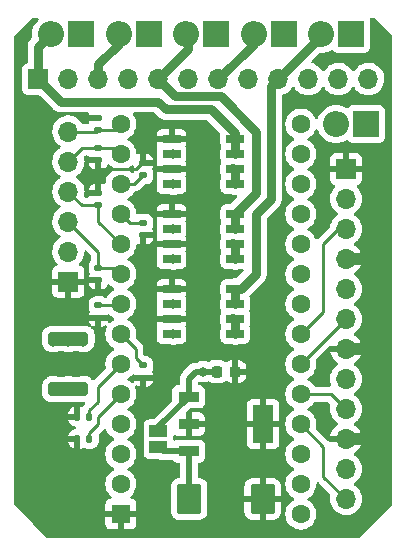
<source format=gtl>
%TF.GenerationSoftware,KiCad,Pcbnew,(6.0.1)*%
%TF.CreationDate,2022-02-13T09:40:18+01:00*%
%TF.ProjectId,RC-MultiSwitcher,52432d4d-756c-4746-9953-776974636865,rev?*%
%TF.SameCoordinates,Original*%
%TF.FileFunction,Copper,L1,Top*%
%TF.FilePolarity,Positive*%
%FSLAX46Y46*%
G04 Gerber Fmt 4.6, Leading zero omitted, Abs format (unit mm)*
G04 Created by KiCad (PCBNEW (6.0.1)) date 2022-02-13 09:40:18*
%MOMM*%
%LPD*%
G01*
G04 APERTURE LIST*
G04 Aperture macros list*
%AMRoundRect*
0 Rectangle with rounded corners*
0 $1 Rounding radius*
0 $2 $3 $4 $5 $6 $7 $8 $9 X,Y pos of 4 corners*
0 Add a 4 corners polygon primitive as box body*
4,1,4,$2,$3,$4,$5,$6,$7,$8,$9,$2,$3,0*
0 Add four circle primitives for the rounded corners*
1,1,$1+$1,$2,$3*
1,1,$1+$1,$4,$5*
1,1,$1+$1,$6,$7*
1,1,$1+$1,$8,$9*
0 Add four rect primitives between the rounded corners*
20,1,$1+$1,$2,$3,$4,$5,0*
20,1,$1+$1,$4,$5,$6,$7,0*
20,1,$1+$1,$6,$7,$8,$9,0*
20,1,$1+$1,$8,$9,$2,$3,0*%
G04 Aperture macros list end*
%TA.AperFunction,ComponentPad*%
%ADD10R,2.200000X2.200000*%
%TD*%
%TA.AperFunction,ComponentPad*%
%ADD11O,2.200000X2.200000*%
%TD*%
%TA.AperFunction,SMDPad,CuDef*%
%ADD12RoundRect,0.135000X-0.185000X0.135000X-0.185000X-0.135000X0.185000X-0.135000X0.185000X0.135000X0*%
%TD*%
%TA.AperFunction,ComponentPad*%
%ADD13R,1.700000X1.700000*%
%TD*%
%TA.AperFunction,ComponentPad*%
%ADD14O,1.700000X1.700000*%
%TD*%
%TA.AperFunction,SMDPad,CuDef*%
%ADD15RoundRect,0.250000X1.450000X-0.312500X1.450000X0.312500X-1.450000X0.312500X-1.450000X-0.312500X0*%
%TD*%
%TA.AperFunction,SMDPad,CuDef*%
%ADD16RoundRect,0.225000X-0.225000X-0.250000X0.225000X-0.250000X0.225000X0.250000X-0.225000X0.250000X0*%
%TD*%
%TA.AperFunction,SMDPad,CuDef*%
%ADD17R,1.500000X0.650000*%
%TD*%
%TA.AperFunction,SMDPad,CuDef*%
%ADD18RoundRect,0.135000X0.185000X-0.135000X0.185000X0.135000X-0.185000X0.135000X-0.185000X-0.135000X0*%
%TD*%
%TA.AperFunction,SMDPad,CuDef*%
%ADD19RoundRect,0.135000X-0.135000X-0.185000X0.135000X-0.185000X0.135000X0.185000X-0.135000X0.185000X0*%
%TD*%
%TA.AperFunction,SMDPad,CuDef*%
%ADD20R,1.750000X0.950000*%
%TD*%
%TA.AperFunction,SMDPad,CuDef*%
%ADD21R,1.750000X3.200000*%
%TD*%
%TA.AperFunction,SMDPad,CuDef*%
%ADD22RoundRect,0.250000X-0.787500X-1.025000X0.787500X-1.025000X0.787500X1.025000X-0.787500X1.025000X0*%
%TD*%
%TA.AperFunction,SMDPad,CuDef*%
%ADD23R,1.500000X1.000000*%
%TD*%
%TA.AperFunction,ComponentPad*%
%ADD24R,1.600000X1.600000*%
%TD*%
%TA.AperFunction,ComponentPad*%
%ADD25C,1.600000*%
%TD*%
%TA.AperFunction,ViaPad*%
%ADD26C,0.800000*%
%TD*%
%TA.AperFunction,ViaPad*%
%ADD27C,0.900000*%
%TD*%
%TA.AperFunction,Conductor*%
%ADD28C,0.800000*%
%TD*%
%TA.AperFunction,Conductor*%
%ADD29C,0.250000*%
%TD*%
%TA.AperFunction,Conductor*%
%ADD30C,0.500000*%
%TD*%
%TA.AperFunction,Conductor*%
%ADD31C,1.000000*%
%TD*%
G04 APERTURE END LIST*
D10*
X159821766Y-64135000D03*
D11*
X157281766Y-64135000D03*
D10*
X148391766Y-64135000D03*
D11*
X145851766Y-64135000D03*
D10*
X136961766Y-64135000D03*
D11*
X134421766Y-64135000D03*
D12*
X142240000Y-75055000D03*
X142240000Y-76075000D03*
D10*
X142676766Y-64135000D03*
D11*
X140136766Y-64135000D03*
D13*
X135890000Y-85090000D03*
D14*
X135890000Y-82550000D03*
X135890000Y-80010000D03*
X135890000Y-77470000D03*
X135890000Y-74930000D03*
X135890000Y-72390000D03*
D15*
X135890000Y-94212500D03*
X135890000Y-89937500D03*
D13*
X133345000Y-67945000D03*
D14*
X135885000Y-67945000D03*
X138425000Y-67945000D03*
X140965000Y-67945000D03*
X143505000Y-67945000D03*
X146045000Y-67945000D03*
X148585000Y-67945000D03*
X151125000Y-67945000D03*
X153665000Y-67945000D03*
X156205000Y-67945000D03*
X158745000Y-67945000D03*
X161285000Y-67945000D03*
D12*
X138430000Y-71245000D03*
X138430000Y-72265000D03*
D16*
X148450000Y-92710000D03*
X150000000Y-92710000D03*
D13*
X159385000Y-75560000D03*
D14*
X159385000Y-78100000D03*
X159385000Y-80640000D03*
X159385000Y-83180000D03*
X159385000Y-85720000D03*
X159385000Y-88260000D03*
X159385000Y-90800000D03*
X159385000Y-93340000D03*
X159385000Y-95880000D03*
X159385000Y-98420000D03*
X159385000Y-100960000D03*
X159385000Y-103500000D03*
D17*
X144620000Y-85725000D03*
X144620000Y-86995000D03*
X144620000Y-88265000D03*
X144620000Y-89535000D03*
X150020000Y-89535000D03*
X150020000Y-88265000D03*
X150020000Y-86995000D03*
X150020000Y-85725000D03*
D12*
X138430000Y-77595000D03*
X138430000Y-78615000D03*
D18*
X142240000Y-81155000D03*
X142240000Y-80135000D03*
X142240000Y-93220000D03*
X142240000Y-92200000D03*
D19*
X136650000Y-96520000D03*
X137670000Y-96520000D03*
D17*
X144620000Y-79375000D03*
X144620000Y-80645000D03*
X144620000Y-81915000D03*
X144620000Y-83185000D03*
X150020000Y-83185000D03*
X150020000Y-81915000D03*
X150020000Y-80645000D03*
X150020000Y-79375000D03*
D19*
X136650000Y-98425000D03*
X137670000Y-98425000D03*
D10*
X161091766Y-71755000D03*
D11*
X158551766Y-71755000D03*
D20*
X146075000Y-94855000D03*
X146075000Y-97155000D03*
X146075000Y-99455000D03*
D21*
X152375000Y-97155000D03*
D17*
X144620000Y-73025000D03*
X144620000Y-74295000D03*
X144620000Y-75565000D03*
X144620000Y-76835000D03*
X150020000Y-76835000D03*
X150020000Y-75565000D03*
X150020000Y-74295000D03*
X150020000Y-73025000D03*
D22*
X146112500Y-103505000D03*
X152337500Y-103505000D03*
D10*
X154106766Y-64135000D03*
D11*
X151566766Y-64135000D03*
D23*
X143510000Y-97775000D03*
X143510000Y-99075000D03*
D18*
X138430000Y-84965000D03*
X138430000Y-83945000D03*
X138430000Y-88140000D03*
X138430000Y-87120000D03*
X138430000Y-74805000D03*
X138430000Y-73785000D03*
D24*
X140335000Y-104775000D03*
D25*
X140335000Y-102235000D03*
X140335000Y-99695000D03*
X140335000Y-97155000D03*
X140335000Y-94615000D03*
X140335000Y-92075000D03*
X140335000Y-89535000D03*
X140335000Y-86995000D03*
X140335000Y-84455000D03*
X140335000Y-81915000D03*
X140335000Y-79375000D03*
X140335000Y-76835000D03*
X140335000Y-74295000D03*
X140335000Y-71755000D03*
X155575000Y-71755000D03*
X155575000Y-74295000D03*
X155575000Y-76835000D03*
X155575000Y-79375000D03*
X155575000Y-81915000D03*
X155575000Y-84455000D03*
X155575000Y-86995000D03*
X155575000Y-89535000D03*
X155575000Y-92075000D03*
X155575000Y-94615000D03*
X155575000Y-97155000D03*
X155575000Y-99695000D03*
X155575000Y-102235000D03*
X155575000Y-104775000D03*
D26*
X144780000Y-83185000D03*
X134620000Y-93980000D03*
X137160000Y-93980000D03*
X147320000Y-92710000D03*
X135890000Y-93980000D03*
X146050000Y-102870000D03*
X137160000Y-90170000D03*
X135890000Y-90170000D03*
X134620000Y-90170000D03*
X144780000Y-74295000D03*
X144780000Y-76835000D03*
X144780000Y-80645000D03*
X144780000Y-86995000D03*
X144780000Y-89535000D03*
D27*
X149860000Y-75565000D03*
X149860000Y-81915000D03*
X149860000Y-88265000D03*
D28*
X143510000Y-69850000D02*
X135250000Y-69850000D01*
X144145000Y-70485000D02*
X143510000Y-69850000D01*
X135250000Y-69850000D02*
X133345000Y-67945000D01*
X147955000Y-70485000D02*
X144145000Y-70485000D01*
X150020000Y-72550000D02*
X147955000Y-70485000D01*
X150020000Y-73025000D02*
X150020000Y-72550000D01*
X148769511Y-69394511D02*
X144954511Y-69394511D01*
X151765000Y-72390000D02*
X148769511Y-69394511D01*
X151765000Y-77630000D02*
X151765000Y-72390000D01*
X150020000Y-79375000D02*
X151765000Y-77630000D01*
X144954511Y-69394511D02*
X143505000Y-67945000D01*
D29*
X138430000Y-93980000D02*
X140335000Y-92075000D01*
X138430000Y-95250000D02*
X138430000Y-93980000D01*
X137670000Y-96010000D02*
X138430000Y-95250000D01*
X137670000Y-96520000D02*
X137670000Y-96010000D01*
X141095000Y-80135000D02*
X140335000Y-79375000D01*
X142240000Y-80135000D02*
X141095000Y-80135000D01*
X138430000Y-96520000D02*
X140335000Y-94615000D01*
X138430000Y-97155000D02*
X138430000Y-96520000D01*
X137670000Y-97915000D02*
X138430000Y-97155000D01*
X137670000Y-98425000D02*
X137670000Y-97915000D01*
X140210000Y-87120000D02*
X140335000Y-86995000D01*
X138430000Y-87120000D02*
X140210000Y-87120000D01*
X141605000Y-91565000D02*
X142240000Y-92200000D01*
X141605000Y-90805000D02*
X141605000Y-91565000D01*
X140335000Y-89535000D02*
X141605000Y-90805000D01*
D30*
X146075000Y-94855000D02*
X146075000Y-93320000D01*
X146685000Y-92710000D02*
X147320000Y-92710000D01*
X146075000Y-93320000D02*
X146685000Y-92710000D01*
X143510000Y-97775000D02*
X143510000Y-97420000D01*
X143510000Y-97420000D02*
X146075000Y-94855000D01*
X147320000Y-92710000D02*
X148450000Y-92710000D01*
D29*
X138430000Y-74805000D02*
X138430000Y-75565000D01*
D31*
X161925000Y-91440000D02*
X161285000Y-90800000D01*
X161285000Y-90800000D02*
X159385000Y-90800000D01*
X161295000Y-98420000D02*
X161925000Y-97790000D01*
X161925000Y-91440000D02*
X161925000Y-83185000D01*
X159385000Y-98420000D02*
X161295000Y-98420000D01*
D29*
X141603364Y-75565000D02*
X142113364Y-75055000D01*
D31*
X161920000Y-83180000D02*
X159385000Y-83180000D01*
D29*
X142113364Y-75055000D02*
X142240000Y-75055000D01*
D31*
X161925000Y-97790000D02*
X161925000Y-91440000D01*
D29*
X138430000Y-75565000D02*
X141603364Y-75565000D01*
D31*
X161925000Y-83185000D02*
X161920000Y-83180000D01*
D30*
X146112500Y-99492500D02*
X146075000Y-99455000D01*
X143890000Y-99455000D02*
X143510000Y-99075000D01*
X146112500Y-103505000D02*
X146112500Y-99492500D01*
X146075000Y-99455000D02*
X143890000Y-99455000D01*
D29*
X138430000Y-82550000D02*
X138430000Y-83945000D01*
X138430000Y-83945000D02*
X139825000Y-83945000D01*
X135890000Y-80010000D02*
X138430000Y-82550000D01*
X139825000Y-83945000D02*
X140335000Y-84455000D01*
X137035000Y-78615000D02*
X138430000Y-78615000D01*
X138430000Y-80010000D02*
X140335000Y-81915000D01*
X138430000Y-78615000D02*
X138430000Y-80010000D01*
X135890000Y-77470000D02*
X137035000Y-78615000D01*
X138430000Y-73785000D02*
X139825000Y-73785000D01*
X137035000Y-73785000D02*
X138430000Y-73785000D01*
X135890000Y-74930000D02*
X137035000Y-73785000D01*
X139825000Y-73785000D02*
X140335000Y-74295000D01*
X138305000Y-72390000D02*
X138430000Y-72265000D01*
X138430000Y-72265000D02*
X139825000Y-72265000D01*
X135890000Y-72390000D02*
X138305000Y-72390000D01*
X139825000Y-72265000D02*
X140335000Y-71755000D01*
X157480000Y-87630000D02*
X157480000Y-81915000D01*
X158755000Y-80640000D02*
X159385000Y-80640000D01*
X157480000Y-81915000D02*
X158755000Y-80640000D01*
X155575000Y-89535000D02*
X157480000Y-87630000D01*
X155575000Y-92075000D02*
X159385000Y-88265000D01*
X159385000Y-88265000D02*
X159385000Y-88260000D01*
X155575000Y-94615000D02*
X158120000Y-94615000D01*
X158120000Y-94615000D02*
X159385000Y-95880000D01*
X157480000Y-99060000D02*
X157480000Y-101600000D01*
X157485000Y-101600000D02*
X159385000Y-103500000D01*
X155575000Y-97155000D02*
X157480000Y-99060000D01*
X157480000Y-101600000D02*
X157485000Y-101600000D01*
X140335000Y-76835000D02*
X141480000Y-76835000D01*
X141480000Y-76835000D02*
X142240000Y-76075000D01*
D28*
X150020000Y-74295000D02*
X150020000Y-73025000D01*
X133345000Y-67945000D02*
X133345000Y-65211766D01*
X133345000Y-65211766D02*
X134421766Y-64135000D01*
X140136766Y-64968234D02*
X140136766Y-64135000D01*
X138425000Y-67945000D02*
X138425000Y-66680000D01*
X150020000Y-76835000D02*
X150020000Y-75565000D01*
X138425000Y-66680000D02*
X140136766Y-64968234D01*
X150020000Y-79375000D02*
X150020000Y-80645000D01*
X146045000Y-65405000D02*
X146050000Y-65405000D01*
X146050000Y-65405000D02*
X146050000Y-64333234D01*
X143505000Y-67945000D02*
X146045000Y-65405000D01*
X146050000Y-64333234D02*
X145851766Y-64135000D01*
X151566766Y-64963234D02*
X151566766Y-64135000D01*
X150020000Y-83185000D02*
X150020000Y-81915000D01*
X148585000Y-67945000D02*
X151566766Y-64963234D01*
X153035000Y-78105000D02*
X153035000Y-68575000D01*
X150020000Y-85725000D02*
X150495000Y-85725000D01*
X151765000Y-84455000D02*
X151765000Y-79375000D01*
X151765000Y-79375000D02*
X153035000Y-78105000D01*
X153035000Y-68575000D02*
X153665000Y-67945000D01*
X153665000Y-67945000D02*
X157281766Y-64328234D01*
X157281766Y-64328234D02*
X157281766Y-64135000D01*
X150020000Y-86995000D02*
X150020000Y-85725000D01*
X150495000Y-85725000D02*
X151765000Y-84455000D01*
X150020000Y-89535000D02*
X150020000Y-88265000D01*
%TA.AperFunction,Conductor*%
G36*
X133307307Y-62758002D02*
G01*
X133353800Y-62811658D01*
X133363904Y-62881932D01*
X133334410Y-62946512D01*
X133321017Y-62959811D01*
X133289340Y-62986866D01*
X133280868Y-62994102D01*
X133116438Y-63186624D01*
X132984150Y-63402498D01*
X132887261Y-63636409D01*
X132828157Y-63882597D01*
X132808292Y-64135000D01*
X132808680Y-64139930D01*
X132827714Y-64381775D01*
X132813118Y-64451255D01*
X132791197Y-64480756D01*
X132760168Y-64511785D01*
X132745135Y-64524626D01*
X132733747Y-64532900D01*
X132729327Y-64537809D01*
X132687984Y-64583725D01*
X132683443Y-64588510D01*
X132668928Y-64603025D01*
X132666852Y-64605589D01*
X132656006Y-64618982D01*
X132651722Y-64623997D01*
X132610381Y-64669911D01*
X132610377Y-64669916D01*
X132605960Y-64674822D01*
X132602660Y-64680538D01*
X132602657Y-64680542D01*
X132598927Y-64687003D01*
X132587727Y-64703299D01*
X132578871Y-64714236D01*
X132547815Y-64775187D01*
X132544669Y-64780981D01*
X132510473Y-64840210D01*
X132508432Y-64846492D01*
X132508431Y-64846494D01*
X132506125Y-64853592D01*
X132498560Y-64871858D01*
X132492171Y-64884396D01*
X132490463Y-64890769D01*
X132490463Y-64890770D01*
X132474469Y-64950461D01*
X132472600Y-64956769D01*
X132451458Y-65021838D01*
X132450768Y-65028403D01*
X132450766Y-65028412D01*
X132449985Y-65035841D01*
X132446383Y-65055275D01*
X132444453Y-65062480D01*
X132442743Y-65068863D01*
X132442398Y-65075454D01*
X132442397Y-65075458D01*
X132439164Y-65137150D01*
X132438647Y-65143724D01*
X132436844Y-65160882D01*
X132436500Y-65164156D01*
X132436500Y-65184692D01*
X132436327Y-65191286D01*
X132432748Y-65259576D01*
X132433780Y-65266091D01*
X132434949Y-65273471D01*
X132436500Y-65293183D01*
X132436500Y-66486502D01*
X132416498Y-66554623D01*
X132362842Y-66601116D01*
X132354730Y-66604484D01*
X132264050Y-66638479D01*
X132248295Y-66644385D01*
X132131739Y-66731739D01*
X132044385Y-66848295D01*
X131993255Y-66984684D01*
X131986500Y-67046866D01*
X131986500Y-68843134D01*
X131993255Y-68905316D01*
X132044385Y-69041705D01*
X132131739Y-69158261D01*
X132248295Y-69245615D01*
X132384684Y-69296745D01*
X132446866Y-69303500D01*
X133366497Y-69303500D01*
X133434618Y-69323502D01*
X133455592Y-69340405D01*
X134550019Y-70434832D01*
X134562860Y-70449865D01*
X134571134Y-70461253D01*
X134576043Y-70465673D01*
X134621959Y-70507016D01*
X134626744Y-70511557D01*
X134641259Y-70526072D01*
X134643823Y-70528148D01*
X134657216Y-70538994D01*
X134662231Y-70543278D01*
X134708145Y-70584619D01*
X134708150Y-70584623D01*
X134713056Y-70589040D01*
X134718772Y-70592340D01*
X134718776Y-70592343D01*
X134725237Y-70596073D01*
X134741533Y-70607273D01*
X134752470Y-70616129D01*
X134758348Y-70619124D01*
X134758351Y-70619126D01*
X134813426Y-70647188D01*
X134819223Y-70650336D01*
X134872723Y-70681224D01*
X134878444Y-70684527D01*
X134891826Y-70688875D01*
X134910085Y-70696438D01*
X134922630Y-70702830D01*
X134929000Y-70704537D01*
X134929003Y-70704538D01*
X134968074Y-70715007D01*
X134988712Y-70720537D01*
X134995025Y-70722407D01*
X135060072Y-70743542D01*
X135074075Y-70745014D01*
X135093504Y-70748615D01*
X135107097Y-70752257D01*
X135113694Y-70752603D01*
X135113696Y-70752603D01*
X135175384Y-70755836D01*
X135181958Y-70756353D01*
X135199116Y-70758156D01*
X135199118Y-70758156D01*
X135202390Y-70758500D01*
X135222926Y-70758500D01*
X135229520Y-70758673D01*
X135291218Y-70761907D01*
X135291223Y-70761907D01*
X135297810Y-70762252D01*
X135311708Y-70760051D01*
X135331417Y-70758500D01*
X137509716Y-70758500D01*
X137577837Y-70778502D01*
X137624330Y-70832158D01*
X137634434Y-70902432D01*
X137630713Y-70919653D01*
X137615039Y-70973605D01*
X137615079Y-70987705D01*
X137622349Y-70991000D01*
X138558000Y-70991000D01*
X138626121Y-71011002D01*
X138672614Y-71064658D01*
X138684000Y-71117000D01*
X138684000Y-71360500D01*
X138663998Y-71428621D01*
X138610342Y-71475114D01*
X138558000Y-71486500D01*
X138189942Y-71486501D01*
X138180012Y-71486501D01*
X138143534Y-71489371D01*
X138137352Y-71491167D01*
X138137347Y-71491168D01*
X138127610Y-71493997D01*
X138092458Y-71499000D01*
X137628100Y-71499000D01*
X137614569Y-71502973D01*
X137613434Y-71510870D01*
X137637977Y-71595346D01*
X137637774Y-71666343D01*
X137599221Y-71725959D01*
X137534556Y-71755268D01*
X137516980Y-71756500D01*
X137166805Y-71756500D01*
X137098684Y-71736498D01*
X137061013Y-71698940D01*
X136972822Y-71562617D01*
X136972820Y-71562614D01*
X136970014Y-71558277D01*
X136819670Y-71393051D01*
X136815619Y-71389852D01*
X136815615Y-71389848D01*
X136648414Y-71257800D01*
X136648410Y-71257798D01*
X136644359Y-71254598D01*
X136448789Y-71146638D01*
X136443920Y-71144914D01*
X136443916Y-71144912D01*
X136243087Y-71073795D01*
X136243083Y-71073794D01*
X136238212Y-71072069D01*
X136233119Y-71071162D01*
X136233116Y-71071161D01*
X136023373Y-71033800D01*
X136023367Y-71033799D01*
X136018284Y-71032894D01*
X135944452Y-71031992D01*
X135800081Y-71030228D01*
X135800079Y-71030228D01*
X135794911Y-71030165D01*
X135574091Y-71063955D01*
X135361756Y-71133357D01*
X135308516Y-71161072D01*
X135174046Y-71231073D01*
X135163607Y-71236507D01*
X135159474Y-71239610D01*
X135159471Y-71239612D01*
X134989100Y-71367530D01*
X134984965Y-71370635D01*
X134830629Y-71532138D01*
X134704743Y-71716680D01*
X134610688Y-71919305D01*
X134550989Y-72134570D01*
X134527251Y-72356695D01*
X134527548Y-72361848D01*
X134527548Y-72361851D01*
X134534529Y-72482928D01*
X134540110Y-72579715D01*
X134541247Y-72584761D01*
X134541248Y-72584767D01*
X134545402Y-72603197D01*
X134589222Y-72797639D01*
X134627750Y-72892523D01*
X134669471Y-72995269D01*
X134673266Y-73004616D01*
X134720401Y-73081534D01*
X134768874Y-73160634D01*
X134789987Y-73195088D01*
X134936250Y-73363938D01*
X135108126Y-73506632D01*
X135178595Y-73547811D01*
X135181445Y-73549476D01*
X135230169Y-73601114D01*
X135243240Y-73670897D01*
X135216509Y-73736669D01*
X135176055Y-73770027D01*
X135163607Y-73776507D01*
X135159474Y-73779610D01*
X135159471Y-73779612D01*
X135064302Y-73851067D01*
X134984965Y-73910635D01*
X134830629Y-74072138D01*
X134704743Y-74256680D01*
X134671067Y-74329230D01*
X134623128Y-74432506D01*
X134610688Y-74459305D01*
X134550989Y-74674570D01*
X134527251Y-74896695D01*
X134527548Y-74901848D01*
X134527548Y-74901851D01*
X134532821Y-74993295D01*
X134540110Y-75119715D01*
X134541247Y-75124761D01*
X134541248Y-75124767D01*
X134555614Y-75188510D01*
X134589222Y-75337639D01*
X134673266Y-75544616D01*
X134695820Y-75581421D01*
X134768874Y-75700634D01*
X134789987Y-75735088D01*
X134936250Y-75903938D01*
X135108126Y-76046632D01*
X135178595Y-76087811D01*
X135181445Y-76089476D01*
X135230169Y-76141114D01*
X135243240Y-76210897D01*
X135216509Y-76276669D01*
X135176055Y-76310027D01*
X135163607Y-76316507D01*
X135159474Y-76319610D01*
X135159471Y-76319612D01*
X135064302Y-76391067D01*
X134984965Y-76450635D01*
X134830629Y-76612138D01*
X134827715Y-76616410D01*
X134827714Y-76616411D01*
X134759165Y-76716900D01*
X134704743Y-76796680D01*
X134610688Y-76999305D01*
X134550989Y-77214570D01*
X134527251Y-77436695D01*
X134527548Y-77441848D01*
X134527548Y-77441851D01*
X134533011Y-77536590D01*
X134540110Y-77659715D01*
X134541247Y-77664761D01*
X134541248Y-77664767D01*
X134550353Y-77705166D01*
X134589222Y-77877639D01*
X134625708Y-77967494D01*
X134659485Y-78050676D01*
X134673266Y-78084616D01*
X134698308Y-78125481D01*
X134781652Y-78261486D01*
X134789987Y-78275088D01*
X134936250Y-78443938D01*
X135108126Y-78586632D01*
X135154047Y-78613466D01*
X135181445Y-78629476D01*
X135230169Y-78681114D01*
X135243240Y-78750897D01*
X135216509Y-78816669D01*
X135176055Y-78850027D01*
X135163607Y-78856507D01*
X135159474Y-78859610D01*
X135159471Y-78859612D01*
X134989100Y-78987530D01*
X134984965Y-78990635D01*
X134970967Y-79005283D01*
X134863134Y-79118124D01*
X134830629Y-79152138D01*
X134704743Y-79336680D01*
X134676912Y-79396638D01*
X134632136Y-79493100D01*
X134610688Y-79539305D01*
X134550989Y-79754570D01*
X134527251Y-79976695D01*
X134527548Y-79981848D01*
X134527548Y-79981851D01*
X134537874Y-80160930D01*
X134540110Y-80199715D01*
X134541247Y-80204761D01*
X134541248Y-80204767D01*
X134556370Y-80271866D01*
X134589222Y-80417639D01*
X134673266Y-80624616D01*
X134707644Y-80680716D01*
X134768874Y-80780634D01*
X134789987Y-80815088D01*
X134936250Y-80983938D01*
X135108126Y-81126632D01*
X135125624Y-81136857D01*
X135181445Y-81169476D01*
X135230169Y-81221114D01*
X135243240Y-81290897D01*
X135216509Y-81356669D01*
X135176055Y-81390027D01*
X135163607Y-81396507D01*
X135159474Y-81399610D01*
X135159471Y-81399612D01*
X134989100Y-81527530D01*
X134984965Y-81530635D01*
X134951058Y-81566117D01*
X134863134Y-81658124D01*
X134830629Y-81692138D01*
X134704743Y-81876680D01*
X134679697Y-81930637D01*
X134615371Y-82069217D01*
X134610688Y-82079305D01*
X134550989Y-82294570D01*
X134527251Y-82516695D01*
X134527548Y-82521848D01*
X134527548Y-82521851D01*
X134538507Y-82711910D01*
X134540110Y-82739715D01*
X134541247Y-82744761D01*
X134541248Y-82744767D01*
X134556370Y-82811866D01*
X134589222Y-82957639D01*
X134673266Y-83164616D01*
X134707644Y-83220716D01*
X134768874Y-83320634D01*
X134789987Y-83355088D01*
X134936250Y-83523938D01*
X134940225Y-83527238D01*
X134940231Y-83527244D01*
X134945425Y-83531556D01*
X134985059Y-83590460D01*
X134986555Y-83661441D01*
X134949439Y-83721962D01*
X134909168Y-83746480D01*
X134801946Y-83786676D01*
X134786351Y-83795214D01*
X134684276Y-83871715D01*
X134671715Y-83884276D01*
X134595214Y-83986351D01*
X134586676Y-84001946D01*
X134541522Y-84122394D01*
X134537895Y-84137649D01*
X134532369Y-84188514D01*
X134532000Y-84195328D01*
X134532000Y-84817885D01*
X134536475Y-84833124D01*
X134537865Y-84834329D01*
X134545548Y-84836000D01*
X137229884Y-84836000D01*
X137245123Y-84831525D01*
X137246328Y-84830135D01*
X137247999Y-84822452D01*
X137247999Y-84195331D01*
X137247629Y-84188510D01*
X137242105Y-84137648D01*
X137238479Y-84122396D01*
X137193324Y-84001946D01*
X137184786Y-83986351D01*
X137108285Y-83884276D01*
X137095724Y-83871715D01*
X136993649Y-83795214D01*
X136978054Y-83786676D01*
X136867813Y-83745348D01*
X136811049Y-83702706D01*
X136786349Y-83636145D01*
X136801557Y-83566796D01*
X136823104Y-83538115D01*
X136924430Y-83437144D01*
X136924440Y-83437132D01*
X136928096Y-83433489D01*
X136962682Y-83385358D01*
X137055435Y-83256277D01*
X137058453Y-83252077D01*
X137065489Y-83237842D01*
X137155136Y-83056453D01*
X137155137Y-83056451D01*
X137157430Y-83051811D01*
X137222370Y-82838069D01*
X137251529Y-82616590D01*
X137251688Y-82610091D01*
X137252676Y-82569654D01*
X137274336Y-82502042D01*
X137329111Y-82456874D01*
X137399611Y-82448490D01*
X137467733Y-82483637D01*
X137759595Y-82775499D01*
X137793621Y-82837811D01*
X137796500Y-82864594D01*
X137796500Y-83296263D01*
X137776498Y-83364384D01*
X137759595Y-83385358D01*
X137732494Y-83412459D01*
X137728460Y-83419280D01*
X137664611Y-83527244D01*
X137649731Y-83552404D01*
X137647520Y-83560015D01*
X137647519Y-83560017D01*
X137633927Y-83606803D01*
X137604371Y-83708534D01*
X137601500Y-83745011D01*
X137601501Y-84144988D01*
X137604371Y-84181466D01*
X137649731Y-84337596D01*
X137681523Y-84391353D01*
X137698982Y-84460166D01*
X137681522Y-84519630D01*
X137654229Y-84565780D01*
X137647981Y-84580217D01*
X137615039Y-84693605D01*
X137615079Y-84707705D01*
X137622349Y-84711000D01*
X138092458Y-84711000D01*
X138127610Y-84716003D01*
X138137353Y-84718834D01*
X138137360Y-84718835D01*
X138143534Y-84720629D01*
X138149941Y-84721133D01*
X138149945Y-84721134D01*
X138177556Y-84723307D01*
X138177562Y-84723307D01*
X138180011Y-84723500D01*
X138189930Y-84723500D01*
X138558001Y-84723499D01*
X138626120Y-84743501D01*
X138672613Y-84797156D01*
X138684000Y-84849499D01*
X138684000Y-85724566D01*
X138688344Y-85739361D01*
X138700003Y-85741421D01*
X138709977Y-85740637D01*
X138722564Y-85738338D01*
X138864783Y-85697019D01*
X138879222Y-85690770D01*
X139005405Y-85616146D01*
X139017841Y-85606499D01*
X139121499Y-85502841D01*
X139131143Y-85490408D01*
X139192931Y-85385932D01*
X139244824Y-85337480D01*
X139314675Y-85324775D01*
X139380306Y-85351851D01*
X139390479Y-85360977D01*
X139490700Y-85461198D01*
X139495208Y-85464355D01*
X139495211Y-85464357D01*
X139550172Y-85502841D01*
X139678251Y-85592523D01*
X139683233Y-85594846D01*
X139683238Y-85594849D01*
X139717457Y-85610805D01*
X139770742Y-85657722D01*
X139790203Y-85725999D01*
X139769661Y-85793959D01*
X139717457Y-85839195D01*
X139683238Y-85855151D01*
X139683233Y-85855154D01*
X139678251Y-85857477D01*
X139573389Y-85930902D01*
X139495211Y-85985643D01*
X139495208Y-85985645D01*
X139490700Y-85988802D01*
X139328802Y-86150700D01*
X139325645Y-86155208D01*
X139325643Y-86155211D01*
X139292713Y-86202240D01*
X139197477Y-86338251D01*
X139191707Y-86350626D01*
X139167161Y-86403265D01*
X139120244Y-86456551D01*
X139051967Y-86476012D01*
X138988827Y-86458469D01*
X138879425Y-86393769D01*
X138879421Y-86393767D01*
X138872596Y-86389731D01*
X138864985Y-86387520D01*
X138864983Y-86387519D01*
X138722644Y-86346166D01*
X138722645Y-86346166D01*
X138716466Y-86344371D01*
X138710059Y-86343867D01*
X138710055Y-86343866D01*
X138682444Y-86341693D01*
X138682438Y-86341693D01*
X138679989Y-86341500D01*
X138430152Y-86341500D01*
X138180012Y-86341501D01*
X138143534Y-86344371D01*
X138089739Y-86360000D01*
X137995017Y-86387519D01*
X137995015Y-86387520D01*
X137987404Y-86389731D01*
X137980582Y-86393766D01*
X137980581Y-86393766D01*
X137889500Y-86447631D01*
X137847459Y-86472494D01*
X137732494Y-86587459D01*
X137649731Y-86727404D01*
X137647520Y-86735015D01*
X137647519Y-86735017D01*
X137636660Y-86772393D01*
X137604371Y-86883534D01*
X137603867Y-86889941D01*
X137603866Y-86889945D01*
X137601854Y-86915516D01*
X137601500Y-86920011D01*
X137601501Y-87319988D01*
X137604371Y-87356466D01*
X137649731Y-87512596D01*
X137681523Y-87566353D01*
X137698982Y-87635166D01*
X137681522Y-87694630D01*
X137654229Y-87740780D01*
X137647981Y-87755217D01*
X137615039Y-87868605D01*
X137615079Y-87882705D01*
X137622349Y-87886000D01*
X138092458Y-87886000D01*
X138127610Y-87891003D01*
X138137353Y-87893834D01*
X138137360Y-87893835D01*
X138143534Y-87895629D01*
X138149941Y-87896133D01*
X138149945Y-87896134D01*
X138177556Y-87898307D01*
X138177562Y-87898307D01*
X138180011Y-87898500D01*
X138429848Y-87898500D01*
X138679988Y-87898499D01*
X138716466Y-87895629D01*
X138722648Y-87893833D01*
X138722653Y-87893832D01*
X138732390Y-87891003D01*
X138767542Y-87886000D01*
X139231898Y-87886000D01*
X139271176Y-87874467D01*
X139342173Y-87874467D01*
X139395770Y-87906268D01*
X139490700Y-88001198D01*
X139495208Y-88004355D01*
X139495211Y-88004357D01*
X139560068Y-88049770D01*
X139678251Y-88132523D01*
X139683233Y-88134846D01*
X139683238Y-88134849D01*
X139717457Y-88150805D01*
X139770742Y-88197722D01*
X139790203Y-88265999D01*
X139769661Y-88333959D01*
X139717457Y-88379195D01*
X139683238Y-88395151D01*
X139683233Y-88395154D01*
X139678251Y-88397477D01*
X139603648Y-88449715D01*
X139495211Y-88525643D01*
X139495208Y-88525645D01*
X139490700Y-88528802D01*
X139443257Y-88576245D01*
X139380945Y-88610271D01*
X139310130Y-88605206D01*
X139253294Y-88562659D01*
X139228483Y-88496139D01*
X139233165Y-88451997D01*
X139244961Y-88411395D01*
X139244921Y-88397295D01*
X139237651Y-88394000D01*
X138702115Y-88394000D01*
X138686876Y-88398475D01*
X138685671Y-88399865D01*
X138684000Y-88407548D01*
X138684000Y-88899566D01*
X138688344Y-88914361D01*
X138700003Y-88916421D01*
X138709977Y-88915637D01*
X138722564Y-88913338D01*
X138864783Y-88872019D01*
X138879218Y-88865772D01*
X138976342Y-88808332D01*
X139045158Y-88790872D01*
X139112490Y-88813388D01*
X139156959Y-88868732D01*
X139164448Y-88939333D01*
X139154677Y-88970034D01*
X139103041Y-89080770D01*
X139100716Y-89085757D01*
X139099294Y-89091065D01*
X139099293Y-89091067D01*
X139043971Y-89297529D01*
X139041457Y-89306913D01*
X139021502Y-89535000D01*
X139041457Y-89763087D01*
X139042880Y-89768398D01*
X139042881Y-89768402D01*
X139097684Y-89972926D01*
X139100716Y-89984243D01*
X139103039Y-89989224D01*
X139103039Y-89989225D01*
X139195151Y-90186762D01*
X139195154Y-90186767D01*
X139197477Y-90191749D01*
X139219542Y-90223261D01*
X139321240Y-90368500D01*
X139328802Y-90379300D01*
X139490700Y-90541198D01*
X139495208Y-90544355D01*
X139495211Y-90544357D01*
X139565923Y-90593870D01*
X139678251Y-90672523D01*
X139683233Y-90674846D01*
X139683238Y-90674849D01*
X139717457Y-90690805D01*
X139770742Y-90737722D01*
X139790203Y-90805999D01*
X139769661Y-90873959D01*
X139717457Y-90919195D01*
X139683238Y-90935151D01*
X139683233Y-90935154D01*
X139678251Y-90937477D01*
X139640657Y-90963801D01*
X139495211Y-91065643D01*
X139495208Y-91065645D01*
X139490700Y-91068802D01*
X139328802Y-91230700D01*
X139325645Y-91235208D01*
X139325643Y-91235211D01*
X139282608Y-91296672D01*
X139197477Y-91418251D01*
X139195154Y-91423233D01*
X139195151Y-91423238D01*
X139156550Y-91506020D01*
X139100716Y-91625757D01*
X139099294Y-91631065D01*
X139099293Y-91631067D01*
X139044076Y-91837139D01*
X139041457Y-91846913D01*
X139021502Y-92075000D01*
X139041457Y-92303087D01*
X139042880Y-92308398D01*
X139042882Y-92308409D01*
X139058459Y-92366541D01*
X139056770Y-92437517D01*
X139025850Y-92488246D01*
X138102542Y-93411553D01*
X138040232Y-93445577D01*
X137969416Y-93440512D01*
X137924431Y-93411629D01*
X137818483Y-93305866D01*
X137813303Y-93300695D01*
X137662738Y-93207885D01*
X137655794Y-93205582D01*
X137655786Y-93205578D01*
X137640971Y-93200664D01*
X137620033Y-93191265D01*
X137616752Y-93188882D01*
X137610726Y-93186199D01*
X137448319Y-93113891D01*
X137448318Y-93113891D01*
X137442288Y-93111206D01*
X137341144Y-93089707D01*
X137261944Y-93072872D01*
X137261939Y-93072872D01*
X137255487Y-93071500D01*
X137064513Y-93071500D01*
X137058061Y-93072872D01*
X137058056Y-93072872D01*
X136919340Y-93102358D01*
X136877712Y-93111206D01*
X136871679Y-93113892D01*
X136871676Y-93113893D01*
X136834136Y-93130607D01*
X136782888Y-93141500D01*
X136267112Y-93141500D01*
X136215864Y-93130607D01*
X136178324Y-93113893D01*
X136178321Y-93113892D01*
X136172288Y-93111206D01*
X136130660Y-93102358D01*
X135991944Y-93072872D01*
X135991939Y-93072872D01*
X135985487Y-93071500D01*
X135794513Y-93071500D01*
X135788061Y-93072872D01*
X135788056Y-93072872D01*
X135649340Y-93102358D01*
X135607712Y-93111206D01*
X135601679Y-93113892D01*
X135601676Y-93113893D01*
X135564136Y-93130607D01*
X135512888Y-93141500D01*
X134997112Y-93141500D01*
X134945864Y-93130607D01*
X134908324Y-93113893D01*
X134908321Y-93113892D01*
X134902288Y-93111206D01*
X134860660Y-93102358D01*
X134721944Y-93072872D01*
X134721939Y-93072872D01*
X134715487Y-93071500D01*
X134524513Y-93071500D01*
X134518061Y-93072872D01*
X134518056Y-93072872D01*
X134438856Y-93089707D01*
X134337712Y-93111206D01*
X134331682Y-93113891D01*
X134331681Y-93113891D01*
X134294136Y-93130607D01*
X134163248Y-93188882D01*
X134159732Y-93191436D01*
X134138746Y-93200879D01*
X134122998Y-93206133D01*
X134122995Y-93206134D01*
X134116054Y-93208450D01*
X134109830Y-93212301D01*
X134109829Y-93212302D01*
X134070299Y-93236764D01*
X133965652Y-93301522D01*
X133960479Y-93306704D01*
X133955341Y-93311851D01*
X133840695Y-93426697D01*
X133836855Y-93432927D01*
X133836854Y-93432928D01*
X133753491Y-93568168D01*
X133747885Y-93577262D01*
X133737424Y-93608802D01*
X133709440Y-93693172D01*
X133692203Y-93745139D01*
X133691503Y-93751975D01*
X133691502Y-93751978D01*
X133689983Y-93766803D01*
X133681500Y-93849600D01*
X133681500Y-94575400D01*
X133681837Y-94578646D01*
X133681837Y-94578650D01*
X133685609Y-94615000D01*
X133692474Y-94681166D01*
X133694655Y-94687702D01*
X133694655Y-94687704D01*
X133713637Y-94744598D01*
X133748450Y-94848946D01*
X133841522Y-94999348D01*
X133966697Y-95124305D01*
X133972927Y-95128145D01*
X133972928Y-95128146D01*
X134093916Y-95202724D01*
X134117262Y-95217115D01*
X134188037Y-95240590D01*
X134278611Y-95270632D01*
X134278613Y-95270632D01*
X134285139Y-95272797D01*
X134291975Y-95273497D01*
X134291978Y-95273498D01*
X134335031Y-95277909D01*
X134389600Y-95283500D01*
X137196405Y-95283500D01*
X137264526Y-95303502D01*
X137311019Y-95357158D01*
X137321123Y-95427432D01*
X137291629Y-95492012D01*
X137285500Y-95498595D01*
X137277747Y-95506348D01*
X137269461Y-95513888D01*
X137262982Y-95518000D01*
X137257557Y-95523777D01*
X137216357Y-95567651D01*
X137213602Y-95570493D01*
X137193865Y-95590230D01*
X137191385Y-95593427D01*
X137183682Y-95602447D01*
X137153414Y-95634679D01*
X137149595Y-95641625D01*
X137149593Y-95641628D01*
X137143652Y-95652434D01*
X137132801Y-95668953D01*
X137123564Y-95680862D01*
X137066009Y-95722431D01*
X136988849Y-95724636D01*
X136921395Y-95705039D01*
X136907295Y-95705079D01*
X136904000Y-95712349D01*
X136904000Y-96182458D01*
X136898997Y-96217610D01*
X136896166Y-96227353D01*
X136896165Y-96227360D01*
X136894371Y-96233534D01*
X136893867Y-96239941D01*
X136893866Y-96239945D01*
X136891693Y-96267556D01*
X136891500Y-96270011D01*
X136891501Y-96503238D01*
X136891501Y-96648000D01*
X136871499Y-96716120D01*
X136817844Y-96762613D01*
X136765501Y-96774000D01*
X135890434Y-96774000D01*
X135875639Y-96778344D01*
X135873579Y-96790003D01*
X135874363Y-96799977D01*
X135876662Y-96812564D01*
X135917981Y-96954783D01*
X135924230Y-96969222D01*
X135998854Y-97095405D01*
X136008501Y-97107841D01*
X136112159Y-97211499D01*
X136124595Y-97221146D01*
X136250778Y-97295770D01*
X136265217Y-97302019D01*
X136407428Y-97343335D01*
X136420032Y-97345637D01*
X136435926Y-97346888D01*
X136502268Y-97372173D01*
X136544408Y-97429311D01*
X136548967Y-97500161D01*
X136514498Y-97562229D01*
X136451945Y-97595809D01*
X136435926Y-97598112D01*
X136420032Y-97599363D01*
X136407428Y-97601665D01*
X136265217Y-97642981D01*
X136250778Y-97649230D01*
X136124595Y-97723854D01*
X136112159Y-97733501D01*
X136008501Y-97837159D01*
X135998854Y-97849595D01*
X135924230Y-97975778D01*
X135917981Y-97990217D01*
X135876662Y-98132436D01*
X135874363Y-98145023D01*
X135873740Y-98152943D01*
X135876910Y-98168030D01*
X135888374Y-98171000D01*
X136765500Y-98171000D01*
X136833621Y-98191002D01*
X136880114Y-98244658D01*
X136891500Y-98297000D01*
X136891501Y-98492278D01*
X136891501Y-98674988D01*
X136894371Y-98711466D01*
X136896166Y-98717644D01*
X136896168Y-98717653D01*
X136898997Y-98727390D01*
X136904000Y-98762542D01*
X136904000Y-99226900D01*
X136907973Y-99240431D01*
X136915871Y-99241566D01*
X137034783Y-99207019D01*
X137049220Y-99200771D01*
X137095370Y-99173478D01*
X137164187Y-99156018D01*
X137223646Y-99173477D01*
X137277404Y-99205269D01*
X137285015Y-99207480D01*
X137285017Y-99207481D01*
X137287919Y-99208324D01*
X137433534Y-99250629D01*
X137439941Y-99251133D01*
X137439945Y-99251134D01*
X137467556Y-99253307D01*
X137467562Y-99253307D01*
X137470011Y-99253500D01*
X137669878Y-99253500D01*
X137869988Y-99253499D01*
X137906466Y-99250629D01*
X138052081Y-99208324D01*
X138054983Y-99207481D01*
X138054985Y-99207480D01*
X138062596Y-99205269D01*
X138070204Y-99200770D01*
X138195720Y-99126540D01*
X138202541Y-99122506D01*
X138317506Y-99007541D01*
X138400269Y-98867596D01*
X138403246Y-98857351D01*
X138430790Y-98762542D01*
X138445629Y-98711466D01*
X138446135Y-98705047D01*
X138448307Y-98677444D01*
X138448307Y-98677438D01*
X138448500Y-98674989D01*
X138448499Y-98175012D01*
X138445629Y-98138534D01*
X138443173Y-98130080D01*
X138443177Y-98128760D01*
X138442676Y-98126018D01*
X138443185Y-98125925D01*
X138443374Y-98059086D01*
X138475074Y-98005830D01*
X138822247Y-97658657D01*
X138830537Y-97651113D01*
X138837018Y-97647000D01*
X138883659Y-97597332D01*
X138886413Y-97594491D01*
X138902222Y-97578682D01*
X138964534Y-97544656D01*
X139035349Y-97549721D01*
X139092185Y-97592268D01*
X139105512Y-97614528D01*
X139195149Y-97806758D01*
X139195153Y-97806764D01*
X139197477Y-97811749D01*
X139247822Y-97883649D01*
X139319402Y-97985875D01*
X139328802Y-97999300D01*
X139490700Y-98161198D01*
X139495208Y-98164355D01*
X139495211Y-98164357D01*
X139533264Y-98191002D01*
X139678251Y-98292523D01*
X139683233Y-98294846D01*
X139683238Y-98294849D01*
X139717457Y-98310805D01*
X139770742Y-98357722D01*
X139790203Y-98425999D01*
X139769661Y-98493959D01*
X139717457Y-98539195D01*
X139683238Y-98555151D01*
X139683233Y-98555154D01*
X139678251Y-98557477D01*
X139601301Y-98611358D01*
X139495211Y-98685643D01*
X139495208Y-98685645D01*
X139490700Y-98688802D01*
X139328802Y-98850700D01*
X139325645Y-98855208D01*
X139325643Y-98855211D01*
X139310008Y-98877540D01*
X139197477Y-99038251D01*
X139195154Y-99043233D01*
X139195151Y-99043238D01*
X139103039Y-99240775D01*
X139100716Y-99245757D01*
X139099294Y-99251065D01*
X139099293Y-99251067D01*
X139044076Y-99457139D01*
X139041457Y-99466913D01*
X139021502Y-99695000D01*
X139041457Y-99923087D01*
X139042881Y-99928400D01*
X139042881Y-99928402D01*
X139098926Y-100137561D01*
X139100716Y-100144243D01*
X139103039Y-100149224D01*
X139103039Y-100149225D01*
X139195151Y-100346762D01*
X139195154Y-100346767D01*
X139197477Y-100351749D01*
X139257963Y-100438131D01*
X139315780Y-100520702D01*
X139328802Y-100539300D01*
X139490700Y-100701198D01*
X139495208Y-100704355D01*
X139495211Y-100704357D01*
X139573389Y-100759098D01*
X139678251Y-100832523D01*
X139683233Y-100834846D01*
X139683238Y-100834849D01*
X139717457Y-100850805D01*
X139770742Y-100897722D01*
X139790203Y-100965999D01*
X139769661Y-101033959D01*
X139717457Y-101079195D01*
X139683238Y-101095151D01*
X139683233Y-101095154D01*
X139678251Y-101097477D01*
X139573389Y-101170902D01*
X139495211Y-101225643D01*
X139495208Y-101225645D01*
X139490700Y-101228802D01*
X139328802Y-101390700D01*
X139197477Y-101578251D01*
X139195154Y-101583233D01*
X139195151Y-101583238D01*
X139103039Y-101780775D01*
X139100716Y-101785757D01*
X139099294Y-101791065D01*
X139099293Y-101791067D01*
X139073892Y-101885866D01*
X139041457Y-102006913D01*
X139021502Y-102235000D01*
X139041457Y-102463087D01*
X139100716Y-102684243D01*
X139103039Y-102689224D01*
X139103039Y-102689225D01*
X139195151Y-102886762D01*
X139195154Y-102886767D01*
X139197477Y-102891749D01*
X139200634Y-102896257D01*
X139315780Y-103060702D01*
X139328802Y-103079300D01*
X139490700Y-103241198D01*
X139495211Y-103244357D01*
X139499424Y-103247892D01*
X139498612Y-103248860D01*
X139539090Y-103299494D01*
X139546404Y-103370113D01*
X139514376Y-103433476D01*
X139453177Y-103469464D01*
X139436099Y-103472520D01*
X139432648Y-103472895D01*
X139417396Y-103476521D01*
X139296946Y-103521676D01*
X139281351Y-103530214D01*
X139179276Y-103606715D01*
X139166715Y-103619276D01*
X139090214Y-103721351D01*
X139081676Y-103736946D01*
X139036522Y-103857394D01*
X139032895Y-103872649D01*
X139027369Y-103923514D01*
X139027000Y-103930328D01*
X139027000Y-104502885D01*
X139031475Y-104518124D01*
X139032865Y-104519329D01*
X139040548Y-104521000D01*
X141624884Y-104521000D01*
X141640123Y-104516525D01*
X141641328Y-104515135D01*
X141642999Y-104507452D01*
X141642999Y-103930331D01*
X141642629Y-103923510D01*
X141637105Y-103872648D01*
X141633479Y-103857396D01*
X141588324Y-103736946D01*
X141579786Y-103721351D01*
X141503285Y-103619276D01*
X141490724Y-103606715D01*
X141388649Y-103530214D01*
X141373054Y-103521676D01*
X141252606Y-103476522D01*
X141237357Y-103472896D01*
X141233904Y-103472521D01*
X141231394Y-103471478D01*
X141229669Y-103471068D01*
X141229735Y-103470789D01*
X141168341Y-103445281D01*
X141127912Y-103386920D01*
X141125454Y-103315966D01*
X141161747Y-103254946D01*
X141173240Y-103245656D01*
X141174788Y-103244357D01*
X141179300Y-103241198D01*
X141341198Y-103079300D01*
X141354221Y-103060702D01*
X141469366Y-102896257D01*
X141472523Y-102891749D01*
X141474846Y-102886767D01*
X141474849Y-102886762D01*
X141566961Y-102689225D01*
X141566961Y-102689224D01*
X141569284Y-102684243D01*
X141628543Y-102463087D01*
X141648498Y-102235000D01*
X141628543Y-102006913D01*
X141596108Y-101885866D01*
X141570707Y-101791067D01*
X141570706Y-101791065D01*
X141569284Y-101785757D01*
X141566961Y-101780775D01*
X141474849Y-101583238D01*
X141474846Y-101583233D01*
X141472523Y-101578251D01*
X141341198Y-101390700D01*
X141179300Y-101228802D01*
X141174792Y-101225645D01*
X141174789Y-101225643D01*
X141096611Y-101170902D01*
X140991749Y-101097477D01*
X140986767Y-101095154D01*
X140986762Y-101095151D01*
X140952543Y-101079195D01*
X140899258Y-101032278D01*
X140879797Y-100964001D01*
X140900339Y-100896041D01*
X140952543Y-100850805D01*
X140986762Y-100834849D01*
X140986767Y-100834846D01*
X140991749Y-100832523D01*
X141096611Y-100759098D01*
X141174789Y-100704357D01*
X141174792Y-100704355D01*
X141179300Y-100701198D01*
X141341198Y-100539300D01*
X141354221Y-100520702D01*
X141412037Y-100438131D01*
X141472523Y-100351749D01*
X141474846Y-100346767D01*
X141474849Y-100346762D01*
X141566961Y-100149225D01*
X141566961Y-100149224D01*
X141569284Y-100144243D01*
X141571075Y-100137561D01*
X141627119Y-99928402D01*
X141627119Y-99928400D01*
X141628543Y-99923087D01*
X141648498Y-99695000D01*
X141642211Y-99623134D01*
X142251500Y-99623134D01*
X142258255Y-99685316D01*
X142309385Y-99821705D01*
X142396739Y-99938261D01*
X142513295Y-100025615D01*
X142649684Y-100076745D01*
X142711866Y-100083500D01*
X143420175Y-100083500D01*
X143485215Y-100101964D01*
X143488716Y-100104734D01*
X143554875Y-100135655D01*
X143558769Y-100137558D01*
X143623808Y-100170769D01*
X143630916Y-100172508D01*
X143636559Y-100174607D01*
X143642322Y-100176524D01*
X143648950Y-100179622D01*
X143656112Y-100181112D01*
X143656113Y-100181112D01*
X143720412Y-100194486D01*
X143724696Y-100195456D01*
X143795610Y-100212808D01*
X143801212Y-100213156D01*
X143801215Y-100213156D01*
X143806764Y-100213500D01*
X143806762Y-100213536D01*
X143810755Y-100213775D01*
X143814947Y-100214149D01*
X143822115Y-100215640D01*
X143899520Y-100213546D01*
X143902928Y-100213500D01*
X144713934Y-100213500D01*
X144782055Y-100233502D01*
X144814758Y-100263932D01*
X144836739Y-100293261D01*
X144953295Y-100380615D01*
X145089684Y-100431745D01*
X145151866Y-100438500D01*
X145228000Y-100438500D01*
X145296121Y-100458502D01*
X145342614Y-100512158D01*
X145354000Y-100564500D01*
X145354000Y-101599659D01*
X145333998Y-101667780D01*
X145280342Y-101714273D01*
X145241003Y-101724986D01*
X145230311Y-101726095D01*
X145175693Y-101731762D01*
X145175690Y-101731763D01*
X145168834Y-101732474D01*
X145162298Y-101734655D01*
X145162296Y-101734655D01*
X145030194Y-101778728D01*
X145001054Y-101788450D01*
X144850652Y-101881522D01*
X144725695Y-102006697D01*
X144721855Y-102012927D01*
X144721854Y-102012928D01*
X144641115Y-102143911D01*
X144632885Y-102157262D01*
X144611439Y-102221921D01*
X144588406Y-102291364D01*
X144577203Y-102325139D01*
X144566500Y-102429600D01*
X144566500Y-104580400D01*
X144566837Y-104583646D01*
X144566837Y-104583650D01*
X144576752Y-104679206D01*
X144577474Y-104686166D01*
X144579655Y-104692702D01*
X144579655Y-104692704D01*
X144591877Y-104729338D01*
X144633450Y-104853946D01*
X144726522Y-105004348D01*
X144851697Y-105129305D01*
X144857927Y-105133145D01*
X144857928Y-105133146D01*
X144995288Y-105217816D01*
X145002262Y-105222115D01*
X145082005Y-105248564D01*
X145163611Y-105275632D01*
X145163613Y-105275632D01*
X145170139Y-105277797D01*
X145176975Y-105278497D01*
X145176978Y-105278498D01*
X145220031Y-105282909D01*
X145274600Y-105288500D01*
X146950400Y-105288500D01*
X146953646Y-105288163D01*
X146953650Y-105288163D01*
X147049308Y-105278238D01*
X147049312Y-105278237D01*
X147056166Y-105277526D01*
X147062702Y-105275345D01*
X147062704Y-105275345D01*
X147200941Y-105229225D01*
X147223946Y-105221550D01*
X147374348Y-105128478D01*
X147499305Y-105003303D01*
X147586675Y-104861564D01*
X147588275Y-104858968D01*
X147588276Y-104858966D01*
X147592115Y-104852738D01*
X147620588Y-104766895D01*
X147645632Y-104691389D01*
X147645632Y-104691387D01*
X147647797Y-104684861D01*
X147658500Y-104580400D01*
X147658500Y-104577095D01*
X150792001Y-104577095D01*
X150792338Y-104583614D01*
X150802257Y-104679206D01*
X150805149Y-104692600D01*
X150856588Y-104846784D01*
X150862761Y-104859962D01*
X150948063Y-104997807D01*
X150957099Y-105009208D01*
X151071829Y-105123739D01*
X151083240Y-105132751D01*
X151221243Y-105217816D01*
X151234424Y-105223963D01*
X151388710Y-105275138D01*
X151402086Y-105278005D01*
X151496438Y-105287672D01*
X151502854Y-105288000D01*
X152065385Y-105288000D01*
X152080624Y-105283525D01*
X152081829Y-105282135D01*
X152083500Y-105274452D01*
X152083500Y-105269884D01*
X152591500Y-105269884D01*
X152595975Y-105285123D01*
X152597365Y-105286328D01*
X152605048Y-105287999D01*
X153172095Y-105287999D01*
X153178614Y-105287662D01*
X153274206Y-105277743D01*
X153287600Y-105274851D01*
X153441784Y-105223412D01*
X153454962Y-105217239D01*
X153592807Y-105131937D01*
X153604208Y-105122901D01*
X153718739Y-105008171D01*
X153727751Y-104996760D01*
X153812816Y-104858757D01*
X153818963Y-104845576D01*
X153842372Y-104775000D01*
X154261502Y-104775000D01*
X154281457Y-105003087D01*
X154282881Y-105008400D01*
X154282881Y-105008402D01*
X154316201Y-105132751D01*
X154340716Y-105224243D01*
X154343039Y-105229224D01*
X154343039Y-105229225D01*
X154435151Y-105426762D01*
X154435154Y-105426767D01*
X154437477Y-105431749D01*
X154568802Y-105619300D01*
X154730700Y-105781198D01*
X154735208Y-105784355D01*
X154735211Y-105784357D01*
X154776195Y-105813054D01*
X154918251Y-105912523D01*
X154923233Y-105914846D01*
X154923238Y-105914849D01*
X155120775Y-106006961D01*
X155125757Y-106009284D01*
X155131065Y-106010706D01*
X155131067Y-106010707D01*
X155341598Y-106067119D01*
X155341600Y-106067119D01*
X155346913Y-106068543D01*
X155575000Y-106088498D01*
X155803087Y-106068543D01*
X155808400Y-106067119D01*
X155808402Y-106067119D01*
X156018933Y-106010707D01*
X156018935Y-106010706D01*
X156024243Y-106009284D01*
X156029225Y-106006961D01*
X156226762Y-105914849D01*
X156226767Y-105914846D01*
X156231749Y-105912523D01*
X156373805Y-105813054D01*
X156414789Y-105784357D01*
X156414792Y-105784355D01*
X156419300Y-105781198D01*
X156581198Y-105619300D01*
X156712523Y-105431749D01*
X156714846Y-105426767D01*
X156714849Y-105426762D01*
X156806961Y-105229225D01*
X156806961Y-105229224D01*
X156809284Y-105224243D01*
X156833800Y-105132751D01*
X156867119Y-105008402D01*
X156867119Y-105008400D01*
X156868543Y-105003087D01*
X156888498Y-104775000D01*
X156868543Y-104546913D01*
X156860028Y-104515135D01*
X156810707Y-104331067D01*
X156810706Y-104331065D01*
X156809284Y-104325757D01*
X156806961Y-104320775D01*
X156714849Y-104123238D01*
X156714846Y-104123233D01*
X156712523Y-104118251D01*
X156621035Y-103987593D01*
X156584357Y-103935211D01*
X156584355Y-103935208D01*
X156581198Y-103930700D01*
X156419300Y-103768802D01*
X156414792Y-103765645D01*
X156414789Y-103765643D01*
X156306352Y-103689715D01*
X156231749Y-103637477D01*
X156226767Y-103635154D01*
X156226762Y-103635151D01*
X156192543Y-103619195D01*
X156139258Y-103572278D01*
X156119797Y-103504001D01*
X156140339Y-103436041D01*
X156192543Y-103390805D01*
X156226762Y-103374849D01*
X156226767Y-103374846D01*
X156231749Y-103372523D01*
X156336611Y-103299098D01*
X156414789Y-103244357D01*
X156414792Y-103244355D01*
X156419300Y-103241198D01*
X156581198Y-103079300D01*
X156594221Y-103060702D01*
X156709366Y-102896257D01*
X156712523Y-102891749D01*
X156714846Y-102886767D01*
X156714849Y-102886762D01*
X156806961Y-102689225D01*
X156806961Y-102689224D01*
X156809284Y-102684243D01*
X156868543Y-102463087D01*
X156888498Y-102235000D01*
X156888019Y-102229525D01*
X156888019Y-102229515D01*
X156886619Y-102213516D01*
X156900606Y-102143911D01*
X156950005Y-102092918D01*
X157019131Y-102076727D01*
X157086037Y-102100478D01*
X157098386Y-102110677D01*
X157104679Y-102116586D01*
X157105008Y-102116767D01*
X157110872Y-102121776D01*
X158034778Y-103045682D01*
X158068804Y-103107994D01*
X158067100Y-103168448D01*
X158045989Y-103244570D01*
X158045441Y-103249700D01*
X158045440Y-103249704D01*
X158041933Y-103282522D01*
X158022251Y-103466695D01*
X158022548Y-103471848D01*
X158022548Y-103471851D01*
X158031964Y-103635151D01*
X158035110Y-103689715D01*
X158036247Y-103694761D01*
X158036248Y-103694767D01*
X158054807Y-103777115D01*
X158084222Y-103907639D01*
X158168266Y-104114616D01*
X158284987Y-104305088D01*
X158431250Y-104473938D01*
X158603126Y-104616632D01*
X158796000Y-104729338D01*
X159004692Y-104809030D01*
X159009760Y-104810061D01*
X159009763Y-104810062D01*
X159117017Y-104831883D01*
X159223597Y-104853567D01*
X159228772Y-104853757D01*
X159228774Y-104853757D01*
X159441673Y-104861564D01*
X159441677Y-104861564D01*
X159446837Y-104861753D01*
X159451957Y-104861097D01*
X159451959Y-104861097D01*
X159663288Y-104834025D01*
X159663289Y-104834025D01*
X159668416Y-104833368D01*
X159673366Y-104831883D01*
X159877429Y-104770661D01*
X159877434Y-104770659D01*
X159882384Y-104769174D01*
X160082994Y-104670896D01*
X160264860Y-104541173D01*
X160286781Y-104519329D01*
X160419435Y-104387137D01*
X160423096Y-104383489D01*
X160464581Y-104325757D01*
X160550435Y-104206277D01*
X160553453Y-104202077D01*
X160592418Y-104123238D01*
X160650136Y-104006453D01*
X160650137Y-104006451D01*
X160652430Y-104001811D01*
X160717370Y-103788069D01*
X160746529Y-103566590D01*
X160747459Y-103528543D01*
X160748074Y-103503365D01*
X160748074Y-103503361D01*
X160748156Y-103500000D01*
X160729852Y-103277361D01*
X160675431Y-103060702D01*
X160586354Y-102855840D01*
X160465014Y-102668277D01*
X160314670Y-102503051D01*
X160310619Y-102499852D01*
X160310615Y-102499848D01*
X160143414Y-102367800D01*
X160143410Y-102367798D01*
X160139359Y-102364598D01*
X160098053Y-102341796D01*
X160048084Y-102291364D01*
X160033312Y-102221921D01*
X160058428Y-102155516D01*
X160085780Y-102128909D01*
X160129603Y-102097650D01*
X160264860Y-102001173D01*
X160423096Y-101843489D01*
X160443792Y-101814688D01*
X160550435Y-101666277D01*
X160553453Y-101662077D01*
X160564436Y-101639856D01*
X160650136Y-101466453D01*
X160650137Y-101466451D01*
X160652430Y-101461811D01*
X160717370Y-101248069D01*
X160746529Y-101026590D01*
X160747161Y-101000716D01*
X160748074Y-100963365D01*
X160748074Y-100963361D01*
X160748156Y-100960000D01*
X160729852Y-100737361D01*
X160675431Y-100520702D01*
X160586354Y-100315840D01*
X160508475Y-100195457D01*
X160467822Y-100132617D01*
X160467820Y-100132614D01*
X160465014Y-100128277D01*
X160314670Y-99963051D01*
X160310619Y-99959852D01*
X160310615Y-99959848D01*
X160143414Y-99827800D01*
X160143410Y-99827798D01*
X160139359Y-99824598D01*
X160134119Y-99821705D01*
X160097569Y-99801529D01*
X160047598Y-99751097D01*
X160032826Y-99681654D01*
X160057942Y-99615248D01*
X160085294Y-99588641D01*
X160260328Y-99463792D01*
X160268200Y-99457139D01*
X160419052Y-99306812D01*
X160425730Y-99298965D01*
X160550003Y-99126020D01*
X160555313Y-99117183D01*
X160649670Y-98926267D01*
X160653469Y-98916672D01*
X160715377Y-98712910D01*
X160717555Y-98702837D01*
X160718986Y-98691962D01*
X160716775Y-98677778D01*
X160703617Y-98674000D01*
X158050110Y-98674000D01*
X158050110Y-98669698D01*
X158011898Y-98669703D01*
X157955528Y-98635053D01*
X157950132Y-98629306D01*
X157945472Y-98622893D01*
X157911395Y-98594702D01*
X157902616Y-98586712D01*
X156884152Y-97568248D01*
X156850126Y-97505936D01*
X156851541Y-97446541D01*
X156867118Y-97388409D01*
X156867120Y-97388398D01*
X156868543Y-97383087D01*
X156888498Y-97155000D01*
X156868543Y-96926913D01*
X156860028Y-96895135D01*
X156810707Y-96711067D01*
X156810706Y-96711065D01*
X156809284Y-96705757D01*
X156806961Y-96700775D01*
X156714849Y-96503238D01*
X156714846Y-96503233D01*
X156712523Y-96498251D01*
X156581198Y-96310700D01*
X156419300Y-96148802D01*
X156414792Y-96145645D01*
X156414789Y-96145643D01*
X156306352Y-96069715D01*
X156231749Y-96017477D01*
X156226767Y-96015154D01*
X156226762Y-96015151D01*
X156192543Y-95999195D01*
X156139258Y-95952278D01*
X156119797Y-95884001D01*
X156140339Y-95816041D01*
X156192543Y-95770805D01*
X156226762Y-95754849D01*
X156226767Y-95754846D01*
X156231749Y-95752523D01*
X156351099Y-95668953D01*
X156414789Y-95624357D01*
X156414792Y-95624355D01*
X156419300Y-95621198D01*
X156581198Y-95459300D01*
X156590707Y-95445720D01*
X156691181Y-95302229D01*
X156746638Y-95257901D01*
X156794394Y-95248500D01*
X157805406Y-95248500D01*
X157873527Y-95268502D01*
X157894501Y-95285405D01*
X158034778Y-95425682D01*
X158068804Y-95487994D01*
X158067100Y-95548448D01*
X158045989Y-95624570D01*
X158045441Y-95629700D01*
X158045440Y-95629704D01*
X158042083Y-95661117D01*
X158022251Y-95846695D01*
X158022548Y-95851848D01*
X158022548Y-95851851D01*
X158027896Y-95944595D01*
X158035110Y-96069715D01*
X158036247Y-96074761D01*
X158036248Y-96074767D01*
X158056119Y-96162939D01*
X158084222Y-96287639D01*
X158168266Y-96494616D01*
X158219019Y-96577438D01*
X158262260Y-96648000D01*
X158284987Y-96685088D01*
X158431250Y-96853938D01*
X158603126Y-96996632D01*
X158645014Y-97021109D01*
X158676955Y-97039774D01*
X158725679Y-97091412D01*
X158738750Y-97161195D01*
X158712019Y-97226967D01*
X158671562Y-97260327D01*
X158663457Y-97264546D01*
X158654738Y-97270036D01*
X158484433Y-97397905D01*
X158476726Y-97404748D01*
X158329590Y-97558717D01*
X158323104Y-97566727D01*
X158203098Y-97742649D01*
X158198000Y-97751623D01*
X158108338Y-97944783D01*
X158104775Y-97954470D01*
X158049389Y-98154183D01*
X158050912Y-98162607D01*
X158063292Y-98166000D01*
X160703344Y-98166000D01*
X160716875Y-98162027D01*
X160718180Y-98152947D01*
X160676214Y-97985875D01*
X160672894Y-97976124D01*
X160587972Y-97780814D01*
X160583105Y-97771739D01*
X160467426Y-97592926D01*
X160461136Y-97584757D01*
X160317806Y-97427240D01*
X160310273Y-97420215D01*
X160143139Y-97288222D01*
X160134556Y-97282520D01*
X160097602Y-97262120D01*
X160047631Y-97211687D01*
X160032859Y-97142245D01*
X160057975Y-97075839D01*
X160085327Y-97049232D01*
X160124754Y-97021109D01*
X160264860Y-96921173D01*
X160286781Y-96899329D01*
X160373849Y-96812564D01*
X160423096Y-96763489D01*
X160464581Y-96705757D01*
X160550435Y-96586277D01*
X160553453Y-96582077D01*
X160592418Y-96503238D01*
X160650136Y-96386453D01*
X160650137Y-96386451D01*
X160652430Y-96381811D01*
X160702318Y-96217610D01*
X160715865Y-96173023D01*
X160715865Y-96173021D01*
X160717370Y-96168069D01*
X160746529Y-95946590D01*
X160747514Y-95906283D01*
X160748074Y-95883365D01*
X160748074Y-95883361D01*
X160748156Y-95880000D01*
X160729852Y-95657361D01*
X160675431Y-95440702D01*
X160586354Y-95235840D01*
X160514199Y-95124305D01*
X160467822Y-95052617D01*
X160467820Y-95052614D01*
X160465014Y-95048277D01*
X160314670Y-94883051D01*
X160310619Y-94879852D01*
X160310615Y-94879848D01*
X160143414Y-94747800D01*
X160143410Y-94747798D01*
X160139359Y-94744598D01*
X160098053Y-94721796D01*
X160048084Y-94671364D01*
X160033312Y-94601921D01*
X160058428Y-94535516D01*
X160085780Y-94508909D01*
X160129603Y-94477650D01*
X160264860Y-94381173D01*
X160317749Y-94328469D01*
X160419435Y-94227137D01*
X160423096Y-94223489D01*
X160464581Y-94165757D01*
X160550435Y-94046277D01*
X160553453Y-94042077D01*
X160576018Y-93996421D01*
X160650136Y-93846453D01*
X160650137Y-93846451D01*
X160652430Y-93841811D01*
X160684900Y-93734940D01*
X160715865Y-93633023D01*
X160715865Y-93633021D01*
X160717370Y-93628069D01*
X160746529Y-93406590D01*
X160747514Y-93366283D01*
X160748074Y-93343365D01*
X160748074Y-93343361D01*
X160748156Y-93340000D01*
X160729852Y-93117361D01*
X160675431Y-92900702D01*
X160586354Y-92695840D01*
X160523976Y-92599418D01*
X160467822Y-92512617D01*
X160467820Y-92512614D01*
X160465014Y-92508277D01*
X160314670Y-92343051D01*
X160310619Y-92339852D01*
X160310615Y-92339848D01*
X160143414Y-92207800D01*
X160143410Y-92207798D01*
X160139359Y-92204598D01*
X160097569Y-92181529D01*
X160047598Y-92131097D01*
X160032826Y-92061654D01*
X160057942Y-91995248D01*
X160085294Y-91968641D01*
X160260328Y-91843792D01*
X160268200Y-91837139D01*
X160419052Y-91686812D01*
X160425730Y-91678965D01*
X160550003Y-91506020D01*
X160555313Y-91497183D01*
X160649670Y-91306267D01*
X160653469Y-91296672D01*
X160715377Y-91092910D01*
X160717555Y-91082837D01*
X160718986Y-91071962D01*
X160716775Y-91057778D01*
X160703617Y-91054000D01*
X158068225Y-91054000D01*
X158054694Y-91057973D01*
X158053257Y-91067966D01*
X158083565Y-91202446D01*
X158086645Y-91212275D01*
X158166770Y-91409603D01*
X158171413Y-91418794D01*
X158282694Y-91600388D01*
X158288777Y-91608699D01*
X158428213Y-91769667D01*
X158435580Y-91776883D01*
X158599434Y-91912916D01*
X158607881Y-91918831D01*
X158676969Y-91959203D01*
X158725693Y-92010842D01*
X158738764Y-92080625D01*
X158712033Y-92146396D01*
X158671584Y-92179752D01*
X158658607Y-92186507D01*
X158654474Y-92189610D01*
X158654471Y-92189612D01*
X158486214Y-92315943D01*
X158479965Y-92320635D01*
X158325629Y-92482138D01*
X158199743Y-92666680D01*
X158167459Y-92736230D01*
X158115807Y-92847506D01*
X158105688Y-92869305D01*
X158045989Y-93084570D01*
X158022251Y-93306695D01*
X158022548Y-93311848D01*
X158022548Y-93311851D01*
X158034312Y-93515883D01*
X158035110Y-93529715D01*
X158036247Y-93534761D01*
X158036248Y-93534767D01*
X158056119Y-93622939D01*
X158084222Y-93747639D01*
X158086164Y-93752421D01*
X158086165Y-93752425D01*
X158108771Y-93808096D01*
X158115867Y-93878737D01*
X158083645Y-93942000D01*
X158022335Y-93977801D01*
X157992028Y-93981500D01*
X156794394Y-93981500D01*
X156726273Y-93961498D01*
X156691181Y-93927771D01*
X156584357Y-93775211D01*
X156584355Y-93775208D01*
X156581198Y-93770700D01*
X156419300Y-93608802D01*
X156414792Y-93605645D01*
X156414789Y-93605643D01*
X156320401Y-93539552D01*
X156231749Y-93477477D01*
X156226767Y-93475154D01*
X156226762Y-93475151D01*
X156192543Y-93459195D01*
X156139258Y-93412278D01*
X156119797Y-93344001D01*
X156140339Y-93276041D01*
X156192543Y-93230805D01*
X156226762Y-93214849D01*
X156226767Y-93214846D01*
X156231749Y-93212523D01*
X156348737Y-93130607D01*
X156414789Y-93084357D01*
X156414792Y-93084355D01*
X156419300Y-93081198D01*
X156581198Y-92919300D01*
X156589216Y-92907850D01*
X156650183Y-92820780D01*
X156712523Y-92731749D01*
X156714846Y-92726767D01*
X156714849Y-92726762D01*
X156806961Y-92529225D01*
X156806961Y-92529224D01*
X156809284Y-92524243D01*
X156821568Y-92478401D01*
X156867119Y-92308402D01*
X156867119Y-92308400D01*
X156868543Y-92303087D01*
X156888498Y-92075000D01*
X156868543Y-91846913D01*
X156867119Y-91841598D01*
X156867118Y-91841591D01*
X156851541Y-91783459D01*
X156853230Y-91712483D01*
X156884152Y-91661752D01*
X157962999Y-90582905D01*
X158025311Y-90548879D01*
X158052094Y-90546000D01*
X160703344Y-90546000D01*
X160716875Y-90542027D01*
X160718180Y-90532947D01*
X160676214Y-90365875D01*
X160672894Y-90356124D01*
X160587972Y-90160814D01*
X160583105Y-90151739D01*
X160467426Y-89972926D01*
X160461136Y-89964757D01*
X160317806Y-89807240D01*
X160310273Y-89800215D01*
X160143139Y-89668222D01*
X160134556Y-89662520D01*
X160097602Y-89642120D01*
X160047631Y-89591687D01*
X160032859Y-89522245D01*
X160057975Y-89455839D01*
X160085327Y-89429232D01*
X160108797Y-89412491D01*
X160264860Y-89301173D01*
X160423096Y-89143489D01*
X160464581Y-89085757D01*
X160550435Y-88966277D01*
X160553453Y-88962077D01*
X160567602Y-88933450D01*
X160650136Y-88766453D01*
X160650137Y-88766451D01*
X160652430Y-88761811D01*
X160701061Y-88601748D01*
X160715865Y-88553023D01*
X160715865Y-88553021D01*
X160717370Y-88548069D01*
X160746529Y-88326590D01*
X160747734Y-88277288D01*
X160748074Y-88263365D01*
X160748074Y-88263361D01*
X160748156Y-88260000D01*
X160729852Y-88037361D01*
X160675431Y-87820702D01*
X160586354Y-87615840D01*
X160523976Y-87519418D01*
X160467822Y-87432617D01*
X160467820Y-87432614D01*
X160465014Y-87428277D01*
X160314670Y-87263051D01*
X160310619Y-87259852D01*
X160310615Y-87259848D01*
X160143414Y-87127800D01*
X160143410Y-87127798D01*
X160139359Y-87124598D01*
X160098053Y-87101796D01*
X160048084Y-87051364D01*
X160033312Y-86981921D01*
X160058428Y-86915516D01*
X160085780Y-86888909D01*
X160129603Y-86857650D01*
X160264860Y-86761173D01*
X160423096Y-86603489D01*
X160447308Y-86569795D01*
X160550435Y-86426277D01*
X160553453Y-86422077D01*
X160562751Y-86403265D01*
X160650136Y-86226453D01*
X160650137Y-86226451D01*
X160652430Y-86221811D01*
X160693541Y-86086500D01*
X160715865Y-86013023D01*
X160715865Y-86013021D01*
X160717370Y-86008069D01*
X160746529Y-85786590D01*
X160747994Y-85726626D01*
X160748074Y-85723365D01*
X160748074Y-85723361D01*
X160748156Y-85720000D01*
X160729852Y-85497361D01*
X160675431Y-85280702D01*
X160586354Y-85075840D01*
X160502777Y-84946649D01*
X160467822Y-84892617D01*
X160467820Y-84892614D01*
X160465014Y-84888277D01*
X160314670Y-84723051D01*
X160310619Y-84719852D01*
X160310615Y-84719848D01*
X160143414Y-84587800D01*
X160143410Y-84587798D01*
X160139359Y-84584598D01*
X160128313Y-84578500D01*
X160097569Y-84561529D01*
X160047598Y-84511097D01*
X160032826Y-84441654D01*
X160057942Y-84375248D01*
X160085294Y-84348641D01*
X160260328Y-84223792D01*
X160268200Y-84217139D01*
X160419052Y-84066812D01*
X160425730Y-84058965D01*
X160550003Y-83886020D01*
X160555313Y-83877183D01*
X160649670Y-83686267D01*
X160653469Y-83676672D01*
X160715377Y-83472910D01*
X160717555Y-83462837D01*
X160718986Y-83451962D01*
X160716775Y-83437778D01*
X160703617Y-83434000D01*
X159257000Y-83434000D01*
X159188879Y-83413998D01*
X159142386Y-83360342D01*
X159131000Y-83308000D01*
X159131000Y-83052000D01*
X159151002Y-82983879D01*
X159204658Y-82937386D01*
X159257000Y-82926000D01*
X160703344Y-82926000D01*
X160716875Y-82922027D01*
X160718180Y-82912947D01*
X160676214Y-82745875D01*
X160672894Y-82736124D01*
X160587972Y-82540814D01*
X160583105Y-82531739D01*
X160467426Y-82352926D01*
X160461136Y-82344757D01*
X160317806Y-82187240D01*
X160310273Y-82180215D01*
X160143139Y-82048222D01*
X160134556Y-82042520D01*
X160097602Y-82022120D01*
X160047631Y-81971687D01*
X160032859Y-81902245D01*
X160057975Y-81835839D01*
X160085327Y-81809232D01*
X160125915Y-81780281D01*
X160264860Y-81681173D01*
X160286781Y-81659329D01*
X160393289Y-81553192D01*
X160423096Y-81523489D01*
X160457585Y-81475493D01*
X160550435Y-81346277D01*
X160553453Y-81342077D01*
X160579501Y-81289374D01*
X160650136Y-81146453D01*
X160650137Y-81146451D01*
X160652430Y-81141811D01*
X160717370Y-80928069D01*
X160746529Y-80706590D01*
X160747873Y-80651586D01*
X160748074Y-80643365D01*
X160748074Y-80643361D01*
X160748156Y-80640000D01*
X160729852Y-80417361D01*
X160675431Y-80200702D01*
X160586354Y-79995840D01*
X160471120Y-79817715D01*
X160467822Y-79812617D01*
X160467820Y-79812614D01*
X160465014Y-79808277D01*
X160314670Y-79643051D01*
X160310619Y-79639852D01*
X160310615Y-79639848D01*
X160143414Y-79507800D01*
X160143410Y-79507798D01*
X160139359Y-79504598D01*
X160098053Y-79481796D01*
X160048084Y-79431364D01*
X160033312Y-79361921D01*
X160058428Y-79295516D01*
X160085780Y-79268909D01*
X160129603Y-79237650D01*
X160264860Y-79141173D01*
X160286781Y-79119329D01*
X160346209Y-79060107D01*
X160423096Y-78983489D01*
X160464581Y-78925757D01*
X160550435Y-78806277D01*
X160553453Y-78802077D01*
X160562454Y-78783866D01*
X160650136Y-78606453D01*
X160650137Y-78606451D01*
X160652430Y-78601811D01*
X160717370Y-78388069D01*
X160746529Y-78166590D01*
X160747453Y-78128782D01*
X160748074Y-78103365D01*
X160748074Y-78103361D01*
X160748156Y-78100000D01*
X160729852Y-77877361D01*
X160675431Y-77660702D01*
X160586354Y-77455840D01*
X160512061Y-77341000D01*
X160467822Y-77272617D01*
X160467820Y-77272614D01*
X160465014Y-77268277D01*
X160461540Y-77264459D01*
X160461533Y-77264450D01*
X160317435Y-77106088D01*
X160286383Y-77042242D01*
X160294779Y-76971744D01*
X160339956Y-76916976D01*
X160366400Y-76903307D01*
X160473052Y-76863325D01*
X160488649Y-76854786D01*
X160590724Y-76778285D01*
X160603285Y-76765724D01*
X160679786Y-76663649D01*
X160688324Y-76648054D01*
X160733478Y-76527606D01*
X160737105Y-76512351D01*
X160742631Y-76461486D01*
X160743000Y-76454672D01*
X160743000Y-75832115D01*
X160738525Y-75816876D01*
X160737135Y-75815671D01*
X160729452Y-75814000D01*
X158045116Y-75814000D01*
X158029877Y-75818475D01*
X158028672Y-75819865D01*
X158027001Y-75827548D01*
X158027001Y-76454669D01*
X158027371Y-76461490D01*
X158032895Y-76512352D01*
X158036521Y-76527604D01*
X158081676Y-76648054D01*
X158090214Y-76663649D01*
X158166715Y-76765724D01*
X158179276Y-76778285D01*
X158281351Y-76854786D01*
X158296946Y-76863324D01*
X158405827Y-76904142D01*
X158462591Y-76946784D01*
X158487291Y-77013345D01*
X158472083Y-77082694D01*
X158452691Y-77109175D01*
X158329200Y-77238401D01*
X158325629Y-77242138D01*
X158322715Y-77246410D01*
X158322714Y-77246411D01*
X158258190Y-77341000D01*
X158199743Y-77426680D01*
X158179635Y-77470000D01*
X158114364Y-77610615D01*
X158105688Y-77629305D01*
X158045989Y-77844570D01*
X158022251Y-78066695D01*
X158022548Y-78071848D01*
X158022548Y-78071851D01*
X158031044Y-78219195D01*
X158035110Y-78289715D01*
X158036247Y-78294761D01*
X158036248Y-78294767D01*
X158056119Y-78382939D01*
X158084222Y-78507639D01*
X158133811Y-78629763D01*
X158160391Y-78695221D01*
X158168266Y-78714616D01*
X158207694Y-78778957D01*
X158255217Y-78856507D01*
X158284987Y-78905088D01*
X158431250Y-79073938D01*
X158603126Y-79216632D01*
X158657662Y-79248500D01*
X158676445Y-79259476D01*
X158725169Y-79311114D01*
X158738240Y-79380897D01*
X158711509Y-79446669D01*
X158671055Y-79480027D01*
X158658607Y-79486507D01*
X158654474Y-79489610D01*
X158654471Y-79489612D01*
X158495088Y-79609280D01*
X158479965Y-79620635D01*
X158458544Y-79643051D01*
X158347065Y-79759707D01*
X158325629Y-79782138D01*
X158322715Y-79786410D01*
X158322714Y-79786411D01*
X158304838Y-79812617D01*
X158199743Y-79966680D01*
X158179635Y-80010000D01*
X158109576Y-80160930D01*
X158105688Y-80169305D01*
X158045989Y-80384570D01*
X158045440Y-80389708D01*
X158042516Y-80417066D01*
X158015388Y-80482675D01*
X158006324Y-80492771D01*
X157087747Y-81411348D01*
X157079461Y-81418888D01*
X157072982Y-81423000D01*
X157067557Y-81428777D01*
X157026357Y-81472651D01*
X157023602Y-81475493D01*
X157007778Y-81491317D01*
X156945466Y-81525343D01*
X156874651Y-81520278D01*
X156817815Y-81477731D01*
X156804488Y-81455472D01*
X156714849Y-81263238D01*
X156714846Y-81263233D01*
X156712523Y-81258251D01*
X156593112Y-81087715D01*
X156584357Y-81075211D01*
X156584355Y-81075208D01*
X156581198Y-81070700D01*
X156419300Y-80908802D01*
X156414792Y-80905645D01*
X156414789Y-80905643D01*
X156336611Y-80850902D01*
X156231749Y-80777477D01*
X156226767Y-80775154D01*
X156226762Y-80775151D01*
X156192543Y-80759195D01*
X156139258Y-80712278D01*
X156119797Y-80644001D01*
X156140339Y-80576041D01*
X156192543Y-80530805D01*
X156226762Y-80514849D01*
X156226767Y-80514846D01*
X156231749Y-80512523D01*
X156348580Y-80430717D01*
X156414789Y-80384357D01*
X156414792Y-80384355D01*
X156419300Y-80381198D01*
X156581198Y-80219300D01*
X156587932Y-80209684D01*
X156657809Y-80109889D01*
X156712523Y-80031749D01*
X156714846Y-80026767D01*
X156714849Y-80026762D01*
X156806961Y-79829225D01*
X156806961Y-79829224D01*
X156809284Y-79824243D01*
X156810889Y-79818255D01*
X156867119Y-79608402D01*
X156867119Y-79608400D01*
X156868543Y-79603087D01*
X156888498Y-79375000D01*
X156868543Y-79146913D01*
X156860028Y-79115135D01*
X156810707Y-78931067D01*
X156810706Y-78931065D01*
X156809284Y-78925757D01*
X156806961Y-78920775D01*
X156714849Y-78723238D01*
X156714846Y-78723233D01*
X156712523Y-78718251D01*
X156655087Y-78636224D01*
X156584357Y-78535211D01*
X156584355Y-78535208D01*
X156581198Y-78530700D01*
X156419300Y-78368802D01*
X156414792Y-78365645D01*
X156414789Y-78365643D01*
X156306352Y-78289715D01*
X156231749Y-78237477D01*
X156226767Y-78235154D01*
X156226762Y-78235151D01*
X156192543Y-78219195D01*
X156139258Y-78172278D01*
X156119797Y-78104001D01*
X156140339Y-78036041D01*
X156192543Y-77990805D01*
X156226762Y-77974849D01*
X156226767Y-77974846D01*
X156231749Y-77972523D01*
X156357129Y-77884731D01*
X156414789Y-77844357D01*
X156414792Y-77844355D01*
X156419300Y-77841198D01*
X156581198Y-77679300D01*
X156588761Y-77668500D01*
X156639098Y-77596611D01*
X156712523Y-77491749D01*
X156714846Y-77486767D01*
X156714849Y-77486762D01*
X156806961Y-77289225D01*
X156806961Y-77289224D01*
X156809284Y-77284243D01*
X156814067Y-77266395D01*
X156867119Y-77068402D01*
X156867119Y-77068400D01*
X156868543Y-77063087D01*
X156888498Y-76835000D01*
X156868543Y-76606913D01*
X156830593Y-76465283D01*
X156810707Y-76391067D01*
X156810706Y-76391065D01*
X156809284Y-76385757D01*
X156806961Y-76380775D01*
X156714849Y-76183238D01*
X156714846Y-76183233D01*
X156712523Y-76178251D01*
X156593036Y-76007606D01*
X156584357Y-75995211D01*
X156584355Y-75995208D01*
X156581198Y-75990700D01*
X156419300Y-75828802D01*
X156414792Y-75825645D01*
X156414789Y-75825643D01*
X156336611Y-75770902D01*
X156231749Y-75697477D01*
X156226767Y-75695154D01*
X156226762Y-75695151D01*
X156192543Y-75679195D01*
X156139258Y-75632278D01*
X156119797Y-75564001D01*
X156140339Y-75496041D01*
X156192543Y-75450805D01*
X156226762Y-75434849D01*
X156226767Y-75434846D01*
X156231749Y-75432523D01*
X156403452Y-75312295D01*
X156414789Y-75304357D01*
X156414792Y-75304355D01*
X156419300Y-75301198D01*
X156432613Y-75287885D01*
X158027000Y-75287885D01*
X158031475Y-75303124D01*
X158032865Y-75304329D01*
X158040548Y-75306000D01*
X159112885Y-75306000D01*
X159128124Y-75301525D01*
X159129329Y-75300135D01*
X159131000Y-75292452D01*
X159131000Y-75287885D01*
X159639000Y-75287885D01*
X159643475Y-75303124D01*
X159644865Y-75304329D01*
X159652548Y-75306000D01*
X160724884Y-75306000D01*
X160740123Y-75301525D01*
X160741328Y-75300135D01*
X160742999Y-75292452D01*
X160742999Y-74665331D01*
X160742629Y-74658510D01*
X160737105Y-74607648D01*
X160733479Y-74592396D01*
X160688324Y-74471946D01*
X160679786Y-74456351D01*
X160603285Y-74354276D01*
X160590724Y-74341715D01*
X160488649Y-74265214D01*
X160473054Y-74256676D01*
X160352606Y-74211522D01*
X160337351Y-74207895D01*
X160286486Y-74202369D01*
X160279672Y-74202000D01*
X159657115Y-74202000D01*
X159641876Y-74206475D01*
X159640671Y-74207865D01*
X159639000Y-74215548D01*
X159639000Y-75287885D01*
X159131000Y-75287885D01*
X159131000Y-74220116D01*
X159126525Y-74204877D01*
X159125135Y-74203672D01*
X159117452Y-74202001D01*
X158490331Y-74202001D01*
X158483510Y-74202371D01*
X158432648Y-74207895D01*
X158417396Y-74211521D01*
X158296946Y-74256676D01*
X158281351Y-74265214D01*
X158179276Y-74341715D01*
X158166715Y-74354276D01*
X158090214Y-74456351D01*
X158081676Y-74471946D01*
X158036522Y-74592394D01*
X158032895Y-74607649D01*
X158027369Y-74658514D01*
X158027000Y-74665328D01*
X158027000Y-75287885D01*
X156432613Y-75287885D01*
X156581198Y-75139300D01*
X156587932Y-75129684D01*
X156677377Y-75001942D01*
X156712523Y-74951749D01*
X156714846Y-74946767D01*
X156714849Y-74946762D01*
X156806961Y-74749225D01*
X156806961Y-74749224D01*
X156809284Y-74744243D01*
X156820512Y-74702342D01*
X156867119Y-74528402D01*
X156867119Y-74528400D01*
X156868543Y-74523087D01*
X156888498Y-74295000D01*
X156868543Y-74066913D01*
X156830593Y-73925283D01*
X156810707Y-73851067D01*
X156810706Y-73851065D01*
X156809284Y-73845757D01*
X156806961Y-73840775D01*
X156714849Y-73643238D01*
X156714846Y-73643233D01*
X156712523Y-73638251D01*
X156593036Y-73467606D01*
X156584357Y-73455211D01*
X156584355Y-73455208D01*
X156581198Y-73450700D01*
X156419300Y-73288802D01*
X156414792Y-73285645D01*
X156414789Y-73285643D01*
X156308303Y-73211081D01*
X156231749Y-73157477D01*
X156226767Y-73155154D01*
X156226762Y-73155151D01*
X156192543Y-73139195D01*
X156139258Y-73092278D01*
X156119797Y-73024001D01*
X156140339Y-72956041D01*
X156192543Y-72910805D01*
X156226762Y-72894849D01*
X156226767Y-72894846D01*
X156231749Y-72892523D01*
X156374459Y-72792596D01*
X156414789Y-72764357D01*
X156414792Y-72764355D01*
X156419300Y-72761198D01*
X156581198Y-72599300D01*
X156587932Y-72589684D01*
X156662683Y-72482928D01*
X156712523Y-72411749D01*
X156714846Y-72406767D01*
X156714849Y-72406762D01*
X156787580Y-72250788D01*
X156834497Y-72197503D01*
X156902774Y-72178042D01*
X156970734Y-72198584D01*
X157018184Y-72255820D01*
X157097105Y-72446351D01*
X157114150Y-72487502D01*
X157246438Y-72703376D01*
X157410868Y-72895898D01*
X157603390Y-73060328D01*
X157819264Y-73192616D01*
X157823834Y-73194509D01*
X157823838Y-73194511D01*
X158038617Y-73283475D01*
X158053175Y-73289505D01*
X158120279Y-73305615D01*
X158294550Y-73347454D01*
X158294556Y-73347455D01*
X158299363Y-73348609D01*
X158551766Y-73368474D01*
X158804169Y-73348609D01*
X158808976Y-73347455D01*
X158808982Y-73347454D01*
X158983253Y-73305615D01*
X159050357Y-73289505D01*
X159064915Y-73283475D01*
X159279694Y-73194511D01*
X159279698Y-73194509D01*
X159284268Y-73192616D01*
X159351363Y-73151500D01*
X159409152Y-73116087D01*
X159477686Y-73097549D01*
X159545362Y-73119005D01*
X159575812Y-73147953D01*
X159628505Y-73218261D01*
X159745061Y-73305615D01*
X159881450Y-73356745D01*
X159943632Y-73363500D01*
X162239900Y-73363500D01*
X162302082Y-73356745D01*
X162438471Y-73305615D01*
X162555027Y-73218261D01*
X162642381Y-73101705D01*
X162693511Y-72965316D01*
X162700266Y-72903134D01*
X162700266Y-70606866D01*
X162693511Y-70544684D01*
X162642381Y-70408295D01*
X162555027Y-70291739D01*
X162438471Y-70204385D01*
X162302082Y-70153255D01*
X162239900Y-70146500D01*
X159943632Y-70146500D01*
X159881450Y-70153255D01*
X159745061Y-70204385D01*
X159628505Y-70291739D01*
X159575813Y-70362046D01*
X159518953Y-70404560D01*
X159448135Y-70409585D01*
X159409152Y-70393913D01*
X159288488Y-70319970D01*
X159284268Y-70317384D01*
X159279698Y-70315491D01*
X159279694Y-70315489D01*
X159054930Y-70222389D01*
X159054928Y-70222388D01*
X159050357Y-70220495D01*
X158965734Y-70200179D01*
X158808982Y-70162546D01*
X158808976Y-70162545D01*
X158804169Y-70161391D01*
X158551766Y-70141526D01*
X158299363Y-70161391D01*
X158294556Y-70162545D01*
X158294550Y-70162546D01*
X158137798Y-70200179D01*
X158053175Y-70220495D01*
X158048604Y-70222388D01*
X158048602Y-70222389D01*
X157823838Y-70315489D01*
X157823834Y-70315491D01*
X157819264Y-70317384D01*
X157603390Y-70449672D01*
X157410868Y-70614102D01*
X157246438Y-70806624D01*
X157114150Y-71022498D01*
X157112257Y-71027068D01*
X157112255Y-71027072D01*
X157018184Y-71254180D01*
X156973636Y-71309461D01*
X156906272Y-71331882D01*
X156837481Y-71314324D01*
X156787580Y-71259212D01*
X156714849Y-71103238D01*
X156714846Y-71103233D01*
X156712523Y-71098251D01*
X156625245Y-70973605D01*
X156584357Y-70915211D01*
X156584355Y-70915208D01*
X156581198Y-70910700D01*
X156419300Y-70748802D01*
X156414792Y-70745645D01*
X156414789Y-70745643D01*
X156276314Y-70648682D01*
X156231749Y-70617477D01*
X156226767Y-70615154D01*
X156226762Y-70615151D01*
X156029225Y-70523039D01*
X156029224Y-70523039D01*
X156024243Y-70520716D01*
X156018935Y-70519294D01*
X156018933Y-70519293D01*
X155808402Y-70462881D01*
X155808400Y-70462881D01*
X155803087Y-70461457D01*
X155575000Y-70441502D01*
X155346913Y-70461457D01*
X155341600Y-70462881D01*
X155341598Y-70462881D01*
X155131067Y-70519293D01*
X155131065Y-70519294D01*
X155125757Y-70520716D01*
X155120776Y-70523039D01*
X155120775Y-70523039D01*
X154923238Y-70615151D01*
X154923233Y-70615154D01*
X154918251Y-70617477D01*
X154873686Y-70648682D01*
X154735211Y-70745643D01*
X154735208Y-70745645D01*
X154730700Y-70748802D01*
X154568802Y-70910700D01*
X154565645Y-70915208D01*
X154565643Y-70915211D01*
X154524755Y-70973605D01*
X154437477Y-71098251D01*
X154435154Y-71103233D01*
X154435151Y-71103238D01*
X154362420Y-71259212D01*
X154340716Y-71305757D01*
X154339294Y-71311065D01*
X154339293Y-71311067D01*
X154292286Y-71486500D01*
X154281457Y-71526913D01*
X154261502Y-71755000D01*
X154281457Y-71983087D01*
X154282881Y-71988400D01*
X154282881Y-71988402D01*
X154339200Y-72198584D01*
X154340716Y-72204243D01*
X154343039Y-72209224D01*
X154343039Y-72209225D01*
X154435151Y-72406762D01*
X154435154Y-72406767D01*
X154437477Y-72411749D01*
X154487317Y-72482928D01*
X154562069Y-72589684D01*
X154568802Y-72599300D01*
X154730700Y-72761198D01*
X154735208Y-72764355D01*
X154735211Y-72764357D01*
X154775541Y-72792596D01*
X154918251Y-72892523D01*
X154923233Y-72894846D01*
X154923238Y-72894849D01*
X154957457Y-72910805D01*
X155010742Y-72957722D01*
X155030203Y-73025999D01*
X155009661Y-73093959D01*
X154957457Y-73139195D01*
X154923238Y-73155151D01*
X154923233Y-73155154D01*
X154918251Y-73157477D01*
X154841697Y-73211081D01*
X154735211Y-73285643D01*
X154735208Y-73285645D01*
X154730700Y-73288802D01*
X154568802Y-73450700D01*
X154565645Y-73455208D01*
X154565643Y-73455211D01*
X154556964Y-73467606D01*
X154437477Y-73638251D01*
X154435154Y-73643233D01*
X154435151Y-73643238D01*
X154343039Y-73840775D01*
X154340716Y-73845757D01*
X154339294Y-73851065D01*
X154339293Y-73851067D01*
X154319407Y-73925283D01*
X154281457Y-74066913D01*
X154261502Y-74295000D01*
X154281457Y-74523087D01*
X154282881Y-74528400D01*
X154282881Y-74528402D01*
X154329489Y-74702342D01*
X154340716Y-74744243D01*
X154343039Y-74749224D01*
X154343039Y-74749225D01*
X154435151Y-74946762D01*
X154435154Y-74946767D01*
X154437477Y-74951749D01*
X154472623Y-75001942D01*
X154562069Y-75129684D01*
X154568802Y-75139300D01*
X154730700Y-75301198D01*
X154735208Y-75304355D01*
X154735211Y-75304357D01*
X154746548Y-75312295D01*
X154918251Y-75432523D01*
X154923233Y-75434846D01*
X154923238Y-75434849D01*
X154957457Y-75450805D01*
X155010742Y-75497722D01*
X155030203Y-75565999D01*
X155009661Y-75633959D01*
X154957457Y-75679195D01*
X154923238Y-75695151D01*
X154923233Y-75695154D01*
X154918251Y-75697477D01*
X154813389Y-75770902D01*
X154735211Y-75825643D01*
X154735208Y-75825645D01*
X154730700Y-75828802D01*
X154568802Y-75990700D01*
X154565645Y-75995208D01*
X154565643Y-75995211D01*
X154556964Y-76007606D01*
X154437477Y-76178251D01*
X154435154Y-76183233D01*
X154435151Y-76183238D01*
X154343039Y-76380775D01*
X154340716Y-76385757D01*
X154339294Y-76391065D01*
X154339293Y-76391067D01*
X154319407Y-76465283D01*
X154281457Y-76606913D01*
X154261502Y-76835000D01*
X154281457Y-77063087D01*
X154282881Y-77068400D01*
X154282881Y-77068402D01*
X154335934Y-77266395D01*
X154340716Y-77284243D01*
X154343039Y-77289224D01*
X154343039Y-77289225D01*
X154435151Y-77486762D01*
X154435154Y-77486767D01*
X154437477Y-77491749D01*
X154510902Y-77596611D01*
X154561240Y-77668500D01*
X154568802Y-77679300D01*
X154730700Y-77841198D01*
X154735208Y-77844355D01*
X154735211Y-77844357D01*
X154792871Y-77884731D01*
X154918251Y-77972523D01*
X154923233Y-77974846D01*
X154923238Y-77974849D01*
X154957457Y-77990805D01*
X155010742Y-78037722D01*
X155030203Y-78105999D01*
X155009661Y-78173959D01*
X154957457Y-78219195D01*
X154923238Y-78235151D01*
X154923233Y-78235154D01*
X154918251Y-78237477D01*
X154843648Y-78289715D01*
X154735211Y-78365643D01*
X154735208Y-78365645D01*
X154730700Y-78368802D01*
X154568802Y-78530700D01*
X154565645Y-78535208D01*
X154565643Y-78535211D01*
X154494913Y-78636224D01*
X154437477Y-78718251D01*
X154435154Y-78723233D01*
X154435151Y-78723238D01*
X154343039Y-78920775D01*
X154340716Y-78925757D01*
X154339294Y-78931065D01*
X154339293Y-78931067D01*
X154289972Y-79115135D01*
X154281457Y-79146913D01*
X154261502Y-79375000D01*
X154281457Y-79603087D01*
X154282881Y-79608400D01*
X154282881Y-79608402D01*
X154339112Y-79818255D01*
X154340716Y-79824243D01*
X154343039Y-79829224D01*
X154343039Y-79829225D01*
X154435151Y-80026762D01*
X154435154Y-80026767D01*
X154437477Y-80031749D01*
X154492191Y-80109889D01*
X154562069Y-80209684D01*
X154568802Y-80219300D01*
X154730700Y-80381198D01*
X154735208Y-80384355D01*
X154735211Y-80384357D01*
X154801420Y-80430717D01*
X154918251Y-80512523D01*
X154923233Y-80514846D01*
X154923238Y-80514849D01*
X154957457Y-80530805D01*
X155010742Y-80577722D01*
X155030203Y-80645999D01*
X155009661Y-80713959D01*
X154957457Y-80759195D01*
X154923238Y-80775151D01*
X154923233Y-80775154D01*
X154918251Y-80777477D01*
X154813389Y-80850902D01*
X154735211Y-80905643D01*
X154735208Y-80905645D01*
X154730700Y-80908802D01*
X154568802Y-81070700D01*
X154565645Y-81075208D01*
X154565643Y-81075211D01*
X154556888Y-81087715D01*
X154437477Y-81258251D01*
X154435154Y-81263233D01*
X154435151Y-81263238D01*
X154357960Y-81428777D01*
X154340716Y-81465757D01*
X154339294Y-81471065D01*
X154339293Y-81471067D01*
X154289972Y-81655135D01*
X154281457Y-81686913D01*
X154261502Y-81915000D01*
X154281457Y-82143087D01*
X154282881Y-82148400D01*
X154282881Y-82148402D01*
X154339112Y-82358255D01*
X154340716Y-82364243D01*
X154343039Y-82369224D01*
X154343039Y-82369225D01*
X154435151Y-82566762D01*
X154435154Y-82566767D01*
X154437477Y-82571749D01*
X154501674Y-82663432D01*
X154562069Y-82749684D01*
X154568802Y-82759300D01*
X154730700Y-82921198D01*
X154735208Y-82924355D01*
X154735211Y-82924357D01*
X154775541Y-82952596D01*
X154918251Y-83052523D01*
X154923233Y-83054846D01*
X154923238Y-83054849D01*
X154957457Y-83070805D01*
X155010742Y-83117722D01*
X155030203Y-83185999D01*
X155009661Y-83253959D01*
X154957457Y-83299195D01*
X154923238Y-83315151D01*
X154923233Y-83315154D01*
X154918251Y-83317477D01*
X154857034Y-83360342D01*
X154735211Y-83445643D01*
X154735208Y-83445645D01*
X154730700Y-83448802D01*
X154568802Y-83610700D01*
X154565645Y-83615208D01*
X154565643Y-83615211D01*
X154556888Y-83627715D01*
X154437477Y-83798251D01*
X154435154Y-83803233D01*
X154435151Y-83803238D01*
X154384550Y-83911753D01*
X154340716Y-84005757D01*
X154339294Y-84011065D01*
X154339293Y-84011067D01*
X154291747Y-84188510D01*
X154281457Y-84226913D01*
X154261502Y-84455000D01*
X154281457Y-84683087D01*
X154282881Y-84688400D01*
X154282881Y-84688402D01*
X154339112Y-84898255D01*
X154340716Y-84904243D01*
X154343039Y-84909224D01*
X154343039Y-84909225D01*
X154435151Y-85106762D01*
X154435154Y-85106767D01*
X154437477Y-85111749D01*
X154501674Y-85203432D01*
X154562069Y-85289684D01*
X154568802Y-85299300D01*
X154730700Y-85461198D01*
X154735208Y-85464355D01*
X154735211Y-85464357D01*
X154790172Y-85502841D01*
X154918251Y-85592523D01*
X154923233Y-85594846D01*
X154923238Y-85594849D01*
X154957457Y-85610805D01*
X155010742Y-85657722D01*
X155030203Y-85725999D01*
X155009661Y-85793959D01*
X154957457Y-85839195D01*
X154923238Y-85855151D01*
X154923233Y-85855154D01*
X154918251Y-85857477D01*
X154813389Y-85930902D01*
X154735211Y-85985643D01*
X154735208Y-85985645D01*
X154730700Y-85988802D01*
X154568802Y-86150700D01*
X154565645Y-86155208D01*
X154565643Y-86155211D01*
X154532713Y-86202240D01*
X154437477Y-86338251D01*
X154435154Y-86343233D01*
X154435151Y-86343238D01*
X154376760Y-86468460D01*
X154340716Y-86545757D01*
X154339294Y-86551065D01*
X154339293Y-86551067D01*
X154283971Y-86757529D01*
X154281457Y-86766913D01*
X154261502Y-86995000D01*
X154281457Y-87223087D01*
X154282881Y-87228400D01*
X154282881Y-87228402D01*
X154328042Y-87396942D01*
X154340716Y-87444243D01*
X154343039Y-87449224D01*
X154343039Y-87449225D01*
X154435151Y-87646762D01*
X154435154Y-87646767D01*
X154437477Y-87651749D01*
X154472623Y-87701942D01*
X154562069Y-87829684D01*
X154568802Y-87839300D01*
X154730700Y-88001198D01*
X154735208Y-88004355D01*
X154735211Y-88004357D01*
X154800068Y-88049770D01*
X154918251Y-88132523D01*
X154923233Y-88134846D01*
X154923238Y-88134849D01*
X154957457Y-88150805D01*
X155010742Y-88197722D01*
X155030203Y-88265999D01*
X155009661Y-88333959D01*
X154957457Y-88379195D01*
X154923238Y-88395151D01*
X154923233Y-88395154D01*
X154918251Y-88397477D01*
X154843648Y-88449715D01*
X154735211Y-88525643D01*
X154735208Y-88525645D01*
X154730700Y-88528802D01*
X154568802Y-88690700D01*
X154565645Y-88695208D01*
X154565643Y-88695211D01*
X154522478Y-88756857D01*
X154437477Y-88878251D01*
X154435154Y-88883233D01*
X154435151Y-88883238D01*
X154365921Y-89031704D01*
X154340716Y-89085757D01*
X154339294Y-89091065D01*
X154339293Y-89091067D01*
X154283971Y-89297529D01*
X154281457Y-89306913D01*
X154261502Y-89535000D01*
X154281457Y-89763087D01*
X154282880Y-89768398D01*
X154282881Y-89768402D01*
X154337684Y-89972926D01*
X154340716Y-89984243D01*
X154343039Y-89989224D01*
X154343039Y-89989225D01*
X154435151Y-90186762D01*
X154435154Y-90186767D01*
X154437477Y-90191749D01*
X154459542Y-90223261D01*
X154561240Y-90368500D01*
X154568802Y-90379300D01*
X154730700Y-90541198D01*
X154735208Y-90544355D01*
X154735211Y-90544357D01*
X154805923Y-90593870D01*
X154918251Y-90672523D01*
X154923233Y-90674846D01*
X154923238Y-90674849D01*
X154957457Y-90690805D01*
X155010742Y-90737722D01*
X155030203Y-90805999D01*
X155009661Y-90873959D01*
X154957457Y-90919195D01*
X154923238Y-90935151D01*
X154923233Y-90935154D01*
X154918251Y-90937477D01*
X154880657Y-90963801D01*
X154735211Y-91065643D01*
X154735208Y-91065645D01*
X154730700Y-91068802D01*
X154568802Y-91230700D01*
X154565645Y-91235208D01*
X154565643Y-91235211D01*
X154522608Y-91296672D01*
X154437477Y-91418251D01*
X154435154Y-91423233D01*
X154435151Y-91423238D01*
X154396550Y-91506020D01*
X154340716Y-91625757D01*
X154339294Y-91631065D01*
X154339293Y-91631067D01*
X154284076Y-91837139D01*
X154281457Y-91846913D01*
X154261502Y-92075000D01*
X154281457Y-92303087D01*
X154282881Y-92308400D01*
X154282881Y-92308402D01*
X154328433Y-92478401D01*
X154340716Y-92524243D01*
X154343039Y-92529224D01*
X154343039Y-92529225D01*
X154435151Y-92726762D01*
X154435154Y-92726767D01*
X154437477Y-92731749D01*
X154499817Y-92820780D01*
X154560785Y-92907850D01*
X154568802Y-92919300D01*
X154730700Y-93081198D01*
X154735208Y-93084355D01*
X154735211Y-93084357D01*
X154801263Y-93130607D01*
X154918251Y-93212523D01*
X154923233Y-93214846D01*
X154923238Y-93214849D01*
X154957457Y-93230805D01*
X155010742Y-93277722D01*
X155030203Y-93345999D01*
X155009661Y-93413959D01*
X154957457Y-93459195D01*
X154923238Y-93475151D01*
X154923233Y-93475154D01*
X154918251Y-93477477D01*
X154829599Y-93539552D01*
X154735211Y-93605643D01*
X154735208Y-93605645D01*
X154730700Y-93608802D01*
X154568802Y-93770700D01*
X154437477Y-93958251D01*
X154435154Y-93963233D01*
X154435151Y-93963238D01*
X154396430Y-94046277D01*
X154340716Y-94165757D01*
X154339294Y-94171065D01*
X154339293Y-94171067D01*
X154303500Y-94304648D01*
X154281457Y-94386913D01*
X154261502Y-94615000D01*
X154281457Y-94843087D01*
X154282881Y-94848400D01*
X154282881Y-94848402D01*
X154336867Y-95049877D01*
X154340716Y-95064243D01*
X154343039Y-95069224D01*
X154343039Y-95069225D01*
X154435151Y-95266762D01*
X154435154Y-95266767D01*
X154437477Y-95271749D01*
X154497281Y-95357158D01*
X154555780Y-95440702D01*
X154568802Y-95459300D01*
X154730700Y-95621198D01*
X154735208Y-95624355D01*
X154735211Y-95624357D01*
X154798901Y-95668953D01*
X154918251Y-95752523D01*
X154923233Y-95754846D01*
X154923238Y-95754849D01*
X154957457Y-95770805D01*
X155010742Y-95817722D01*
X155030203Y-95885999D01*
X155009661Y-95953959D01*
X154957457Y-95999195D01*
X154923238Y-96015151D01*
X154923233Y-96015154D01*
X154918251Y-96017477D01*
X154843648Y-96069715D01*
X154735211Y-96145643D01*
X154735208Y-96145645D01*
X154730700Y-96148802D01*
X154568802Y-96310700D01*
X154437477Y-96498251D01*
X154435154Y-96503233D01*
X154435151Y-96503238D01*
X154343039Y-96700775D01*
X154340716Y-96705757D01*
X154339294Y-96711065D01*
X154339293Y-96711067D01*
X154289972Y-96895135D01*
X154281457Y-96926913D01*
X154261502Y-97155000D01*
X154281457Y-97383087D01*
X154282881Y-97388400D01*
X154282881Y-97388402D01*
X154337684Y-97592926D01*
X154340716Y-97604243D01*
X154343039Y-97609224D01*
X154343039Y-97609225D01*
X154435151Y-97806762D01*
X154435154Y-97806767D01*
X154437477Y-97811749D01*
X154487822Y-97883649D01*
X154559402Y-97985875D01*
X154568802Y-97999300D01*
X154730700Y-98161198D01*
X154735208Y-98164355D01*
X154735211Y-98164357D01*
X154773264Y-98191002D01*
X154918251Y-98292523D01*
X154923233Y-98294846D01*
X154923238Y-98294849D01*
X154957457Y-98310805D01*
X155010742Y-98357722D01*
X155030203Y-98425999D01*
X155009661Y-98493959D01*
X154957457Y-98539195D01*
X154923238Y-98555151D01*
X154923233Y-98555154D01*
X154918251Y-98557477D01*
X154841301Y-98611358D01*
X154735211Y-98685643D01*
X154735208Y-98685645D01*
X154730700Y-98688802D01*
X154568802Y-98850700D01*
X154565645Y-98855208D01*
X154565643Y-98855211D01*
X154550008Y-98877540D01*
X154437477Y-99038251D01*
X154435154Y-99043233D01*
X154435151Y-99043238D01*
X154343039Y-99240775D01*
X154340716Y-99245757D01*
X154339294Y-99251065D01*
X154339293Y-99251067D01*
X154284076Y-99457139D01*
X154281457Y-99466913D01*
X154261502Y-99695000D01*
X154281457Y-99923087D01*
X154282881Y-99928400D01*
X154282881Y-99928402D01*
X154338926Y-100137561D01*
X154340716Y-100144243D01*
X154343039Y-100149224D01*
X154343039Y-100149225D01*
X154435151Y-100346762D01*
X154435154Y-100346767D01*
X154437477Y-100351749D01*
X154497963Y-100438131D01*
X154555780Y-100520702D01*
X154568802Y-100539300D01*
X154730700Y-100701198D01*
X154735208Y-100704355D01*
X154735211Y-100704357D01*
X154813389Y-100759098D01*
X154918251Y-100832523D01*
X154923233Y-100834846D01*
X154923238Y-100834849D01*
X154957457Y-100850805D01*
X155010742Y-100897722D01*
X155030203Y-100965999D01*
X155009661Y-101033959D01*
X154957457Y-101079195D01*
X154923238Y-101095151D01*
X154923233Y-101095154D01*
X154918251Y-101097477D01*
X154813389Y-101170902D01*
X154735211Y-101225643D01*
X154735208Y-101225645D01*
X154730700Y-101228802D01*
X154568802Y-101390700D01*
X154437477Y-101578251D01*
X154435154Y-101583233D01*
X154435151Y-101583238D01*
X154343039Y-101780775D01*
X154340716Y-101785757D01*
X154339294Y-101791065D01*
X154339293Y-101791067D01*
X154313892Y-101885866D01*
X154281457Y-102006913D01*
X154261502Y-102235000D01*
X154281457Y-102463087D01*
X154340716Y-102684243D01*
X154343039Y-102689224D01*
X154343039Y-102689225D01*
X154435151Y-102886762D01*
X154435154Y-102886767D01*
X154437477Y-102891749D01*
X154440634Y-102896257D01*
X154555780Y-103060702D01*
X154568802Y-103079300D01*
X154730700Y-103241198D01*
X154735208Y-103244355D01*
X154735211Y-103244357D01*
X154813389Y-103299098D01*
X154918251Y-103372523D01*
X154923233Y-103374846D01*
X154923238Y-103374849D01*
X154957457Y-103390805D01*
X155010742Y-103437722D01*
X155030203Y-103505999D01*
X155009661Y-103573959D01*
X154957457Y-103619195D01*
X154923238Y-103635151D01*
X154923233Y-103635154D01*
X154918251Y-103637477D01*
X154843648Y-103689715D01*
X154735211Y-103765643D01*
X154735208Y-103765645D01*
X154730700Y-103768802D01*
X154568802Y-103930700D01*
X154565645Y-103935208D01*
X154565643Y-103935211D01*
X154528965Y-103987593D01*
X154437477Y-104118251D01*
X154435154Y-104123233D01*
X154435151Y-104123238D01*
X154343039Y-104320775D01*
X154340716Y-104325757D01*
X154339294Y-104331065D01*
X154339293Y-104331067D01*
X154289972Y-104515135D01*
X154281457Y-104546913D01*
X154261502Y-104775000D01*
X153842372Y-104775000D01*
X153870138Y-104691290D01*
X153873005Y-104677914D01*
X153882672Y-104583562D01*
X153883000Y-104577146D01*
X153883000Y-103777115D01*
X153878525Y-103761876D01*
X153877135Y-103760671D01*
X153869452Y-103759000D01*
X152609615Y-103759000D01*
X152594376Y-103763475D01*
X152593171Y-103764865D01*
X152591500Y-103772548D01*
X152591500Y-105269884D01*
X152083500Y-105269884D01*
X152083500Y-103777115D01*
X152079025Y-103761876D01*
X152077635Y-103760671D01*
X152069952Y-103759000D01*
X150810116Y-103759000D01*
X150794877Y-103763475D01*
X150793672Y-103764865D01*
X150792001Y-103772548D01*
X150792001Y-104577095D01*
X147658500Y-104577095D01*
X147658500Y-103232885D01*
X150792000Y-103232885D01*
X150796475Y-103248124D01*
X150797865Y-103249329D01*
X150805548Y-103251000D01*
X152065385Y-103251000D01*
X152080624Y-103246525D01*
X152081829Y-103245135D01*
X152083500Y-103237452D01*
X152083500Y-103232885D01*
X152591500Y-103232885D01*
X152595975Y-103248124D01*
X152597365Y-103249329D01*
X152605048Y-103251000D01*
X153864884Y-103251000D01*
X153880123Y-103246525D01*
X153881328Y-103245135D01*
X153882999Y-103237452D01*
X153882999Y-102432905D01*
X153882662Y-102426386D01*
X153872743Y-102330794D01*
X153869851Y-102317400D01*
X153818412Y-102163216D01*
X153812239Y-102150038D01*
X153726937Y-102012193D01*
X153717901Y-102000792D01*
X153603171Y-101886261D01*
X153591760Y-101877249D01*
X153453757Y-101792184D01*
X153440576Y-101786037D01*
X153286290Y-101734862D01*
X153272914Y-101731995D01*
X153178562Y-101722328D01*
X153172145Y-101722000D01*
X152609615Y-101722000D01*
X152594376Y-101726475D01*
X152593171Y-101727865D01*
X152591500Y-101735548D01*
X152591500Y-103232885D01*
X152083500Y-103232885D01*
X152083500Y-101740116D01*
X152079025Y-101724877D01*
X152077635Y-101723672D01*
X152069952Y-101722001D01*
X151502905Y-101722001D01*
X151496386Y-101722338D01*
X151400794Y-101732257D01*
X151387400Y-101735149D01*
X151233216Y-101786588D01*
X151220038Y-101792761D01*
X151082193Y-101878063D01*
X151070792Y-101887099D01*
X150956261Y-102001829D01*
X150947249Y-102013240D01*
X150862184Y-102151243D01*
X150856037Y-102164424D01*
X150804862Y-102318710D01*
X150801995Y-102332086D01*
X150792328Y-102426438D01*
X150792000Y-102432855D01*
X150792000Y-103232885D01*
X147658500Y-103232885D01*
X147658500Y-102429600D01*
X147649390Y-102341797D01*
X147648238Y-102330692D01*
X147648237Y-102330688D01*
X147647526Y-102323834D01*
X147591550Y-102156054D01*
X147498478Y-102005652D01*
X147373303Y-101880695D01*
X147367072Y-101876854D01*
X147228968Y-101791725D01*
X147228966Y-101791724D01*
X147222738Y-101787885D01*
X147135040Y-101758797D01*
X147061389Y-101734368D01*
X147061387Y-101734368D01*
X147054861Y-101732203D01*
X147048023Y-101731502D01*
X147048021Y-101731502D01*
X147012522Y-101727865D01*
X146984157Y-101724959D01*
X146918431Y-101698118D01*
X146877648Y-101640003D01*
X146871000Y-101599615D01*
X146871000Y-100564500D01*
X146891002Y-100496379D01*
X146944658Y-100449886D01*
X146991376Y-100439723D01*
X146991320Y-100438684D01*
X146994718Y-100438500D01*
X146998134Y-100438500D01*
X147060316Y-100431745D01*
X147196705Y-100380615D01*
X147313261Y-100293261D01*
X147400615Y-100176705D01*
X147451745Y-100040316D01*
X147458500Y-99978134D01*
X147458500Y-98931866D01*
X147451745Y-98869684D01*
X147425498Y-98799669D01*
X150992001Y-98799669D01*
X150992371Y-98806490D01*
X150997895Y-98857352D01*
X151001521Y-98872604D01*
X151046676Y-98993054D01*
X151055214Y-99008649D01*
X151131715Y-99110724D01*
X151144276Y-99123285D01*
X151246351Y-99199786D01*
X151261946Y-99208324D01*
X151382394Y-99253478D01*
X151397649Y-99257105D01*
X151448514Y-99262631D01*
X151455328Y-99263000D01*
X152102885Y-99263000D01*
X152118124Y-99258525D01*
X152119329Y-99257135D01*
X152121000Y-99249452D01*
X152121000Y-99244884D01*
X152629000Y-99244884D01*
X152633475Y-99260123D01*
X152634865Y-99261328D01*
X152642548Y-99262999D01*
X153294669Y-99262999D01*
X153301490Y-99262629D01*
X153352352Y-99257105D01*
X153367604Y-99253479D01*
X153488054Y-99208324D01*
X153503649Y-99199786D01*
X153605724Y-99123285D01*
X153618285Y-99110724D01*
X153694786Y-99008649D01*
X153703324Y-98993054D01*
X153748478Y-98872606D01*
X153752105Y-98857351D01*
X153757631Y-98806486D01*
X153758000Y-98799672D01*
X153758000Y-97427115D01*
X153753525Y-97411876D01*
X153752135Y-97410671D01*
X153744452Y-97409000D01*
X152647115Y-97409000D01*
X152631876Y-97413475D01*
X152630671Y-97414865D01*
X152629000Y-97422548D01*
X152629000Y-99244884D01*
X152121000Y-99244884D01*
X152121000Y-97427115D01*
X152116525Y-97411876D01*
X152115135Y-97410671D01*
X152107452Y-97409000D01*
X151010116Y-97409000D01*
X150994877Y-97413475D01*
X150993672Y-97414865D01*
X150992001Y-97422548D01*
X150992001Y-98799669D01*
X147425498Y-98799669D01*
X147400615Y-98733295D01*
X147313261Y-98616739D01*
X147196705Y-98529385D01*
X147060316Y-98478255D01*
X146998134Y-98471500D01*
X145151866Y-98471500D01*
X145089684Y-98478255D01*
X144953295Y-98529385D01*
X144946109Y-98534771D01*
X144941712Y-98537178D01*
X144872354Y-98552347D01*
X144805806Y-98527611D01*
X144763196Y-98470823D01*
X144761977Y-98466823D01*
X144761745Y-98464684D01*
X144759508Y-98458716D01*
X144758616Y-98455789D01*
X144758222Y-98454131D01*
X144758225Y-98395854D01*
X144758971Y-98392715D01*
X144761745Y-98385316D01*
X144768500Y-98323134D01*
X144768500Y-98190047D01*
X144788502Y-98121926D01*
X144842158Y-98075433D01*
X144912432Y-98065329D01*
X144955007Y-98079526D01*
X144961941Y-98083322D01*
X145082394Y-98128478D01*
X145097649Y-98132105D01*
X145148514Y-98137631D01*
X145155328Y-98138000D01*
X145802885Y-98138000D01*
X145818124Y-98133525D01*
X145819329Y-98132135D01*
X145821000Y-98124452D01*
X145821000Y-98119884D01*
X146329000Y-98119884D01*
X146333475Y-98135123D01*
X146334865Y-98136328D01*
X146342548Y-98137999D01*
X146994669Y-98137999D01*
X147001490Y-98137629D01*
X147052352Y-98132105D01*
X147067604Y-98128479D01*
X147188054Y-98083324D01*
X147203649Y-98074786D01*
X147305724Y-97998285D01*
X147318285Y-97985724D01*
X147394786Y-97883649D01*
X147403324Y-97868054D01*
X147448478Y-97747606D01*
X147452105Y-97732351D01*
X147457631Y-97681486D01*
X147458000Y-97674672D01*
X147458000Y-97427115D01*
X147453525Y-97411876D01*
X147452135Y-97410671D01*
X147444452Y-97409000D01*
X146347115Y-97409000D01*
X146331876Y-97413475D01*
X146330671Y-97414865D01*
X146329000Y-97422548D01*
X146329000Y-98119884D01*
X145821000Y-98119884D01*
X145821000Y-96882885D01*
X146329000Y-96882885D01*
X146333475Y-96898124D01*
X146334865Y-96899329D01*
X146342548Y-96901000D01*
X147439884Y-96901000D01*
X147455123Y-96896525D01*
X147456328Y-96895135D01*
X147457999Y-96887452D01*
X147457999Y-96882885D01*
X150992000Y-96882885D01*
X150996475Y-96898124D01*
X150997865Y-96899329D01*
X151005548Y-96901000D01*
X152102885Y-96901000D01*
X152118124Y-96896525D01*
X152119329Y-96895135D01*
X152121000Y-96887452D01*
X152121000Y-96882885D01*
X152629000Y-96882885D01*
X152633475Y-96898124D01*
X152634865Y-96899329D01*
X152642548Y-96901000D01*
X153739884Y-96901000D01*
X153755123Y-96896525D01*
X153756328Y-96895135D01*
X153757999Y-96887452D01*
X153757999Y-95510331D01*
X153757629Y-95503510D01*
X153752105Y-95452648D01*
X153748479Y-95437396D01*
X153703324Y-95316946D01*
X153694786Y-95301351D01*
X153618285Y-95199276D01*
X153605724Y-95186715D01*
X153503649Y-95110214D01*
X153488054Y-95101676D01*
X153367606Y-95056522D01*
X153352351Y-95052895D01*
X153301486Y-95047369D01*
X153294672Y-95047000D01*
X152647115Y-95047000D01*
X152631876Y-95051475D01*
X152630671Y-95052865D01*
X152629000Y-95060548D01*
X152629000Y-96882885D01*
X152121000Y-96882885D01*
X152121000Y-95065116D01*
X152116525Y-95049877D01*
X152115135Y-95048672D01*
X152107452Y-95047001D01*
X151455331Y-95047001D01*
X151448510Y-95047371D01*
X151397648Y-95052895D01*
X151382396Y-95056521D01*
X151261946Y-95101676D01*
X151246351Y-95110214D01*
X151144276Y-95186715D01*
X151131715Y-95199276D01*
X151055214Y-95301351D01*
X151046676Y-95316946D01*
X151001522Y-95437394D01*
X150997895Y-95452649D01*
X150992369Y-95503514D01*
X150992000Y-95510328D01*
X150992000Y-96882885D01*
X147457999Y-96882885D01*
X147457999Y-96635331D01*
X147457629Y-96628510D01*
X147452105Y-96577648D01*
X147448479Y-96562396D01*
X147403324Y-96441946D01*
X147394786Y-96426351D01*
X147318285Y-96324276D01*
X147305724Y-96311715D01*
X147203649Y-96235214D01*
X147188054Y-96226676D01*
X147067606Y-96181522D01*
X147052351Y-96177895D01*
X147001486Y-96172369D01*
X146994672Y-96172000D01*
X146347115Y-96172000D01*
X146331876Y-96176475D01*
X146330671Y-96177865D01*
X146329000Y-96185548D01*
X146329000Y-96882885D01*
X145821000Y-96882885D01*
X145821000Y-96233871D01*
X145841002Y-96165750D01*
X145857905Y-96144776D01*
X146127276Y-95875405D01*
X146189588Y-95841379D01*
X146216371Y-95838500D01*
X146998134Y-95838500D01*
X147060316Y-95831745D01*
X147196705Y-95780615D01*
X147313261Y-95693261D01*
X147400615Y-95576705D01*
X147451745Y-95440316D01*
X147458500Y-95378134D01*
X147458500Y-94331866D01*
X147451745Y-94269684D01*
X147400615Y-94133295D01*
X147313261Y-94016739D01*
X147196705Y-93929385D01*
X147060316Y-93878255D01*
X146998134Y-93871500D01*
X146959500Y-93871500D01*
X146891379Y-93851498D01*
X146844886Y-93797842D01*
X146833500Y-93745500D01*
X146833500Y-93686371D01*
X146853502Y-93618250D01*
X146870405Y-93597276D01*
X146873501Y-93594180D01*
X146935813Y-93560154D01*
X147006628Y-93565219D01*
X147013844Y-93568168D01*
X147031677Y-93576108D01*
X147031685Y-93576111D01*
X147037712Y-93578794D01*
X147131113Y-93598647D01*
X147218056Y-93617128D01*
X147218061Y-93617128D01*
X147224513Y-93618500D01*
X147415487Y-93618500D01*
X147421939Y-93617128D01*
X147421944Y-93617128D01*
X147508887Y-93598647D01*
X147602288Y-93578794D01*
X147626155Y-93568168D01*
X147674307Y-93546729D01*
X147744674Y-93537295D01*
X147791670Y-93554575D01*
X147828475Y-93577262D01*
X147905020Y-93624445D01*
X147912899Y-93629302D01*
X148075243Y-93683149D01*
X148082080Y-93683849D01*
X148082082Y-93683850D01*
X148123401Y-93688083D01*
X148176268Y-93693500D01*
X148723732Y-93693500D01*
X148726978Y-93693163D01*
X148726982Y-93693163D01*
X148761083Y-93689625D01*
X148826019Y-93682887D01*
X148905874Y-93656245D01*
X148981324Y-93631073D01*
X148981326Y-93631072D01*
X148988268Y-93628756D01*
X149020514Y-93608802D01*
X149127485Y-93542606D01*
X149133713Y-93538752D01*
X149138886Y-93533570D01*
X149144623Y-93529023D01*
X149146055Y-93530830D01*
X149198575Y-93502098D01*
X149269395Y-93507108D01*
X149305853Y-93530499D01*
X149306683Y-93529448D01*
X149323840Y-93542998D01*
X149456880Y-93625004D01*
X149470061Y-93631151D01*
X149618814Y-93680491D01*
X149632190Y-93683358D01*
X149723097Y-93692672D01*
X149728126Y-93692929D01*
X149743124Y-93688525D01*
X149744329Y-93687135D01*
X149746000Y-93679452D01*
X149746000Y-93674885D01*
X150254000Y-93674885D01*
X150258475Y-93690124D01*
X150259865Y-93691329D01*
X150267548Y-93693000D01*
X150270438Y-93693000D01*
X150276953Y-93692663D01*
X150369057Y-93683106D01*
X150382456Y-93680212D01*
X150531107Y-93630619D01*
X150544286Y-93624445D01*
X150677173Y-93542212D01*
X150688574Y-93533176D01*
X150798986Y-93422571D01*
X150807998Y-93411160D01*
X150890004Y-93278120D01*
X150896151Y-93264939D01*
X150945491Y-93116186D01*
X150948358Y-93102810D01*
X150957672Y-93011903D01*
X150958000Y-93005487D01*
X150958000Y-92982115D01*
X150953525Y-92966876D01*
X150952135Y-92965671D01*
X150944452Y-92964000D01*
X150272115Y-92964000D01*
X150256876Y-92968475D01*
X150255671Y-92969865D01*
X150254000Y-92977548D01*
X150254000Y-93674885D01*
X149746000Y-93674885D01*
X149746000Y-92437885D01*
X150254000Y-92437885D01*
X150258475Y-92453124D01*
X150259865Y-92454329D01*
X150267548Y-92456000D01*
X150939885Y-92456000D01*
X150955124Y-92451525D01*
X150956329Y-92450135D01*
X150958000Y-92442452D01*
X150958000Y-92414562D01*
X150957663Y-92408047D01*
X150948106Y-92315943D01*
X150945212Y-92302544D01*
X150895619Y-92153893D01*
X150889445Y-92140714D01*
X150807212Y-92007827D01*
X150798176Y-91996426D01*
X150687571Y-91886014D01*
X150676160Y-91877002D01*
X150543120Y-91794996D01*
X150529939Y-91788849D01*
X150381186Y-91739509D01*
X150367810Y-91736642D01*
X150276903Y-91727328D01*
X150271874Y-91727071D01*
X150256876Y-91731475D01*
X150255671Y-91732865D01*
X150254000Y-91740548D01*
X150254000Y-92437885D01*
X149746000Y-92437885D01*
X149746000Y-91745115D01*
X149741525Y-91729876D01*
X149740135Y-91728671D01*
X149732452Y-91727000D01*
X149729562Y-91727000D01*
X149723047Y-91727337D01*
X149630943Y-91736894D01*
X149617544Y-91739788D01*
X149468893Y-91789381D01*
X149455714Y-91795555D01*
X149322827Y-91877788D01*
X149305689Y-91891371D01*
X149304159Y-91889441D01*
X149252120Y-91917903D01*
X149181301Y-91912887D01*
X149144383Y-91889201D01*
X149143628Y-91890157D01*
X149137882Y-91885619D01*
X149132702Y-91880448D01*
X149121137Y-91873319D01*
X148993331Y-91794538D01*
X148993329Y-91794537D01*
X148987101Y-91790698D01*
X148824757Y-91736851D01*
X148817920Y-91736151D01*
X148817918Y-91736150D01*
X148776599Y-91731917D01*
X148723732Y-91726500D01*
X148176268Y-91726500D01*
X148173022Y-91726837D01*
X148173018Y-91726837D01*
X148143730Y-91729876D01*
X148073981Y-91737113D01*
X148065963Y-91739788D01*
X147918676Y-91788927D01*
X147918674Y-91788928D01*
X147911732Y-91791244D01*
X147905508Y-91795096D01*
X147905507Y-91795096D01*
X147791968Y-91865356D01*
X147723516Y-91884194D01*
X147674417Y-91873319D01*
X147608323Y-91843892D01*
X147608315Y-91843889D01*
X147602288Y-91841206D01*
X147508888Y-91821353D01*
X147421944Y-91802872D01*
X147421939Y-91802872D01*
X147415487Y-91801500D01*
X147224513Y-91801500D01*
X147218061Y-91802872D01*
X147218056Y-91802872D01*
X147131112Y-91821353D01*
X147037712Y-91841206D01*
X147031682Y-91843891D01*
X147031681Y-91843891D01*
X146869278Y-91916197D01*
X146869276Y-91916198D01*
X146863248Y-91918882D01*
X146857909Y-91922761D01*
X146857902Y-91922765D01*
X146851472Y-91927437D01*
X146777413Y-91951500D01*
X146752069Y-91951500D01*
X146733121Y-91950067D01*
X146725780Y-91948950D01*
X146718883Y-91947901D01*
X146718881Y-91947901D01*
X146711651Y-91946801D01*
X146704359Y-91947394D01*
X146704356Y-91947394D01*
X146658982Y-91951085D01*
X146648767Y-91951500D01*
X146640707Y-91951500D01*
X146627417Y-91953049D01*
X146612493Y-91954789D01*
X146608118Y-91955222D01*
X146542661Y-91960546D01*
X146542658Y-91960547D01*
X146535363Y-91961140D01*
X146528399Y-91963396D01*
X146522440Y-91964587D01*
X146516585Y-91965971D01*
X146509319Y-91966818D01*
X146440673Y-91991735D01*
X146436545Y-91993152D01*
X146374064Y-92013393D01*
X146374062Y-92013394D01*
X146367101Y-92015649D01*
X146360846Y-92019445D01*
X146355372Y-92021951D01*
X146349942Y-92024670D01*
X146343063Y-92027167D01*
X146282016Y-92067191D01*
X146278327Y-92069518D01*
X146269294Y-92075000D01*
X146220693Y-92104491D01*
X146220688Y-92104495D01*
X146215892Y-92107405D01*
X146207516Y-92114803D01*
X146207493Y-92114777D01*
X146204503Y-92117426D01*
X146201264Y-92120134D01*
X146195148Y-92124144D01*
X146190121Y-92129451D01*
X146190117Y-92129454D01*
X146141872Y-92180383D01*
X146139494Y-92182825D01*
X145586089Y-92736230D01*
X145571677Y-92748616D01*
X145560082Y-92757149D01*
X145560077Y-92757154D01*
X145554182Y-92761492D01*
X145549443Y-92767070D01*
X145549440Y-92767073D01*
X145519965Y-92801768D01*
X145513035Y-92809284D01*
X145507340Y-92814979D01*
X145505060Y-92817861D01*
X145489719Y-92837251D01*
X145486928Y-92840655D01*
X145481108Y-92847506D01*
X145439667Y-92896285D01*
X145436339Y-92902801D01*
X145432972Y-92907850D01*
X145429805Y-92912979D01*
X145425266Y-92918716D01*
X145394345Y-92984875D01*
X145392442Y-92988769D01*
X145359231Y-93053808D01*
X145357492Y-93060916D01*
X145355393Y-93066559D01*
X145353476Y-93072322D01*
X145350378Y-93078950D01*
X145348888Y-93086112D01*
X145348888Y-93086113D01*
X145335514Y-93150412D01*
X145334544Y-93154696D01*
X145317192Y-93225610D01*
X145316500Y-93236764D01*
X145316464Y-93236762D01*
X145316225Y-93240755D01*
X145315851Y-93244947D01*
X145314360Y-93252115D01*
X145315570Y-93296854D01*
X145316454Y-93329521D01*
X145316500Y-93332928D01*
X145316500Y-93745500D01*
X145296498Y-93813621D01*
X145242842Y-93860114D01*
X145190500Y-93871500D01*
X145151866Y-93871500D01*
X145089684Y-93878255D01*
X144953295Y-93929385D01*
X144836739Y-94016739D01*
X144749385Y-94133295D01*
X144698255Y-94269684D01*
X144691500Y-94331866D01*
X144691500Y-95113629D01*
X144671498Y-95181750D01*
X144654595Y-95202724D01*
X143127724Y-96729595D01*
X143065412Y-96763621D01*
X143038629Y-96766500D01*
X142711866Y-96766500D01*
X142649684Y-96773255D01*
X142513295Y-96824385D01*
X142396739Y-96911739D01*
X142309385Y-97028295D01*
X142258255Y-97164684D01*
X142251500Y-97226866D01*
X142251500Y-98323134D01*
X142258255Y-98385316D01*
X142261029Y-98392715D01*
X142261775Y-98395854D01*
X142261775Y-98454146D01*
X142261029Y-98457285D01*
X142258255Y-98464684D01*
X142251500Y-98526866D01*
X142251500Y-99623134D01*
X141642211Y-99623134D01*
X141628543Y-99466913D01*
X141625924Y-99457139D01*
X141570707Y-99251067D01*
X141570706Y-99251065D01*
X141569284Y-99245757D01*
X141566961Y-99240775D01*
X141474849Y-99043238D01*
X141474846Y-99043233D01*
X141472523Y-99038251D01*
X141359992Y-98877540D01*
X141344357Y-98855211D01*
X141344355Y-98855208D01*
X141341198Y-98850700D01*
X141179300Y-98688802D01*
X141174792Y-98685645D01*
X141174789Y-98685643D01*
X141068699Y-98611358D01*
X140991749Y-98557477D01*
X140986767Y-98555154D01*
X140986762Y-98555151D01*
X140952543Y-98539195D01*
X140899258Y-98492278D01*
X140879797Y-98424001D01*
X140900339Y-98356041D01*
X140952543Y-98310805D01*
X140986762Y-98294849D01*
X140986767Y-98294846D01*
X140991749Y-98292523D01*
X141136736Y-98191002D01*
X141174789Y-98164357D01*
X141174792Y-98164355D01*
X141179300Y-98161198D01*
X141341198Y-97999300D01*
X141350599Y-97985875D01*
X141422178Y-97883649D01*
X141472523Y-97811749D01*
X141474846Y-97806767D01*
X141474849Y-97806762D01*
X141566961Y-97609225D01*
X141566961Y-97609224D01*
X141569284Y-97604243D01*
X141572317Y-97592926D01*
X141627119Y-97388402D01*
X141627119Y-97388400D01*
X141628543Y-97383087D01*
X141648498Y-97155000D01*
X141628543Y-96926913D01*
X141620028Y-96895135D01*
X141570707Y-96711067D01*
X141570706Y-96711065D01*
X141569284Y-96705757D01*
X141566961Y-96700775D01*
X141474849Y-96503238D01*
X141474846Y-96503233D01*
X141472523Y-96498251D01*
X141341198Y-96310700D01*
X141179300Y-96148802D01*
X141174792Y-96145645D01*
X141174789Y-96145643D01*
X141066352Y-96069715D01*
X140991749Y-96017477D01*
X140986767Y-96015154D01*
X140986762Y-96015151D01*
X140952543Y-95999195D01*
X140899258Y-95952278D01*
X140879797Y-95884001D01*
X140900339Y-95816041D01*
X140952543Y-95770805D01*
X140986762Y-95754849D01*
X140986767Y-95754846D01*
X140991749Y-95752523D01*
X141111099Y-95668953D01*
X141174789Y-95624357D01*
X141174792Y-95624355D01*
X141179300Y-95621198D01*
X141341198Y-95459300D01*
X141354221Y-95440702D01*
X141412719Y-95357158D01*
X141472523Y-95271749D01*
X141474846Y-95266767D01*
X141474849Y-95266762D01*
X141566961Y-95069225D01*
X141566961Y-95069224D01*
X141569284Y-95064243D01*
X141573134Y-95049877D01*
X141627119Y-94848402D01*
X141627119Y-94848400D01*
X141628543Y-94843087D01*
X141648498Y-94615000D01*
X141628543Y-94386913D01*
X141606500Y-94304648D01*
X141570707Y-94171067D01*
X141570706Y-94171065D01*
X141569284Y-94165757D01*
X141554147Y-94133295D01*
X141515323Y-94050034D01*
X141504662Y-93979842D01*
X141533643Y-93915030D01*
X141593063Y-93876174D01*
X141664057Y-93875611D01*
X141693658Y-93888332D01*
X141790782Y-93945772D01*
X141805217Y-93952019D01*
X141947436Y-93993338D01*
X141960023Y-93995637D01*
X141967943Y-93996260D01*
X141983030Y-93993090D01*
X141986000Y-93981626D01*
X141986000Y-93979566D01*
X142494000Y-93979566D01*
X142498344Y-93994361D01*
X142510003Y-93996421D01*
X142519977Y-93995637D01*
X142532564Y-93993338D01*
X142674783Y-93952019D01*
X142689222Y-93945770D01*
X142815405Y-93871146D01*
X142827841Y-93861499D01*
X142931499Y-93757841D01*
X142941146Y-93745405D01*
X143015770Y-93619222D01*
X143022019Y-93604783D01*
X143054961Y-93491395D01*
X143054921Y-93477295D01*
X143047651Y-93474000D01*
X142512115Y-93474000D01*
X142496876Y-93478475D01*
X142495671Y-93479865D01*
X142494000Y-93487548D01*
X142494000Y-93979566D01*
X141986000Y-93979566D01*
X141986000Y-93492115D01*
X141981525Y-93476876D01*
X141980135Y-93475671D01*
X141972452Y-93474000D01*
X141438100Y-93474000D01*
X141424569Y-93477973D01*
X141423434Y-93485871D01*
X141436835Y-93531997D01*
X141436632Y-93602993D01*
X141398079Y-93662609D01*
X141333414Y-93691918D01*
X141263169Y-93681614D01*
X141226743Y-93656245D01*
X141179300Y-93608802D01*
X141174792Y-93605645D01*
X141174789Y-93605643D01*
X141080401Y-93539552D01*
X140991749Y-93477477D01*
X140986767Y-93475154D01*
X140986762Y-93475151D01*
X140952543Y-93459195D01*
X140899258Y-93412278D01*
X140879797Y-93344001D01*
X140900339Y-93276041D01*
X140952543Y-93230805D01*
X140986762Y-93214849D01*
X140986767Y-93214846D01*
X140991749Y-93212523D01*
X141108737Y-93130607D01*
X141174789Y-93084357D01*
X141174792Y-93084355D01*
X141179300Y-93081198D01*
X141275819Y-92984679D01*
X141338131Y-92950653D01*
X141408946Y-92955718D01*
X141416928Y-92959011D01*
X141432348Y-92966000D01*
X141902458Y-92966000D01*
X141937610Y-92971003D01*
X141947353Y-92973834D01*
X141947360Y-92973835D01*
X141953534Y-92975629D01*
X141959941Y-92976133D01*
X141959945Y-92976134D01*
X141987556Y-92978307D01*
X141987562Y-92978307D01*
X141990011Y-92978500D01*
X142239848Y-92978500D01*
X142489988Y-92978499D01*
X142526466Y-92975629D01*
X142532648Y-92973833D01*
X142532653Y-92973832D01*
X142542390Y-92971003D01*
X142577542Y-92966000D01*
X143041900Y-92966000D01*
X143055431Y-92962027D01*
X143056566Y-92954129D01*
X143022019Y-92835217D01*
X143015771Y-92820780D01*
X142988478Y-92774630D01*
X142971018Y-92705813D01*
X142988477Y-92646354D01*
X143020269Y-92592596D01*
X143065629Y-92436466D01*
X143067613Y-92411268D01*
X143068307Y-92402444D01*
X143068307Y-92402438D01*
X143068500Y-92399989D01*
X143068499Y-92000012D01*
X143065629Y-91963534D01*
X143033339Y-91852391D01*
X143022481Y-91815017D01*
X143022480Y-91815015D01*
X143020269Y-91807404D01*
X142997952Y-91769667D01*
X142941540Y-91674280D01*
X142937506Y-91667459D01*
X142822541Y-91552494D01*
X142682596Y-91469731D01*
X142674985Y-91467520D01*
X142674983Y-91467519D01*
X142532644Y-91426166D01*
X142532645Y-91426166D01*
X142526466Y-91424371D01*
X142520059Y-91423867D01*
X142520055Y-91423866D01*
X142492444Y-91421693D01*
X142492438Y-91421693D01*
X142489989Y-91421500D01*
X142409595Y-91421500D01*
X142341474Y-91401498D01*
X142320500Y-91384595D01*
X142275405Y-91339500D01*
X142241379Y-91277188D01*
X142238500Y-91250405D01*
X142238500Y-90883767D01*
X142239027Y-90872584D01*
X142240702Y-90865091D01*
X142238562Y-90797014D01*
X142238500Y-90793055D01*
X142238500Y-90765144D01*
X142237995Y-90761144D01*
X142237062Y-90749301D01*
X142235922Y-90713029D01*
X142235673Y-90705110D01*
X142230022Y-90685658D01*
X142226014Y-90666306D01*
X142224467Y-90654063D01*
X142223474Y-90646203D01*
X142220556Y-90638832D01*
X142207200Y-90605097D01*
X142203355Y-90593870D01*
X142197215Y-90572738D01*
X142191018Y-90551407D01*
X142186984Y-90544585D01*
X142186981Y-90544579D01*
X142180706Y-90533968D01*
X142172010Y-90516218D01*
X142167472Y-90504756D01*
X142167469Y-90504751D01*
X142164552Y-90497383D01*
X142138573Y-90461625D01*
X142132057Y-90451707D01*
X142113575Y-90420457D01*
X142109542Y-90413637D01*
X142095218Y-90399313D01*
X142082376Y-90384278D01*
X142078827Y-90379393D01*
X142070472Y-90367893D01*
X142036406Y-90339711D01*
X142027627Y-90331722D01*
X141644152Y-89948247D01*
X141622248Y-89908134D01*
X143361500Y-89908134D01*
X143368255Y-89970316D01*
X143419385Y-90106705D01*
X143506739Y-90223261D01*
X143623295Y-90310615D01*
X143759684Y-90361745D01*
X143821866Y-90368500D01*
X144391657Y-90368500D01*
X144442905Y-90379393D01*
X144491677Y-90401108D01*
X144491685Y-90401111D01*
X144497712Y-90403794D01*
X144576105Y-90420457D01*
X144678056Y-90442128D01*
X144678061Y-90442128D01*
X144684513Y-90443500D01*
X144875487Y-90443500D01*
X144881939Y-90442128D01*
X144881944Y-90442128D01*
X144983895Y-90420457D01*
X145062288Y-90403794D01*
X145068315Y-90401111D01*
X145068323Y-90401108D01*
X145117095Y-90379393D01*
X145168343Y-90368500D01*
X145418134Y-90368500D01*
X145480316Y-90361745D01*
X145616705Y-90310615D01*
X145733261Y-90223261D01*
X145820615Y-90106705D01*
X145871745Y-89970316D01*
X145878500Y-89908134D01*
X145878500Y-89161866D01*
X145871745Y-89099684D01*
X145854024Y-89052414D01*
X145823766Y-88971699D01*
X145823764Y-88971696D01*
X145820615Y-88963295D01*
X145817029Y-88958510D01*
X145802182Y-88890626D01*
X145817351Y-88838965D01*
X145823323Y-88828058D01*
X145868478Y-88707606D01*
X145872105Y-88692351D01*
X145877631Y-88641486D01*
X145878000Y-88634672D01*
X145878000Y-88537115D01*
X145873525Y-88521876D01*
X145872135Y-88520671D01*
X145864452Y-88519000D01*
X143380116Y-88519000D01*
X143364877Y-88523475D01*
X143363672Y-88524865D01*
X143362001Y-88532548D01*
X143362001Y-88634669D01*
X143362371Y-88641490D01*
X143367895Y-88692352D01*
X143371521Y-88707604D01*
X143416677Y-88828058D01*
X143422649Y-88838965D01*
X143437818Y-88908322D01*
X143423153Y-88958268D01*
X143419385Y-88963295D01*
X143416236Y-88971696D01*
X143416234Y-88971699D01*
X143385976Y-89052414D01*
X143368255Y-89099684D01*
X143361500Y-89161866D01*
X143361500Y-89908134D01*
X141622248Y-89908134D01*
X141610126Y-89885935D01*
X141611540Y-89826541D01*
X141618594Y-89800215D01*
X141628543Y-89763087D01*
X141648498Y-89535000D01*
X141628543Y-89306913D01*
X141626029Y-89297529D01*
X141570707Y-89091067D01*
X141570706Y-89091065D01*
X141569284Y-89085757D01*
X141544079Y-89031704D01*
X141474849Y-88883238D01*
X141474846Y-88883233D01*
X141472523Y-88878251D01*
X141387522Y-88756857D01*
X141344357Y-88695211D01*
X141344355Y-88695208D01*
X141341198Y-88690700D01*
X141179300Y-88528802D01*
X141174792Y-88525645D01*
X141174789Y-88525643D01*
X141066352Y-88449715D01*
X140991749Y-88397477D01*
X140986767Y-88395154D01*
X140986762Y-88395151D01*
X140952543Y-88379195D01*
X140899258Y-88332278D01*
X140879797Y-88264001D01*
X140900339Y-88196041D01*
X140952543Y-88150805D01*
X140986762Y-88134849D01*
X140986767Y-88134846D01*
X140991749Y-88132523D01*
X141109932Y-88049770D01*
X141174789Y-88004357D01*
X141174792Y-88004355D01*
X141179300Y-88001198D01*
X141341198Y-87839300D01*
X141347932Y-87829684D01*
X141437377Y-87701942D01*
X141472523Y-87651749D01*
X141474846Y-87646767D01*
X141474849Y-87646762D01*
X141566961Y-87449225D01*
X141566961Y-87449224D01*
X141569284Y-87444243D01*
X141581959Y-87396942D01*
X141589678Y-87368134D01*
X143361500Y-87368134D01*
X143368255Y-87430316D01*
X143419385Y-87566705D01*
X143422971Y-87571490D01*
X143437818Y-87639374D01*
X143422649Y-87691035D01*
X143416677Y-87701942D01*
X143371522Y-87822394D01*
X143367895Y-87837649D01*
X143362369Y-87888514D01*
X143362000Y-87895328D01*
X143362000Y-87992885D01*
X143366475Y-88008124D01*
X143367865Y-88009329D01*
X143375548Y-88011000D01*
X145859884Y-88011000D01*
X145875123Y-88006525D01*
X145876328Y-88005135D01*
X145877999Y-87997452D01*
X145877999Y-87895331D01*
X145877629Y-87888510D01*
X145872105Y-87837648D01*
X145868479Y-87822396D01*
X145823323Y-87701942D01*
X145817351Y-87691035D01*
X145802182Y-87621678D01*
X145816847Y-87571732D01*
X145820615Y-87566705D01*
X145871745Y-87430316D01*
X145878500Y-87368134D01*
X145878500Y-86621866D01*
X145871745Y-86559684D01*
X145844310Y-86486500D01*
X145823766Y-86431699D01*
X145823764Y-86431696D01*
X145820615Y-86423295D01*
X145817029Y-86418510D01*
X145802182Y-86350626D01*
X145817351Y-86298965D01*
X145823323Y-86288058D01*
X145868478Y-86167606D01*
X145872105Y-86152351D01*
X145877631Y-86101486D01*
X145878000Y-86094672D01*
X145878000Y-85997115D01*
X145873525Y-85981876D01*
X145872135Y-85980671D01*
X145864452Y-85979000D01*
X143380116Y-85979000D01*
X143364877Y-85983475D01*
X143363672Y-85984865D01*
X143362001Y-85992548D01*
X143362001Y-86094669D01*
X143362371Y-86101490D01*
X143367895Y-86152352D01*
X143371521Y-86167604D01*
X143416677Y-86288058D01*
X143422649Y-86298965D01*
X143437818Y-86368322D01*
X143423153Y-86418268D01*
X143419385Y-86423295D01*
X143416236Y-86431696D01*
X143416234Y-86431699D01*
X143395690Y-86486500D01*
X143368255Y-86559684D01*
X143361500Y-86621866D01*
X143361500Y-87368134D01*
X141589678Y-87368134D01*
X141627119Y-87228402D01*
X141627119Y-87228400D01*
X141628543Y-87223087D01*
X141648498Y-86995000D01*
X141628543Y-86766913D01*
X141626029Y-86757529D01*
X141570707Y-86551067D01*
X141570706Y-86551065D01*
X141569284Y-86545757D01*
X141533240Y-86468460D01*
X141474849Y-86343238D01*
X141474846Y-86343233D01*
X141472523Y-86338251D01*
X141377287Y-86202240D01*
X141344357Y-86155211D01*
X141344355Y-86155208D01*
X141341198Y-86150700D01*
X141179300Y-85988802D01*
X141174792Y-85985645D01*
X141174789Y-85985643D01*
X141096611Y-85930902D01*
X140991749Y-85857477D01*
X140986767Y-85855154D01*
X140986762Y-85855151D01*
X140952543Y-85839195D01*
X140899258Y-85792278D01*
X140879797Y-85724001D01*
X140900339Y-85656041D01*
X140952543Y-85610805D01*
X140986762Y-85594849D01*
X140986767Y-85594846D01*
X140991749Y-85592523D01*
X141119828Y-85502841D01*
X141174789Y-85464357D01*
X141174792Y-85464355D01*
X141179300Y-85461198D01*
X141187613Y-85452885D01*
X143362000Y-85452885D01*
X143366475Y-85468124D01*
X143367865Y-85469329D01*
X143375548Y-85471000D01*
X144347885Y-85471000D01*
X144363124Y-85466525D01*
X144364329Y-85465135D01*
X144366000Y-85457452D01*
X144366000Y-85452885D01*
X144874000Y-85452885D01*
X144878475Y-85468124D01*
X144879865Y-85469329D01*
X144887548Y-85471000D01*
X145859884Y-85471000D01*
X145875123Y-85466525D01*
X145876328Y-85465135D01*
X145877999Y-85457452D01*
X145877999Y-85355331D01*
X145877629Y-85348510D01*
X145872105Y-85297648D01*
X145868479Y-85282396D01*
X145823324Y-85161946D01*
X145814786Y-85146351D01*
X145738285Y-85044276D01*
X145725724Y-85031715D01*
X145623649Y-84955214D01*
X145608054Y-84946676D01*
X145487606Y-84901522D01*
X145472351Y-84897895D01*
X145421486Y-84892369D01*
X145414672Y-84892000D01*
X144892115Y-84892000D01*
X144876876Y-84896475D01*
X144875671Y-84897865D01*
X144874000Y-84905548D01*
X144874000Y-85452885D01*
X144366000Y-85452885D01*
X144366000Y-84910116D01*
X144361525Y-84894877D01*
X144360135Y-84893672D01*
X144352452Y-84892001D01*
X143825331Y-84892001D01*
X143818510Y-84892371D01*
X143767648Y-84897895D01*
X143752396Y-84901521D01*
X143631946Y-84946676D01*
X143616351Y-84955214D01*
X143514276Y-85031715D01*
X143501715Y-85044276D01*
X143425214Y-85146351D01*
X143416676Y-85161946D01*
X143371522Y-85282394D01*
X143367895Y-85297649D01*
X143362369Y-85348514D01*
X143362000Y-85355328D01*
X143362000Y-85452885D01*
X141187613Y-85452885D01*
X141341198Y-85299300D01*
X141347932Y-85289684D01*
X141408326Y-85203432D01*
X141472523Y-85111749D01*
X141474846Y-85106767D01*
X141474849Y-85106762D01*
X141566961Y-84909225D01*
X141566961Y-84909224D01*
X141569284Y-84904243D01*
X141570889Y-84898255D01*
X141627119Y-84688402D01*
X141627119Y-84688400D01*
X141628543Y-84683087D01*
X141648498Y-84455000D01*
X141628543Y-84226913D01*
X141618253Y-84188510D01*
X141570707Y-84011067D01*
X141570706Y-84011065D01*
X141569284Y-84005757D01*
X141525450Y-83911753D01*
X141474849Y-83803238D01*
X141474846Y-83803233D01*
X141472523Y-83798251D01*
X141353112Y-83627715D01*
X141344357Y-83615211D01*
X141344355Y-83615208D01*
X141341198Y-83610700D01*
X141288632Y-83558134D01*
X143361500Y-83558134D01*
X143368255Y-83620316D01*
X143419385Y-83756705D01*
X143506739Y-83873261D01*
X143623295Y-83960615D01*
X143759684Y-84011745D01*
X143821866Y-84018500D01*
X144391657Y-84018500D01*
X144442905Y-84029393D01*
X144491677Y-84051108D01*
X144491685Y-84051111D01*
X144497712Y-84053794D01*
X144558957Y-84066812D01*
X144678056Y-84092128D01*
X144678061Y-84092128D01*
X144684513Y-84093500D01*
X144875487Y-84093500D01*
X144881939Y-84092128D01*
X144881944Y-84092128D01*
X145001043Y-84066812D01*
X145062288Y-84053794D01*
X145068315Y-84051111D01*
X145068323Y-84051108D01*
X145117095Y-84029393D01*
X145168343Y-84018500D01*
X145418134Y-84018500D01*
X145480316Y-84011745D01*
X145616705Y-83960615D01*
X145733261Y-83873261D01*
X145820615Y-83756705D01*
X145871745Y-83620316D01*
X145878500Y-83558134D01*
X145878500Y-82811866D01*
X145871745Y-82749684D01*
X145820615Y-82613295D01*
X145817029Y-82608510D01*
X145802182Y-82540626D01*
X145817351Y-82488965D01*
X145823323Y-82478058D01*
X145868478Y-82357606D01*
X145872105Y-82342351D01*
X145877631Y-82291486D01*
X145878000Y-82284672D01*
X145878000Y-82187115D01*
X145873525Y-82171876D01*
X145872135Y-82170671D01*
X145864452Y-82169000D01*
X143380116Y-82169000D01*
X143364877Y-82173475D01*
X143363672Y-82174865D01*
X143362001Y-82182548D01*
X143362001Y-82284669D01*
X143362371Y-82291490D01*
X143367895Y-82342352D01*
X143371521Y-82357604D01*
X143416677Y-82478058D01*
X143422649Y-82488965D01*
X143437818Y-82558322D01*
X143423153Y-82608268D01*
X143419385Y-82613295D01*
X143368255Y-82749684D01*
X143361500Y-82811866D01*
X143361500Y-83558134D01*
X141288632Y-83558134D01*
X141179300Y-83448802D01*
X141174792Y-83445645D01*
X141174789Y-83445643D01*
X141052966Y-83360342D01*
X140991749Y-83317477D01*
X140986767Y-83315154D01*
X140986762Y-83315151D01*
X140952543Y-83299195D01*
X140899258Y-83252278D01*
X140879797Y-83184001D01*
X140900339Y-83116041D01*
X140952543Y-83070805D01*
X140986762Y-83054849D01*
X140986767Y-83054846D01*
X140991749Y-83052523D01*
X141134459Y-82952596D01*
X141174789Y-82924357D01*
X141174792Y-82924355D01*
X141179300Y-82921198D01*
X141341198Y-82759300D01*
X141347932Y-82749684D01*
X141408326Y-82663432D01*
X141472523Y-82571749D01*
X141474846Y-82566767D01*
X141474849Y-82566762D01*
X141566961Y-82369225D01*
X141566961Y-82369224D01*
X141569284Y-82364243D01*
X141570889Y-82358255D01*
X141627119Y-82148402D01*
X141627119Y-82148400D01*
X141628543Y-82143087D01*
X141641401Y-81996121D01*
X141667265Y-81930003D01*
X141724768Y-81888364D01*
X141802075Y-81886106D01*
X141947436Y-81928338D01*
X141960023Y-81930637D01*
X141967943Y-81931260D01*
X141983030Y-81928090D01*
X141986000Y-81916626D01*
X141986000Y-81914566D01*
X142494000Y-81914566D01*
X142498344Y-81929361D01*
X142510003Y-81931421D01*
X142519977Y-81930637D01*
X142532564Y-81928338D01*
X142674783Y-81887019D01*
X142689222Y-81880770D01*
X142815405Y-81806146D01*
X142827841Y-81796499D01*
X142931499Y-81692841D01*
X142941146Y-81680405D01*
X143015770Y-81554222D01*
X143022019Y-81539783D01*
X143054961Y-81426395D01*
X143054921Y-81412295D01*
X143047651Y-81409000D01*
X142512115Y-81409000D01*
X142496876Y-81413475D01*
X142495671Y-81414865D01*
X142494000Y-81422548D01*
X142494000Y-81914566D01*
X141986000Y-81914566D01*
X141986000Y-81039500D01*
X141992274Y-81018134D01*
X143361500Y-81018134D01*
X143368255Y-81080316D01*
X143371029Y-81087715D01*
X143401680Y-81169476D01*
X143419385Y-81216705D01*
X143422971Y-81221490D01*
X143437818Y-81289374D01*
X143422649Y-81341035D01*
X143416677Y-81351942D01*
X143371522Y-81472394D01*
X143367895Y-81487649D01*
X143362369Y-81538514D01*
X143362000Y-81545328D01*
X143362000Y-81642885D01*
X143366475Y-81658124D01*
X143367865Y-81659329D01*
X143375548Y-81661000D01*
X145859884Y-81661000D01*
X145875123Y-81656525D01*
X145876328Y-81655135D01*
X145877999Y-81647452D01*
X145877999Y-81545331D01*
X145877629Y-81538510D01*
X145872105Y-81487648D01*
X145868479Y-81472396D01*
X145823323Y-81351942D01*
X145817351Y-81341035D01*
X145802182Y-81271678D01*
X145816847Y-81221732D01*
X145820615Y-81216705D01*
X145838321Y-81169476D01*
X145868971Y-81087715D01*
X145871745Y-81080316D01*
X145878500Y-81018134D01*
X145878500Y-80271866D01*
X145871745Y-80209684D01*
X145837186Y-80117497D01*
X145823766Y-80081699D01*
X145823764Y-80081696D01*
X145820615Y-80073295D01*
X145817029Y-80068510D01*
X145802182Y-80000626D01*
X145817351Y-79948965D01*
X145823323Y-79938058D01*
X145868478Y-79817606D01*
X145872105Y-79802351D01*
X145877631Y-79751486D01*
X145878000Y-79744672D01*
X145878000Y-79647115D01*
X145873525Y-79631876D01*
X145872135Y-79630671D01*
X145864452Y-79629000D01*
X143380116Y-79629000D01*
X143364877Y-79633475D01*
X143363672Y-79634865D01*
X143362001Y-79642548D01*
X143362001Y-79744669D01*
X143362371Y-79751490D01*
X143367895Y-79802352D01*
X143371521Y-79817604D01*
X143416677Y-79938058D01*
X143422649Y-79948965D01*
X143437818Y-80018322D01*
X143423153Y-80068268D01*
X143419385Y-80073295D01*
X143416236Y-80081696D01*
X143416234Y-80081699D01*
X143402814Y-80117497D01*
X143368255Y-80209684D01*
X143361500Y-80271866D01*
X143361500Y-81018134D01*
X141992274Y-81018134D01*
X142006002Y-80971379D01*
X142059658Y-80924886D01*
X142112000Y-80913500D01*
X142480058Y-80913499D01*
X142489988Y-80913499D01*
X142526466Y-80910629D01*
X142532648Y-80908833D01*
X142532653Y-80908832D01*
X142542390Y-80906003D01*
X142577542Y-80901000D01*
X143041900Y-80901000D01*
X143055431Y-80897027D01*
X143056566Y-80889129D01*
X143022019Y-80770217D01*
X143015771Y-80755780D01*
X142988478Y-80709630D01*
X142971018Y-80640813D01*
X142988477Y-80581354D01*
X143020269Y-80527596D01*
X143023973Y-80514849D01*
X143061884Y-80384357D01*
X143065629Y-80371466D01*
X143066272Y-80363307D01*
X143068307Y-80337444D01*
X143068307Y-80337438D01*
X143068500Y-80334989D01*
X143068499Y-79935012D01*
X143065629Y-79898534D01*
X143030727Y-79778401D01*
X143022481Y-79750017D01*
X143022480Y-79750015D01*
X143020269Y-79742404D01*
X142961215Y-79642548D01*
X142941540Y-79609280D01*
X142937506Y-79602459D01*
X142822541Y-79487494D01*
X142809915Y-79480027D01*
X142689419Y-79408766D01*
X142689418Y-79408766D01*
X142682596Y-79404731D01*
X142674985Y-79402520D01*
X142674983Y-79402519D01*
X142578540Y-79374500D01*
X142526466Y-79359371D01*
X142520059Y-79358867D01*
X142520055Y-79358866D01*
X142492444Y-79356693D01*
X142492438Y-79356693D01*
X142489989Y-79356500D01*
X142240152Y-79356500D01*
X141990012Y-79356501D01*
X141953534Y-79359371D01*
X141802030Y-79403387D01*
X141731034Y-79403184D01*
X141671417Y-79364630D01*
X141641356Y-79293371D01*
X141641085Y-79290264D01*
X141634643Y-79216632D01*
X141629023Y-79152394D01*
X141629022Y-79152389D01*
X141628543Y-79146913D01*
X141620028Y-79115135D01*
X141616746Y-79102885D01*
X143362000Y-79102885D01*
X143366475Y-79118124D01*
X143367865Y-79119329D01*
X143375548Y-79121000D01*
X144347885Y-79121000D01*
X144363124Y-79116525D01*
X144364329Y-79115135D01*
X144366000Y-79107452D01*
X144366000Y-79102885D01*
X144874000Y-79102885D01*
X144878475Y-79118124D01*
X144879865Y-79119329D01*
X144887548Y-79121000D01*
X145859884Y-79121000D01*
X145875123Y-79116525D01*
X145876328Y-79115135D01*
X145877999Y-79107452D01*
X145877999Y-79005331D01*
X145877629Y-78998510D01*
X145872105Y-78947648D01*
X145868479Y-78932396D01*
X145823324Y-78811946D01*
X145814786Y-78796351D01*
X145738285Y-78694276D01*
X145725724Y-78681715D01*
X145623649Y-78605214D01*
X145608054Y-78596676D01*
X145487606Y-78551522D01*
X145472351Y-78547895D01*
X145421486Y-78542369D01*
X145414672Y-78542000D01*
X144892115Y-78542000D01*
X144876876Y-78546475D01*
X144875671Y-78547865D01*
X144874000Y-78555548D01*
X144874000Y-79102885D01*
X144366000Y-79102885D01*
X144366000Y-78560116D01*
X144361525Y-78544877D01*
X144360135Y-78543672D01*
X144352452Y-78542001D01*
X143825331Y-78542001D01*
X143818510Y-78542371D01*
X143767648Y-78547895D01*
X143752396Y-78551521D01*
X143631946Y-78596676D01*
X143616351Y-78605214D01*
X143514276Y-78681715D01*
X143501715Y-78694276D01*
X143425214Y-78796351D01*
X143416676Y-78811946D01*
X143371522Y-78932394D01*
X143367895Y-78947649D01*
X143362369Y-78998514D01*
X143362000Y-79005328D01*
X143362000Y-79102885D01*
X141616746Y-79102885D01*
X141570707Y-78931067D01*
X141570706Y-78931065D01*
X141569284Y-78925757D01*
X141566961Y-78920775D01*
X141474849Y-78723238D01*
X141474846Y-78723233D01*
X141472523Y-78718251D01*
X141415087Y-78636224D01*
X141344357Y-78535211D01*
X141344355Y-78535208D01*
X141341198Y-78530700D01*
X141179300Y-78368802D01*
X141174792Y-78365645D01*
X141174789Y-78365643D01*
X141066352Y-78289715D01*
X140991749Y-78237477D01*
X140986767Y-78235154D01*
X140986762Y-78235151D01*
X140952543Y-78219195D01*
X140899258Y-78172278D01*
X140879797Y-78104001D01*
X140900339Y-78036041D01*
X140952543Y-77990805D01*
X140986762Y-77974849D01*
X140986767Y-77974846D01*
X140991749Y-77972523D01*
X141117129Y-77884731D01*
X141174789Y-77844357D01*
X141174792Y-77844355D01*
X141179300Y-77841198D01*
X141341198Y-77679300D01*
X141348761Y-77668500D01*
X141452586Y-77520222D01*
X141508043Y-77475894D01*
X141551839Y-77466555D01*
X141571970Y-77465922D01*
X141579889Y-77465673D01*
X141599343Y-77460021D01*
X141618700Y-77456013D01*
X141630930Y-77454468D01*
X141630931Y-77454468D01*
X141638797Y-77453474D01*
X141646168Y-77450555D01*
X141646170Y-77450555D01*
X141679912Y-77437196D01*
X141691142Y-77433351D01*
X141725983Y-77423229D01*
X141725984Y-77423229D01*
X141733593Y-77421018D01*
X141740412Y-77416985D01*
X141740417Y-77416983D01*
X141751028Y-77410707D01*
X141768776Y-77402012D01*
X141787617Y-77394552D01*
X141823387Y-77368564D01*
X141833307Y-77362048D01*
X141864535Y-77343580D01*
X141864538Y-77343578D01*
X141871362Y-77339542D01*
X141885683Y-77325221D01*
X141900717Y-77312380D01*
X141910694Y-77305131D01*
X141917107Y-77300472D01*
X141945298Y-77266395D01*
X141953288Y-77257616D01*
X142002770Y-77208134D01*
X143361500Y-77208134D01*
X143368255Y-77270316D01*
X143419385Y-77406705D01*
X143506739Y-77523261D01*
X143623295Y-77610615D01*
X143759684Y-77661745D01*
X143821866Y-77668500D01*
X144391657Y-77668500D01*
X144442905Y-77679393D01*
X144491677Y-77701108D01*
X144491685Y-77701111D01*
X144497712Y-77703794D01*
X144591113Y-77723647D01*
X144678056Y-77742128D01*
X144678061Y-77742128D01*
X144684513Y-77743500D01*
X144875487Y-77743500D01*
X144881939Y-77742128D01*
X144881944Y-77742128D01*
X144968887Y-77723647D01*
X145062288Y-77703794D01*
X145068315Y-77701111D01*
X145068323Y-77701108D01*
X145117095Y-77679393D01*
X145168343Y-77668500D01*
X145418134Y-77668500D01*
X145480316Y-77661745D01*
X145616705Y-77610615D01*
X145733261Y-77523261D01*
X145820615Y-77406705D01*
X145871745Y-77270316D01*
X145878500Y-77208134D01*
X145878500Y-76461866D01*
X145871745Y-76399684D01*
X145846410Y-76332104D01*
X145823766Y-76271699D01*
X145823764Y-76271696D01*
X145820615Y-76263295D01*
X145817029Y-76258510D01*
X145802182Y-76190626D01*
X145817351Y-76138965D01*
X145823323Y-76128058D01*
X145868478Y-76007606D01*
X145872105Y-75992351D01*
X145877631Y-75941486D01*
X145878000Y-75934672D01*
X145878000Y-75837115D01*
X145873525Y-75821876D01*
X145872135Y-75820671D01*
X145864452Y-75819000D01*
X143380116Y-75819000D01*
X143364877Y-75823475D01*
X143363672Y-75824865D01*
X143362001Y-75832548D01*
X143362001Y-75934669D01*
X143362371Y-75941490D01*
X143367895Y-75992352D01*
X143371521Y-76007604D01*
X143416677Y-76128058D01*
X143422649Y-76138965D01*
X143437818Y-76208322D01*
X143423153Y-76258268D01*
X143419385Y-76263295D01*
X143416236Y-76271696D01*
X143416234Y-76271699D01*
X143393590Y-76332104D01*
X143368255Y-76399684D01*
X143361500Y-76461866D01*
X143361500Y-77208134D01*
X142002770Y-77208134D01*
X142320500Y-76890404D01*
X142382812Y-76856378D01*
X142409595Y-76853499D01*
X142489988Y-76853499D01*
X142526466Y-76850629D01*
X142636783Y-76818579D01*
X142674983Y-76807481D01*
X142674985Y-76807480D01*
X142682596Y-76805269D01*
X142822541Y-76722506D01*
X142937506Y-76607541D01*
X142984779Y-76527606D01*
X143016234Y-76474419D01*
X143016234Y-76474418D01*
X143020269Y-76467596D01*
X143065629Y-76311466D01*
X143068500Y-76274989D01*
X143068499Y-75875012D01*
X143065629Y-75838534D01*
X143024648Y-75697477D01*
X143022481Y-75690017D01*
X143022480Y-75690015D01*
X143020269Y-75682404D01*
X142988477Y-75628647D01*
X142971018Y-75559834D01*
X142988478Y-75500370D01*
X143015771Y-75454220D01*
X143022019Y-75439783D01*
X143054961Y-75326395D01*
X143054921Y-75312295D01*
X143047651Y-75309000D01*
X142577542Y-75309000D01*
X142542390Y-75303997D01*
X142532647Y-75301166D01*
X142532640Y-75301165D01*
X142526466Y-75299371D01*
X142520059Y-75298867D01*
X142520055Y-75298866D01*
X142492444Y-75296693D01*
X142492438Y-75296693D01*
X142489989Y-75296500D01*
X142480070Y-75296500D01*
X142111999Y-75296501D01*
X142043880Y-75276499D01*
X141997387Y-75222844D01*
X141986000Y-75170501D01*
X141986000Y-74782885D01*
X142494000Y-74782885D01*
X142498475Y-74798124D01*
X142499865Y-74799329D01*
X142507548Y-74801000D01*
X143041900Y-74801000D01*
X143055431Y-74797027D01*
X143056566Y-74789129D01*
X143022019Y-74670217D01*
X143021118Y-74668134D01*
X143361500Y-74668134D01*
X143368255Y-74730316D01*
X143419385Y-74866705D01*
X143422971Y-74871490D01*
X143437818Y-74939374D01*
X143422649Y-74991035D01*
X143416677Y-75001942D01*
X143371522Y-75122394D01*
X143367895Y-75137649D01*
X143362369Y-75188514D01*
X143362000Y-75195328D01*
X143362000Y-75292885D01*
X143366475Y-75308124D01*
X143367865Y-75309329D01*
X143375548Y-75311000D01*
X145859884Y-75311000D01*
X145875123Y-75306525D01*
X145876328Y-75305135D01*
X145877999Y-75297452D01*
X145877999Y-75195331D01*
X145877629Y-75188510D01*
X145872105Y-75137648D01*
X145868479Y-75122396D01*
X145823323Y-75001942D01*
X145817351Y-74991035D01*
X145802182Y-74921678D01*
X145816847Y-74871732D01*
X145820615Y-74866705D01*
X145871745Y-74730316D01*
X145878500Y-74668134D01*
X145878500Y-73921866D01*
X145871745Y-73859684D01*
X145854024Y-73812414D01*
X145823766Y-73731699D01*
X145823764Y-73731696D01*
X145820615Y-73723295D01*
X145817029Y-73718510D01*
X145802182Y-73650626D01*
X145817351Y-73598965D01*
X145823323Y-73588058D01*
X145868478Y-73467606D01*
X145872105Y-73452351D01*
X145877631Y-73401486D01*
X145878000Y-73394672D01*
X145878000Y-73297115D01*
X145873525Y-73281876D01*
X145872135Y-73280671D01*
X145864452Y-73279000D01*
X143380116Y-73279000D01*
X143364877Y-73283475D01*
X143363672Y-73284865D01*
X143362001Y-73292548D01*
X143362001Y-73394669D01*
X143362371Y-73401490D01*
X143367895Y-73452352D01*
X143371521Y-73467604D01*
X143416677Y-73588058D01*
X143422649Y-73598965D01*
X143437818Y-73668322D01*
X143423153Y-73718268D01*
X143419385Y-73723295D01*
X143416236Y-73731696D01*
X143416234Y-73731699D01*
X143385976Y-73812414D01*
X143368255Y-73859684D01*
X143361500Y-73921866D01*
X143361500Y-74668134D01*
X143021118Y-74668134D01*
X143015770Y-74655778D01*
X142941146Y-74529595D01*
X142931499Y-74517159D01*
X142827841Y-74413501D01*
X142815405Y-74403854D01*
X142689222Y-74329230D01*
X142674783Y-74322981D01*
X142532564Y-74281662D01*
X142519977Y-74279363D01*
X142512057Y-74278740D01*
X142496970Y-74281910D01*
X142494000Y-74293374D01*
X142494000Y-74782885D01*
X141986000Y-74782885D01*
X141986000Y-74295434D01*
X141981656Y-74280639D01*
X141969997Y-74278579D01*
X141960023Y-74279363D01*
X141947436Y-74281662D01*
X141802075Y-74323894D01*
X141731079Y-74323691D01*
X141671462Y-74285137D01*
X141641401Y-74213879D01*
X141629022Y-74072393D01*
X141628543Y-74066913D01*
X141590593Y-73925283D01*
X141570707Y-73851067D01*
X141570706Y-73851065D01*
X141569284Y-73845757D01*
X141566961Y-73840775D01*
X141474849Y-73643238D01*
X141474846Y-73643233D01*
X141472523Y-73638251D01*
X141353036Y-73467606D01*
X141344357Y-73455211D01*
X141344355Y-73455208D01*
X141341198Y-73450700D01*
X141179300Y-73288802D01*
X141174792Y-73285645D01*
X141174789Y-73285643D01*
X141068303Y-73211081D01*
X140991749Y-73157477D01*
X140986767Y-73155154D01*
X140986762Y-73155151D01*
X140952543Y-73139195D01*
X140899258Y-73092278D01*
X140879797Y-73024001D01*
X140900339Y-72956041D01*
X140952543Y-72910805D01*
X140986762Y-72894849D01*
X140986767Y-72894846D01*
X140991749Y-72892523D01*
X141134459Y-72792596D01*
X141174789Y-72764357D01*
X141174792Y-72764355D01*
X141179300Y-72761198D01*
X141187613Y-72752885D01*
X143362000Y-72752885D01*
X143366475Y-72768124D01*
X143367865Y-72769329D01*
X143375548Y-72771000D01*
X144347885Y-72771000D01*
X144363124Y-72766525D01*
X144364329Y-72765135D01*
X144366000Y-72757452D01*
X144366000Y-72752885D01*
X144874000Y-72752885D01*
X144878475Y-72768124D01*
X144879865Y-72769329D01*
X144887548Y-72771000D01*
X145859884Y-72771000D01*
X145875123Y-72766525D01*
X145876328Y-72765135D01*
X145877999Y-72757452D01*
X145877999Y-72655331D01*
X145877629Y-72648510D01*
X145872105Y-72597648D01*
X145868479Y-72582396D01*
X145823324Y-72461946D01*
X145814786Y-72446351D01*
X145738285Y-72344276D01*
X145725724Y-72331715D01*
X145623649Y-72255214D01*
X145608054Y-72246676D01*
X145487606Y-72201522D01*
X145472351Y-72197895D01*
X145421486Y-72192369D01*
X145414672Y-72192000D01*
X144892115Y-72192000D01*
X144876876Y-72196475D01*
X144875671Y-72197865D01*
X144874000Y-72205548D01*
X144874000Y-72752885D01*
X144366000Y-72752885D01*
X144366000Y-72210116D01*
X144361525Y-72194877D01*
X144360135Y-72193672D01*
X144352452Y-72192001D01*
X143825331Y-72192001D01*
X143818510Y-72192371D01*
X143767648Y-72197895D01*
X143752396Y-72201521D01*
X143631946Y-72246676D01*
X143616351Y-72255214D01*
X143514276Y-72331715D01*
X143501715Y-72344276D01*
X143425214Y-72446351D01*
X143416676Y-72461946D01*
X143371522Y-72582394D01*
X143367895Y-72597649D01*
X143362369Y-72648514D01*
X143362000Y-72655328D01*
X143362000Y-72752885D01*
X141187613Y-72752885D01*
X141341198Y-72599300D01*
X141347932Y-72589684D01*
X141422683Y-72482928D01*
X141472523Y-72411749D01*
X141474846Y-72406767D01*
X141474849Y-72406762D01*
X141566961Y-72209225D01*
X141566961Y-72209224D01*
X141569284Y-72204243D01*
X141570801Y-72198584D01*
X141627119Y-71988402D01*
X141627119Y-71988400D01*
X141628543Y-71983087D01*
X141648498Y-71755000D01*
X141628543Y-71526913D01*
X141617714Y-71486500D01*
X141570707Y-71311067D01*
X141570706Y-71311065D01*
X141569284Y-71305757D01*
X141547580Y-71259212D01*
X141474849Y-71103238D01*
X141474846Y-71103233D01*
X141472523Y-71098251D01*
X141373457Y-70956770D01*
X141350769Y-70889497D01*
X141368054Y-70820637D01*
X141419823Y-70772052D01*
X141476670Y-70758500D01*
X143081497Y-70758500D01*
X143149618Y-70778502D01*
X143170592Y-70795405D01*
X143445019Y-71069832D01*
X143457860Y-71084865D01*
X143466134Y-71096253D01*
X143471043Y-71100673D01*
X143516959Y-71142016D01*
X143521744Y-71146557D01*
X143536259Y-71161072D01*
X143538823Y-71163148D01*
X143552216Y-71173994D01*
X143557231Y-71178278D01*
X143603145Y-71219619D01*
X143603150Y-71219623D01*
X143608056Y-71224040D01*
X143613772Y-71227340D01*
X143613776Y-71227343D01*
X143620237Y-71231073D01*
X143636533Y-71242273D01*
X143647470Y-71251129D01*
X143653348Y-71254124D01*
X143653351Y-71254126D01*
X143708426Y-71282188D01*
X143714223Y-71285336D01*
X143756009Y-71309461D01*
X143773444Y-71319527D01*
X143786826Y-71323875D01*
X143805085Y-71331438D01*
X143817630Y-71337830D01*
X143824000Y-71339537D01*
X143824003Y-71339538D01*
X143863074Y-71350007D01*
X143883712Y-71355537D01*
X143890025Y-71357407D01*
X143955072Y-71378542D01*
X143969075Y-71380014D01*
X143988504Y-71383615D01*
X144002097Y-71387257D01*
X144008694Y-71387603D01*
X144008696Y-71387603D01*
X144070384Y-71390836D01*
X144076958Y-71391353D01*
X144094116Y-71393156D01*
X144094118Y-71393156D01*
X144097390Y-71393500D01*
X144117926Y-71393500D01*
X144124520Y-71393673D01*
X144186218Y-71396907D01*
X144186223Y-71396907D01*
X144192810Y-71397252D01*
X144199326Y-71396220D01*
X144199327Y-71396220D01*
X144206707Y-71395051D01*
X144226417Y-71393500D01*
X147526497Y-71393500D01*
X147594618Y-71413502D01*
X147615592Y-71430405D01*
X148726216Y-72541029D01*
X148760242Y-72603341D01*
X148762383Y-72643737D01*
X148761869Y-72648464D01*
X148761868Y-72648474D01*
X148761500Y-72651866D01*
X148761500Y-73398134D01*
X148768255Y-73460316D01*
X148771029Y-73467715D01*
X148801680Y-73549476D01*
X148819385Y-73596705D01*
X148822727Y-73601164D01*
X148837530Y-73668848D01*
X148822933Y-73718561D01*
X148819385Y-73723295D01*
X148816236Y-73731696D01*
X148816234Y-73731699D01*
X148785976Y-73812414D01*
X148768255Y-73859684D01*
X148761500Y-73921866D01*
X148761500Y-74668134D01*
X148768255Y-74730316D01*
X148819385Y-74866705D01*
X148822727Y-74871164D01*
X148837530Y-74938848D01*
X148822933Y-74988561D01*
X148819385Y-74993295D01*
X148768255Y-75129684D01*
X148761500Y-75191866D01*
X148761500Y-75938134D01*
X148768255Y-76000316D01*
X148771029Y-76007715D01*
X148805961Y-76100896D01*
X148819385Y-76136705D01*
X148822727Y-76141164D01*
X148837530Y-76208848D01*
X148822933Y-76258561D01*
X148819385Y-76263295D01*
X148816236Y-76271696D01*
X148816234Y-76271699D01*
X148793590Y-76332104D01*
X148768255Y-76399684D01*
X148761500Y-76461866D01*
X148761500Y-77208134D01*
X148768255Y-77270316D01*
X148819385Y-77406705D01*
X148906739Y-77523261D01*
X149023295Y-77610615D01*
X149159684Y-77661745D01*
X149221866Y-77668500D01*
X149631657Y-77668500D01*
X149682905Y-77679393D01*
X149731677Y-77701108D01*
X149731685Y-77701111D01*
X149737712Y-77703794D01*
X149831113Y-77723647D01*
X149918056Y-77742128D01*
X149918061Y-77742128D01*
X149924513Y-77743500D01*
X150062497Y-77743500D01*
X150130618Y-77763502D01*
X150177111Y-77817158D01*
X150187215Y-77887432D01*
X150157721Y-77952012D01*
X150151592Y-77958595D01*
X149605592Y-78504595D01*
X149543280Y-78538621D01*
X149516497Y-78541500D01*
X149221866Y-78541500D01*
X149159684Y-78548255D01*
X149023295Y-78599385D01*
X148906739Y-78686739D01*
X148819385Y-78803295D01*
X148768255Y-78939684D01*
X148761500Y-79001866D01*
X148761500Y-79748134D01*
X148768255Y-79810316D01*
X148773476Y-79824243D01*
X148814079Y-79932550D01*
X148819385Y-79946705D01*
X148822727Y-79951164D01*
X148837530Y-80018848D01*
X148822933Y-80068561D01*
X148819385Y-80073295D01*
X148816236Y-80081696D01*
X148816234Y-80081699D01*
X148802814Y-80117497D01*
X148768255Y-80209684D01*
X148761500Y-80271866D01*
X148761500Y-81018134D01*
X148768255Y-81080316D01*
X148771029Y-81087715D01*
X148801680Y-81169476D01*
X148819385Y-81216705D01*
X148822727Y-81221164D01*
X148837530Y-81288848D01*
X148822933Y-81338561D01*
X148819385Y-81343295D01*
X148816236Y-81351696D01*
X148816234Y-81351699D01*
X148791532Y-81417593D01*
X148768255Y-81479684D01*
X148761500Y-81541866D01*
X148761500Y-82288134D01*
X148768255Y-82350316D01*
X148773476Y-82364243D01*
X148808202Y-82456874D01*
X148819385Y-82486705D01*
X148822727Y-82491164D01*
X148837530Y-82558848D01*
X148822933Y-82608561D01*
X148819385Y-82613295D01*
X148768255Y-82749684D01*
X148761500Y-82811866D01*
X148761500Y-83558134D01*
X148768255Y-83620316D01*
X148819385Y-83756705D01*
X148906739Y-83873261D01*
X149023295Y-83960615D01*
X149159684Y-84011745D01*
X149221866Y-84018500D01*
X149631657Y-84018500D01*
X149682905Y-84029393D01*
X149731677Y-84051108D01*
X149731685Y-84051111D01*
X149737712Y-84053794D01*
X149798957Y-84066812D01*
X149918056Y-84092128D01*
X149918061Y-84092128D01*
X149924513Y-84093500D01*
X150115487Y-84093500D01*
X150121939Y-84092128D01*
X150121944Y-84092128D01*
X150241043Y-84066812D01*
X150302288Y-84053794D01*
X150308315Y-84051111D01*
X150308323Y-84051108D01*
X150357095Y-84029393D01*
X150408343Y-84018500D01*
X150612497Y-84018500D01*
X150680618Y-84038502D01*
X150727111Y-84092158D01*
X150737215Y-84162432D01*
X150707721Y-84227012D01*
X150701592Y-84233595D01*
X150155592Y-84779595D01*
X150093280Y-84813621D01*
X150066497Y-84816500D01*
X149924513Y-84816500D01*
X149884136Y-84825082D01*
X149871128Y-84827143D01*
X149850690Y-84829291D01*
X149836635Y-84830768D01*
X149836633Y-84830768D01*
X149830072Y-84831458D01*
X149823798Y-84833497D01*
X149823791Y-84833498D01*
X149790817Y-84844212D01*
X149778080Y-84847625D01*
X149744169Y-84854833D01*
X149744165Y-84854834D01*
X149737712Y-84856206D01*
X149699994Y-84872999D01*
X149687695Y-84877719D01*
X149664261Y-84885333D01*
X149625326Y-84891500D01*
X149221866Y-84891500D01*
X149159684Y-84898255D01*
X149023295Y-84949385D01*
X148906739Y-85036739D01*
X148819385Y-85153295D01*
X148768255Y-85289684D01*
X148761500Y-85351866D01*
X148761500Y-86098134D01*
X148768255Y-86160316D01*
X148771029Y-86167715D01*
X148811885Y-86276698D01*
X148819385Y-86296705D01*
X148822727Y-86301164D01*
X148837530Y-86368848D01*
X148822933Y-86418561D01*
X148819385Y-86423295D01*
X148816236Y-86431696D01*
X148816234Y-86431699D01*
X148795690Y-86486500D01*
X148768255Y-86559684D01*
X148761500Y-86621866D01*
X148761500Y-87368134D01*
X148768255Y-87430316D01*
X148819385Y-87566705D01*
X148822727Y-87571164D01*
X148837530Y-87638848D01*
X148822933Y-87688561D01*
X148819385Y-87693295D01*
X148816236Y-87701696D01*
X148816234Y-87701699D01*
X148790399Y-87770615D01*
X148768255Y-87829684D01*
X148761500Y-87891866D01*
X148761500Y-88638134D01*
X148768255Y-88700316D01*
X148775972Y-88720900D01*
X148810644Y-88813388D01*
X148819385Y-88836705D01*
X148822727Y-88841164D01*
X148837530Y-88908848D01*
X148822933Y-88958561D01*
X148819385Y-88963295D01*
X148816236Y-88971696D01*
X148816234Y-88971699D01*
X148785976Y-89052414D01*
X148768255Y-89099684D01*
X148761500Y-89161866D01*
X148761500Y-89908134D01*
X148768255Y-89970316D01*
X148819385Y-90106705D01*
X148906739Y-90223261D01*
X149023295Y-90310615D01*
X149159684Y-90361745D01*
X149221866Y-90368500D01*
X149631657Y-90368500D01*
X149682905Y-90379393D01*
X149731677Y-90401108D01*
X149731685Y-90401111D01*
X149737712Y-90403794D01*
X149816105Y-90420457D01*
X149918056Y-90442128D01*
X149918061Y-90442128D01*
X149924513Y-90443500D01*
X150115487Y-90443500D01*
X150121939Y-90442128D01*
X150121944Y-90442128D01*
X150223895Y-90420457D01*
X150302288Y-90403794D01*
X150308315Y-90401111D01*
X150308323Y-90401108D01*
X150357095Y-90379393D01*
X150408343Y-90368500D01*
X150818134Y-90368500D01*
X150880316Y-90361745D01*
X151016705Y-90310615D01*
X151133261Y-90223261D01*
X151220615Y-90106705D01*
X151271745Y-89970316D01*
X151278500Y-89908134D01*
X151278500Y-89161866D01*
X151271745Y-89099684D01*
X151254024Y-89052414D01*
X151223766Y-88971699D01*
X151223764Y-88971696D01*
X151220615Y-88963295D01*
X151217273Y-88958836D01*
X151202470Y-88891152D01*
X151217067Y-88841439D01*
X151220615Y-88836705D01*
X151229357Y-88813388D01*
X151264028Y-88720900D01*
X151271745Y-88700316D01*
X151278500Y-88638134D01*
X151278500Y-87891866D01*
X151271745Y-87829684D01*
X151249601Y-87770615D01*
X151223766Y-87701699D01*
X151223764Y-87701696D01*
X151220615Y-87693295D01*
X151217273Y-87688836D01*
X151202470Y-87621152D01*
X151217067Y-87571439D01*
X151220615Y-87566705D01*
X151271745Y-87430316D01*
X151278500Y-87368134D01*
X151278500Y-86621866D01*
X151271745Y-86559684D01*
X151244310Y-86486500D01*
X151223766Y-86431699D01*
X151223764Y-86431696D01*
X151220615Y-86423295D01*
X151217273Y-86418836D01*
X151202470Y-86351152D01*
X151217066Y-86301441D01*
X151220615Y-86296705D01*
X151223767Y-86288298D01*
X151223876Y-86288098D01*
X151245302Y-86259511D01*
X152349832Y-85154981D01*
X152364865Y-85142140D01*
X152370913Y-85137746D01*
X152370914Y-85137745D01*
X152376253Y-85133866D01*
X152422016Y-85083041D01*
X152426557Y-85078256D01*
X152441072Y-85063741D01*
X152453994Y-85047784D01*
X152458278Y-85042769D01*
X152499619Y-84996855D01*
X152499623Y-84996850D01*
X152504040Y-84991944D01*
X152507340Y-84986228D01*
X152507343Y-84986224D01*
X152511073Y-84979763D01*
X152522273Y-84963466D01*
X152526975Y-84957660D01*
X152526976Y-84957658D01*
X152531129Y-84952530D01*
X152562186Y-84891577D01*
X152565333Y-84885782D01*
X152596223Y-84832279D01*
X152596224Y-84832278D01*
X152599527Y-84826556D01*
X152603875Y-84813173D01*
X152611441Y-84794907D01*
X152614832Y-84788252D01*
X152617829Y-84782370D01*
X152635529Y-84716315D01*
X152637402Y-84709991D01*
X152644417Y-84688402D01*
X152658542Y-84644928D01*
X152660012Y-84630939D01*
X152663617Y-84611486D01*
X152665547Y-84604285D01*
X152667257Y-84597904D01*
X152668740Y-84569612D01*
X152670836Y-84529615D01*
X152671353Y-84523040D01*
X152673156Y-84505882D01*
X152673500Y-84502610D01*
X152673500Y-84482075D01*
X152673673Y-84475481D01*
X152676907Y-84413783D01*
X152676907Y-84413778D01*
X152677252Y-84407191D01*
X152675051Y-84393293D01*
X152673500Y-84373584D01*
X152673500Y-79803503D01*
X152693502Y-79735382D01*
X152710405Y-79714408D01*
X153619832Y-78804981D01*
X153634865Y-78792140D01*
X153640913Y-78787746D01*
X153640914Y-78787745D01*
X153646253Y-78783866D01*
X153692016Y-78733041D01*
X153696557Y-78728256D01*
X153711072Y-78713741D01*
X153717112Y-78706282D01*
X153723994Y-78697784D01*
X153728278Y-78692769D01*
X153769619Y-78646855D01*
X153769623Y-78646850D01*
X153774040Y-78641944D01*
X153777340Y-78636228D01*
X153777343Y-78636224D01*
X153781073Y-78629763D01*
X153792273Y-78613466D01*
X153796975Y-78607660D01*
X153796976Y-78607658D01*
X153801129Y-78602530D01*
X153832186Y-78541577D01*
X153835333Y-78535782D01*
X153866223Y-78482279D01*
X153866224Y-78482278D01*
X153869527Y-78476556D01*
X153873875Y-78463173D01*
X153881441Y-78444907D01*
X153884832Y-78438252D01*
X153887829Y-78432370D01*
X153892481Y-78415012D01*
X153905529Y-78366315D01*
X153907402Y-78359991D01*
X153926500Y-78301212D01*
X153928542Y-78294928D01*
X153930012Y-78280939D01*
X153933617Y-78261486D01*
X153935547Y-78254285D01*
X153937257Y-78247904D01*
X153937638Y-78240634D01*
X153940836Y-78179615D01*
X153941353Y-78173040D01*
X153943156Y-78155882D01*
X153943500Y-78152610D01*
X153943500Y-78132075D01*
X153943673Y-78125481D01*
X153946907Y-78063783D01*
X153946907Y-78063778D01*
X153947252Y-78057191D01*
X153945051Y-78043293D01*
X153943500Y-78023584D01*
X153943500Y-69373590D01*
X153963502Y-69305469D01*
X154017158Y-69258976D01*
X154033292Y-69252905D01*
X154157418Y-69215665D01*
X154157430Y-69215660D01*
X154162384Y-69214174D01*
X154362994Y-69115896D01*
X154544860Y-68986173D01*
X154589690Y-68941500D01*
X154688400Y-68843134D01*
X154703096Y-68828489D01*
X154759737Y-68749665D01*
X154833453Y-68647077D01*
X154834776Y-68648028D01*
X154881645Y-68604857D01*
X154951580Y-68592625D01*
X155017026Y-68620144D01*
X155044875Y-68651994D01*
X155104987Y-68750088D01*
X155251250Y-68918938D01*
X155423126Y-69061632D01*
X155616000Y-69174338D01*
X155824692Y-69254030D01*
X155829760Y-69255061D01*
X155829763Y-69255062D01*
X155937017Y-69276883D01*
X156043597Y-69298567D01*
X156048772Y-69298757D01*
X156048774Y-69298757D01*
X156261673Y-69306564D01*
X156261677Y-69306564D01*
X156266837Y-69306753D01*
X156271957Y-69306097D01*
X156271959Y-69306097D01*
X156483288Y-69279025D01*
X156483289Y-69279025D01*
X156488416Y-69278368D01*
X156493366Y-69276883D01*
X156697429Y-69215661D01*
X156697434Y-69215659D01*
X156702384Y-69214174D01*
X156902994Y-69115896D01*
X157084860Y-68986173D01*
X157129690Y-68941500D01*
X157228400Y-68843134D01*
X157243096Y-68828489D01*
X157299737Y-68749665D01*
X157373453Y-68647077D01*
X157374776Y-68648028D01*
X157421645Y-68604857D01*
X157491580Y-68592625D01*
X157557026Y-68620144D01*
X157584875Y-68651994D01*
X157644987Y-68750088D01*
X157791250Y-68918938D01*
X157963126Y-69061632D01*
X158156000Y-69174338D01*
X158364692Y-69254030D01*
X158369760Y-69255061D01*
X158369763Y-69255062D01*
X158477017Y-69276883D01*
X158583597Y-69298567D01*
X158588772Y-69298757D01*
X158588774Y-69298757D01*
X158801673Y-69306564D01*
X158801677Y-69306564D01*
X158806837Y-69306753D01*
X158811957Y-69306097D01*
X158811959Y-69306097D01*
X159023288Y-69279025D01*
X159023289Y-69279025D01*
X159028416Y-69278368D01*
X159033366Y-69276883D01*
X159237429Y-69215661D01*
X159237434Y-69215659D01*
X159242384Y-69214174D01*
X159442994Y-69115896D01*
X159624860Y-68986173D01*
X159669690Y-68941500D01*
X159768400Y-68843134D01*
X159783096Y-68828489D01*
X159839737Y-68749665D01*
X159913453Y-68647077D01*
X159914776Y-68648028D01*
X159961645Y-68604857D01*
X160031580Y-68592625D01*
X160097026Y-68620144D01*
X160124875Y-68651994D01*
X160184987Y-68750088D01*
X160331250Y-68918938D01*
X160503126Y-69061632D01*
X160696000Y-69174338D01*
X160904692Y-69254030D01*
X160909760Y-69255061D01*
X160909763Y-69255062D01*
X161017017Y-69276883D01*
X161123597Y-69298567D01*
X161128772Y-69298757D01*
X161128774Y-69298757D01*
X161341673Y-69306564D01*
X161341677Y-69306564D01*
X161346837Y-69306753D01*
X161351957Y-69306097D01*
X161351959Y-69306097D01*
X161563288Y-69279025D01*
X161563289Y-69279025D01*
X161568416Y-69278368D01*
X161573366Y-69276883D01*
X161777429Y-69215661D01*
X161777434Y-69215659D01*
X161782384Y-69214174D01*
X161982994Y-69115896D01*
X162164860Y-68986173D01*
X162209690Y-68941500D01*
X162308400Y-68843134D01*
X162323096Y-68828489D01*
X162379737Y-68749665D01*
X162450435Y-68651277D01*
X162453453Y-68647077D01*
X162474320Y-68604857D01*
X162550136Y-68451453D01*
X162550137Y-68451451D01*
X162552430Y-68446811D01*
X162617370Y-68233069D01*
X162646529Y-68011590D01*
X162648156Y-67945000D01*
X162629852Y-67722361D01*
X162575431Y-67505702D01*
X162486354Y-67300840D01*
X162365014Y-67113277D01*
X162214670Y-66948051D01*
X162210619Y-66944852D01*
X162210615Y-66944848D01*
X162043414Y-66812800D01*
X162043410Y-66812798D01*
X162039359Y-66809598D01*
X161843789Y-66701638D01*
X161838920Y-66699914D01*
X161838916Y-66699912D01*
X161638087Y-66628795D01*
X161638083Y-66628794D01*
X161633212Y-66627069D01*
X161628119Y-66626162D01*
X161628116Y-66626161D01*
X161418373Y-66588800D01*
X161418367Y-66588799D01*
X161413284Y-66587894D01*
X161339452Y-66586992D01*
X161195081Y-66585228D01*
X161195079Y-66585228D01*
X161189911Y-66585165D01*
X160969091Y-66618955D01*
X160756756Y-66688357D01*
X160726443Y-66704137D01*
X160635462Y-66751499D01*
X160558607Y-66791507D01*
X160554474Y-66794610D01*
X160554471Y-66794612D01*
X160442427Y-66878737D01*
X160379965Y-66925635D01*
X160376393Y-66929373D01*
X160230011Y-67082553D01*
X160225629Y-67087138D01*
X160118201Y-67244621D01*
X160063293Y-67289621D01*
X159992768Y-67297792D01*
X159929021Y-67266538D01*
X159908324Y-67242054D01*
X159827822Y-67117617D01*
X159827820Y-67117614D01*
X159825014Y-67113277D01*
X159674670Y-66948051D01*
X159670619Y-66944852D01*
X159670615Y-66944848D01*
X159503414Y-66812800D01*
X159503410Y-66812798D01*
X159499359Y-66809598D01*
X159303789Y-66701638D01*
X159298920Y-66699914D01*
X159298916Y-66699912D01*
X159098087Y-66628795D01*
X159098083Y-66628794D01*
X159093212Y-66627069D01*
X159088119Y-66626162D01*
X159088116Y-66626161D01*
X158878373Y-66588800D01*
X158878367Y-66588799D01*
X158873284Y-66587894D01*
X158799452Y-66586992D01*
X158655081Y-66585228D01*
X158655079Y-66585228D01*
X158649911Y-66585165D01*
X158429091Y-66618955D01*
X158216756Y-66688357D01*
X158186443Y-66704137D01*
X158095462Y-66751499D01*
X158018607Y-66791507D01*
X158014474Y-66794610D01*
X158014471Y-66794612D01*
X157902427Y-66878737D01*
X157839965Y-66925635D01*
X157836393Y-66929373D01*
X157690011Y-67082553D01*
X157685629Y-67087138D01*
X157578201Y-67244621D01*
X157523293Y-67289621D01*
X157452768Y-67297792D01*
X157389021Y-67266538D01*
X157368324Y-67242054D01*
X157287822Y-67117617D01*
X157287820Y-67117614D01*
X157285014Y-67113277D01*
X157134670Y-66948051D01*
X157130619Y-66944852D01*
X157130615Y-66944848D01*
X156963414Y-66812800D01*
X156963410Y-66812798D01*
X156959359Y-66809598D01*
X156763789Y-66701638D01*
X156758920Y-66699914D01*
X156758916Y-66699912D01*
X156558087Y-66628795D01*
X156558083Y-66628794D01*
X156553212Y-66627069D01*
X156548118Y-66626162D01*
X156543126Y-66624843D01*
X156543442Y-66623649D01*
X156485142Y-66594635D01*
X156448773Y-66533662D01*
X156451142Y-66462705D01*
X156481691Y-66413122D01*
X157115146Y-65779667D01*
X157177458Y-65745641D01*
X157214128Y-65743151D01*
X157276825Y-65748086D01*
X157276836Y-65748086D01*
X157281766Y-65748474D01*
X157534169Y-65728609D01*
X157538976Y-65727455D01*
X157538982Y-65727454D01*
X157713253Y-65685615D01*
X157780357Y-65669505D01*
X157784930Y-65667611D01*
X158009694Y-65574511D01*
X158009698Y-65574509D01*
X158014268Y-65572616D01*
X158139152Y-65496087D01*
X158207686Y-65477549D01*
X158275362Y-65499005D01*
X158305812Y-65527953D01*
X158358505Y-65598261D01*
X158475061Y-65685615D01*
X158611450Y-65736745D01*
X158673632Y-65743500D01*
X160969900Y-65743500D01*
X161032082Y-65736745D01*
X161168471Y-65685615D01*
X161285027Y-65598261D01*
X161372381Y-65481705D01*
X161423511Y-65345316D01*
X161430266Y-65283134D01*
X161430266Y-62986866D01*
X161423511Y-62924684D01*
X161420738Y-62917287D01*
X161420737Y-62917283D01*
X161417342Y-62908227D01*
X161412160Y-62837420D01*
X161446083Y-62775052D01*
X161508338Y-62740924D01*
X161535325Y-62738000D01*
X161745810Y-62738000D01*
X161813931Y-62758002D01*
X161834905Y-62774905D01*
X163285095Y-64225095D01*
X163319121Y-64287407D01*
X163322000Y-64314190D01*
X163322000Y-103960810D01*
X163301998Y-104028931D01*
X163285095Y-104049905D01*
X160564905Y-106770095D01*
X160502593Y-106804121D01*
X160475810Y-106807000D01*
X134164190Y-106807000D01*
X134096069Y-106786998D01*
X134075095Y-106770095D01*
X132924669Y-105619669D01*
X139027001Y-105619669D01*
X139027371Y-105626490D01*
X139032895Y-105677352D01*
X139036521Y-105692604D01*
X139081676Y-105813054D01*
X139090214Y-105828649D01*
X139166715Y-105930724D01*
X139179276Y-105943285D01*
X139281351Y-106019786D01*
X139296946Y-106028324D01*
X139417394Y-106073478D01*
X139432649Y-106077105D01*
X139483514Y-106082631D01*
X139490328Y-106083000D01*
X140062885Y-106083000D01*
X140078124Y-106078525D01*
X140079329Y-106077135D01*
X140081000Y-106069452D01*
X140081000Y-106064884D01*
X140589000Y-106064884D01*
X140593475Y-106080123D01*
X140594865Y-106081328D01*
X140602548Y-106082999D01*
X141179669Y-106082999D01*
X141186490Y-106082629D01*
X141237352Y-106077105D01*
X141252604Y-106073479D01*
X141373054Y-106028324D01*
X141388649Y-106019786D01*
X141490724Y-105943285D01*
X141503285Y-105930724D01*
X141579786Y-105828649D01*
X141588324Y-105813054D01*
X141633478Y-105692606D01*
X141637105Y-105677351D01*
X141642631Y-105626486D01*
X141643000Y-105619672D01*
X141643000Y-105047115D01*
X141638525Y-105031876D01*
X141637135Y-105030671D01*
X141629452Y-105029000D01*
X140607115Y-105029000D01*
X140591876Y-105033475D01*
X140590671Y-105034865D01*
X140589000Y-105042548D01*
X140589000Y-106064884D01*
X140081000Y-106064884D01*
X140081000Y-105047115D01*
X140076525Y-105031876D01*
X140075135Y-105030671D01*
X140067452Y-105029000D01*
X139045116Y-105029000D01*
X139029877Y-105033475D01*
X139028672Y-105034865D01*
X139027001Y-105042548D01*
X139027001Y-105619669D01*
X132924669Y-105619669D01*
X131354905Y-104049905D01*
X131320879Y-103987593D01*
X131318000Y-103960810D01*
X131318000Y-98695003D01*
X135873579Y-98695003D01*
X135874363Y-98704977D01*
X135876662Y-98717564D01*
X135917981Y-98859783D01*
X135924230Y-98874222D01*
X135998854Y-99000405D01*
X136008501Y-99012841D01*
X136112159Y-99116499D01*
X136124595Y-99126146D01*
X136250778Y-99200770D01*
X136265217Y-99207019D01*
X136378605Y-99239961D01*
X136392705Y-99239921D01*
X136396000Y-99232651D01*
X136396000Y-98697115D01*
X136391525Y-98681876D01*
X136390135Y-98680671D01*
X136382452Y-98679000D01*
X135890434Y-98679000D01*
X135875639Y-98683344D01*
X135873579Y-98695003D01*
X131318000Y-98695003D01*
X131318000Y-96247943D01*
X135873740Y-96247943D01*
X135876910Y-96263030D01*
X135888374Y-96266000D01*
X136377885Y-96266000D01*
X136393124Y-96261525D01*
X136394329Y-96260135D01*
X136396000Y-96252452D01*
X136396000Y-95718100D01*
X136392027Y-95704569D01*
X136384129Y-95703434D01*
X136265217Y-95737981D01*
X136250778Y-95744230D01*
X136124595Y-95818854D01*
X136112159Y-95828501D01*
X136008501Y-95932159D01*
X135998854Y-95944595D01*
X135924230Y-96070778D01*
X135917981Y-96085217D01*
X135876662Y-96227436D01*
X135874363Y-96240023D01*
X135873740Y-96247943D01*
X131318000Y-96247943D01*
X131318000Y-90300400D01*
X133681500Y-90300400D01*
X133681837Y-90303646D01*
X133681837Y-90303650D01*
X133690091Y-90383197D01*
X133692474Y-90406166D01*
X133694655Y-90412702D01*
X133694655Y-90412704D01*
X133720766Y-90490968D01*
X133748450Y-90573946D01*
X133841522Y-90724348D01*
X133966697Y-90849305D01*
X133972927Y-90853145D01*
X133972928Y-90853146D01*
X134003364Y-90871907D01*
X134117262Y-90942115D01*
X134124206Y-90944418D01*
X134124214Y-90944422D01*
X134139029Y-90949336D01*
X134159967Y-90958735D01*
X134163248Y-90961118D01*
X134169274Y-90963801D01*
X134169279Y-90963803D01*
X134337712Y-91038794D01*
X134427024Y-91057778D01*
X134518056Y-91077128D01*
X134518061Y-91077128D01*
X134524513Y-91078500D01*
X134715487Y-91078500D01*
X134721939Y-91077128D01*
X134721944Y-91077128D01*
X134860660Y-91047642D01*
X134902288Y-91038794D01*
X134908321Y-91036108D01*
X134908324Y-91036107D01*
X134945864Y-91019393D01*
X134997112Y-91008500D01*
X135512888Y-91008500D01*
X135564136Y-91019393D01*
X135601676Y-91036107D01*
X135601679Y-91036108D01*
X135607712Y-91038794D01*
X135649340Y-91047642D01*
X135788056Y-91077128D01*
X135788061Y-91077128D01*
X135794513Y-91078500D01*
X135985487Y-91078500D01*
X135991939Y-91077128D01*
X135991944Y-91077128D01*
X136130660Y-91047642D01*
X136172288Y-91038794D01*
X136178321Y-91036108D01*
X136178324Y-91036107D01*
X136215864Y-91019393D01*
X136267112Y-91008500D01*
X136782888Y-91008500D01*
X136834136Y-91019393D01*
X136871676Y-91036107D01*
X136871679Y-91036108D01*
X136877712Y-91038794D01*
X136919340Y-91047642D01*
X137058056Y-91077128D01*
X137058061Y-91077128D01*
X137064513Y-91078500D01*
X137255487Y-91078500D01*
X137261939Y-91077128D01*
X137261944Y-91077128D01*
X137352976Y-91057778D01*
X137442288Y-91038794D01*
X137616752Y-90961118D01*
X137620268Y-90958564D01*
X137641254Y-90949121D01*
X137657002Y-90943867D01*
X137657005Y-90943866D01*
X137663946Y-90941550D01*
X137814348Y-90848478D01*
X137822097Y-90840716D01*
X137934134Y-90728483D01*
X137939305Y-90723303D01*
X137945638Y-90713029D01*
X138028275Y-90578968D01*
X138028276Y-90578966D01*
X138032115Y-90572738D01*
X138087797Y-90404861D01*
X138090407Y-90379393D01*
X138098172Y-90303598D01*
X138098500Y-90300400D01*
X138098500Y-89574600D01*
X138097922Y-89569030D01*
X138088238Y-89475692D01*
X138088237Y-89475688D01*
X138087526Y-89468834D01*
X138031550Y-89301054D01*
X137938478Y-89150652D01*
X137869423Y-89081717D01*
X137835344Y-89019434D01*
X137840347Y-88948614D01*
X137882844Y-88891742D01*
X137949343Y-88866873D01*
X137993594Y-88871547D01*
X138137436Y-88913338D01*
X138150023Y-88915637D01*
X138157943Y-88916260D01*
X138173030Y-88913090D01*
X138176000Y-88901626D01*
X138176000Y-88412115D01*
X138171525Y-88396876D01*
X138170135Y-88395671D01*
X138162452Y-88394000D01*
X137628100Y-88394000D01*
X137614569Y-88397973D01*
X137613434Y-88405871D01*
X137647981Y-88524783D01*
X137654230Y-88539222D01*
X137728854Y-88665405D01*
X137738501Y-88677841D01*
X137781560Y-88720900D01*
X137815586Y-88783212D01*
X137810521Y-88854027D01*
X137767974Y-88910863D01*
X137701454Y-88935674D01*
X137652798Y-88929588D01*
X137501389Y-88879368D01*
X137501387Y-88879368D01*
X137494861Y-88877203D01*
X137488025Y-88876503D01*
X137488022Y-88876502D01*
X137444265Y-88872019D01*
X137390400Y-88866500D01*
X134389600Y-88866500D01*
X134386354Y-88866837D01*
X134386350Y-88866837D01*
X134290692Y-88876762D01*
X134290688Y-88876763D01*
X134283834Y-88877474D01*
X134277298Y-88879655D01*
X134277296Y-88879655D01*
X134167096Y-88916421D01*
X134116054Y-88933450D01*
X133965652Y-89026522D01*
X133840695Y-89151697D01*
X133747885Y-89302262D01*
X133692203Y-89470139D01*
X133681500Y-89574600D01*
X133681500Y-90300400D01*
X131318000Y-90300400D01*
X131318000Y-85984669D01*
X134532001Y-85984669D01*
X134532371Y-85991490D01*
X134537895Y-86042352D01*
X134541521Y-86057604D01*
X134586676Y-86178054D01*
X134595214Y-86193649D01*
X134671715Y-86295724D01*
X134684276Y-86308285D01*
X134786351Y-86384786D01*
X134801946Y-86393324D01*
X134922394Y-86438478D01*
X134937649Y-86442105D01*
X134988514Y-86447631D01*
X134995328Y-86448000D01*
X135617885Y-86448000D01*
X135633124Y-86443525D01*
X135634329Y-86442135D01*
X135636000Y-86434452D01*
X135636000Y-86429884D01*
X136144000Y-86429884D01*
X136148475Y-86445123D01*
X136149865Y-86446328D01*
X136157548Y-86447999D01*
X136784669Y-86447999D01*
X136791490Y-86447629D01*
X136842352Y-86442105D01*
X136857604Y-86438479D01*
X136978054Y-86393324D01*
X136993649Y-86384786D01*
X137095724Y-86308285D01*
X137108285Y-86295724D01*
X137184786Y-86193649D01*
X137193324Y-86178054D01*
X137238478Y-86057606D01*
X137242105Y-86042351D01*
X137247631Y-85991486D01*
X137248000Y-85984672D01*
X137248000Y-85362115D01*
X137243525Y-85346876D01*
X137242135Y-85345671D01*
X137234452Y-85344000D01*
X136162115Y-85344000D01*
X136146876Y-85348475D01*
X136145671Y-85349865D01*
X136144000Y-85357548D01*
X136144000Y-86429884D01*
X135636000Y-86429884D01*
X135636000Y-85362115D01*
X135631525Y-85346876D01*
X135630135Y-85345671D01*
X135622452Y-85344000D01*
X134550116Y-85344000D01*
X134534877Y-85348475D01*
X134533672Y-85349865D01*
X134532001Y-85357548D01*
X134532001Y-85984669D01*
X131318000Y-85984669D01*
X131318000Y-85230871D01*
X137613434Y-85230871D01*
X137647981Y-85349783D01*
X137654230Y-85364222D01*
X137728854Y-85490405D01*
X137738501Y-85502841D01*
X137842159Y-85606499D01*
X137854595Y-85616146D01*
X137980778Y-85690770D01*
X137995217Y-85697019D01*
X138137436Y-85738338D01*
X138150023Y-85740637D01*
X138157943Y-85741260D01*
X138173030Y-85738090D01*
X138176000Y-85726626D01*
X138176000Y-85237115D01*
X138171525Y-85221876D01*
X138170135Y-85220671D01*
X138162452Y-85219000D01*
X137628100Y-85219000D01*
X137614569Y-85222973D01*
X137613434Y-85230871D01*
X131318000Y-85230871D01*
X131318000Y-64314190D01*
X131338002Y-64246069D01*
X131354905Y-64225095D01*
X132805095Y-62774905D01*
X132867407Y-62740879D01*
X132894190Y-62738000D01*
X133239186Y-62738000D01*
X133307307Y-62758002D01*
G37*
%TD.AperFunction*%
%TA.AperFunction,Conductor*%
G36*
X137557191Y-74438502D02*
G01*
X137603684Y-74492158D01*
X137615069Y-74544140D01*
X137615079Y-74547705D01*
X137622349Y-74551000D01*
X138092458Y-74551000D01*
X138127610Y-74556003D01*
X138137353Y-74558834D01*
X138137360Y-74558835D01*
X138143534Y-74560629D01*
X138149941Y-74561133D01*
X138149945Y-74561134D01*
X138177556Y-74563307D01*
X138177562Y-74563307D01*
X138180011Y-74563500D01*
X138189930Y-74563500D01*
X138558001Y-74563499D01*
X138626120Y-74583501D01*
X138672613Y-74637156D01*
X138684000Y-74689499D01*
X138684000Y-75564566D01*
X138688344Y-75579361D01*
X138700003Y-75581421D01*
X138709977Y-75580637D01*
X138722564Y-75578338D01*
X138864783Y-75537019D01*
X138879222Y-75530770D01*
X139005405Y-75456146D01*
X139017841Y-75446499D01*
X139121499Y-75342841D01*
X139131143Y-75330408D01*
X139192931Y-75225932D01*
X139244824Y-75177480D01*
X139314675Y-75164775D01*
X139380306Y-75191851D01*
X139390479Y-75200977D01*
X139490700Y-75301198D01*
X139495208Y-75304355D01*
X139495211Y-75304357D01*
X139506548Y-75312295D01*
X139678251Y-75432523D01*
X139683233Y-75434846D01*
X139683238Y-75434849D01*
X139717457Y-75450805D01*
X139770742Y-75497722D01*
X139790203Y-75565999D01*
X139769661Y-75633959D01*
X139717457Y-75679195D01*
X139683238Y-75695151D01*
X139683233Y-75695154D01*
X139678251Y-75697477D01*
X139573389Y-75770902D01*
X139495211Y-75825643D01*
X139495208Y-75825645D01*
X139490700Y-75828802D01*
X139328802Y-75990700D01*
X139325645Y-75995208D01*
X139325643Y-75995211D01*
X139316964Y-76007606D01*
X139197477Y-76178251D01*
X139195154Y-76183233D01*
X139195151Y-76183238D01*
X139103039Y-76380775D01*
X139100716Y-76385757D01*
X139099294Y-76391065D01*
X139099293Y-76391067D01*
X139079407Y-76465283D01*
X139041457Y-76606913D01*
X139037858Y-76648054D01*
X139028599Y-76753879D01*
X139002735Y-76819997D01*
X138945232Y-76861636D01*
X138867925Y-76863894D01*
X138722564Y-76821662D01*
X138709977Y-76819363D01*
X138702057Y-76818740D01*
X138686970Y-76821910D01*
X138684000Y-76833374D01*
X138684000Y-77710500D01*
X138663998Y-77778621D01*
X138610342Y-77825114D01*
X138558000Y-77836500D01*
X138189942Y-77836501D01*
X138180012Y-77836501D01*
X138143534Y-77839371D01*
X138137352Y-77841167D01*
X138137347Y-77841168D01*
X138127610Y-77843997D01*
X138092458Y-77849000D01*
X137628100Y-77849000D01*
X137614570Y-77852973D01*
X137611629Y-77873431D01*
X137582136Y-77938012D01*
X137522410Y-77976396D01*
X137486911Y-77981500D01*
X137349594Y-77981500D01*
X137281473Y-77961498D01*
X137260499Y-77944595D01*
X137241219Y-77925315D01*
X137207193Y-77863003D01*
X137209755Y-77799593D01*
X137220866Y-77763019D01*
X137222370Y-77758069D01*
X137251529Y-77536590D01*
X137252030Y-77516081D01*
X137253074Y-77473365D01*
X137253074Y-77473361D01*
X137253156Y-77470000D01*
X137241120Y-77323605D01*
X137615039Y-77323605D01*
X137615079Y-77337705D01*
X137622349Y-77341000D01*
X138157885Y-77341000D01*
X138173124Y-77336525D01*
X138174329Y-77335135D01*
X138176000Y-77327452D01*
X138176000Y-76835434D01*
X138171656Y-76820639D01*
X138159997Y-76818579D01*
X138150023Y-76819363D01*
X138137436Y-76821662D01*
X137995217Y-76862981D01*
X137980778Y-76869230D01*
X137854595Y-76943854D01*
X137842159Y-76953501D01*
X137738501Y-77057159D01*
X137728854Y-77069595D01*
X137654230Y-77195778D01*
X137647981Y-77210217D01*
X137615039Y-77323605D01*
X137241120Y-77323605D01*
X137234852Y-77247361D01*
X137180431Y-77030702D01*
X137091354Y-76825840D01*
X136970014Y-76638277D01*
X136819670Y-76473051D01*
X136815619Y-76469852D01*
X136815615Y-76469848D01*
X136648414Y-76337800D01*
X136648410Y-76337798D01*
X136644359Y-76334598D01*
X136603053Y-76311796D01*
X136553084Y-76261364D01*
X136538312Y-76191921D01*
X136563428Y-76125516D01*
X136590780Y-76098909D01*
X136646191Y-76059385D01*
X136769860Y-75971173D01*
X136774845Y-75966206D01*
X136918075Y-75823475D01*
X136928096Y-75813489D01*
X136987594Y-75730689D01*
X137055435Y-75636277D01*
X137058453Y-75632077D01*
X137073953Y-75600716D01*
X137155136Y-75436453D01*
X137155137Y-75436451D01*
X137157430Y-75431811D01*
X137197436Y-75300135D01*
X137220865Y-75223023D01*
X137220865Y-75223021D01*
X137222370Y-75218069D01*
X137241749Y-75070871D01*
X137613434Y-75070871D01*
X137647981Y-75189783D01*
X137654230Y-75204222D01*
X137728854Y-75330405D01*
X137738501Y-75342841D01*
X137842159Y-75446499D01*
X137854595Y-75456146D01*
X137980778Y-75530770D01*
X137995217Y-75537019D01*
X138137436Y-75578338D01*
X138150023Y-75580637D01*
X138157943Y-75581260D01*
X138173030Y-75578090D01*
X138176000Y-75566626D01*
X138176000Y-75077115D01*
X138171525Y-75061876D01*
X138170135Y-75060671D01*
X138162452Y-75059000D01*
X137628100Y-75059000D01*
X137614569Y-75062973D01*
X137613434Y-75070871D01*
X137241749Y-75070871D01*
X137251529Y-74996590D01*
X137251855Y-74983261D01*
X137253074Y-74933365D01*
X137253074Y-74933361D01*
X137253156Y-74930000D01*
X137234852Y-74707361D01*
X137206821Y-74595765D01*
X137209625Y-74524823D01*
X137239930Y-74475974D01*
X137260499Y-74455405D01*
X137322811Y-74421379D01*
X137349594Y-74418500D01*
X137489070Y-74418500D01*
X137557191Y-74438502D01*
G37*
%TD.AperFunction*%
%TA.AperFunction,Conductor*%
G36*
X141346520Y-75238144D02*
G01*
X141403356Y-75280691D01*
X141423485Y-75321047D01*
X141457981Y-75439783D01*
X141464229Y-75454220D01*
X141491522Y-75500370D01*
X141508982Y-75569187D01*
X141491523Y-75628646D01*
X141459731Y-75682404D01*
X141457520Y-75690015D01*
X141457519Y-75690017D01*
X141423082Y-75808550D01*
X141384869Y-75868386D01*
X141320373Y-75898063D01*
X141250070Y-75888160D01*
X141212990Y-75862492D01*
X141179300Y-75828802D01*
X141174792Y-75825645D01*
X141174789Y-75825643D01*
X141096611Y-75770902D01*
X140991749Y-75697477D01*
X140986767Y-75695154D01*
X140986762Y-75695151D01*
X140952543Y-75679195D01*
X140899258Y-75632278D01*
X140879797Y-75564001D01*
X140900339Y-75496041D01*
X140952543Y-75450805D01*
X140986762Y-75434849D01*
X140986767Y-75434846D01*
X140991749Y-75432523D01*
X141163452Y-75312295D01*
X141174789Y-75304357D01*
X141174792Y-75304355D01*
X141179300Y-75301198D01*
X141213393Y-75267105D01*
X141275705Y-75233079D01*
X141346520Y-75238144D01*
G37*
%TD.AperFunction*%
M02*

</source>
